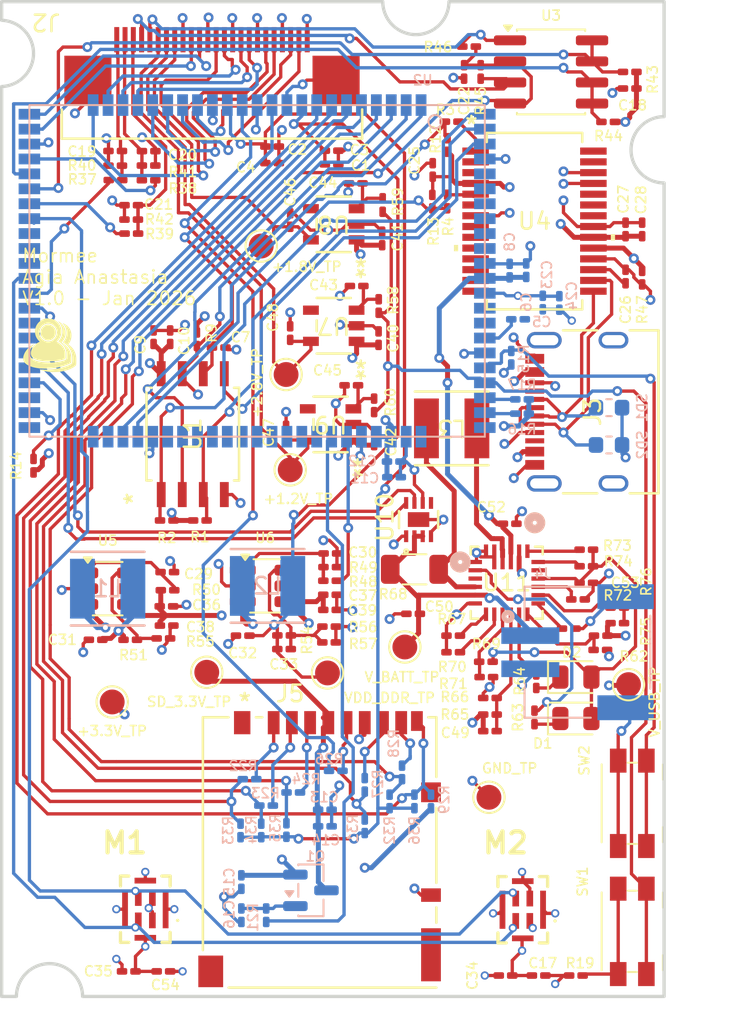
<source format=kicad_pcb>
(kicad_pcb (version 20241229) (generator "pcbnew") (generator_version "9.0")
  (layers (0 "F.Cu" signal) (4 "In1.Cu" signal) (6 "In2.Cu" signal) (2 "B.Cu" signal) (13 "F.Paste" user) (15 "B.Paste" user) (5 "F.SilkS" user "F.Silkscreen") (7 "B.SilkS" user "B.Silkscreen") (1 "F.Mask" user) (3 "B.Mask" user) (25 "Edge.Cuts" user))
  (net 0 "")
  (net 1 "GND")
  (net 2 "VDD_DDR")
  (net 3 "VDIO_SD")
  (net 4 "/RTL9835B/AOUT_LP")
  (net 5 "+5V")
  (net 6 "/RTL9835B/FLASH_CLK")
  (net 7 "+3.3V")
  (net 8 "SD_3V3")
  (net 9 "Net-(Q1-G)")
  (net 10 "/SD CARD /Vidio / Audio / USB/RESETB")
  (net 11 "/SD CARD /Vidio / Audio / USB/PDN")
  (net 12 "/SD CARD /Vidio / Audio / USB/EXTCLK")
  (net 13 "SEN_1V8")
  (net 14 "V_USB")
  (net 15 "Net-(U4-3V3OUT)")
  (net 16 "Net-(U5-EN)")
  (net 17 "Net-(U6-EN)")
  (net 18 "Net-(U6-FB)")
  (net 19 "Net-(U7-EN)")
  (net 20 "Net-(U8-EN)")
  (net 21 "Net-(U9-EN)")
  (net 22 "SEN_1V2")
  (net 23 "SEN_2V8")
  (net 24 "Net-(U11-FB)")
  (net 25 "V_BATT")
  (net 26 "Net-(U11-TMR)")
  (net 27 "/Battery/VCC")
  (net 28 "Net-(D1-K)")
  (net 29 "Net-(D2-K)")
  (net 30 "MDP2")
  (net 31 "MCKP")
  (net 32 "MDN1")
  (net 33 "/SD CARD /Vidio / Audio / USB/SCL")
  (net 34 "/SD CARD /Vidio / Audio / USB/SDA")
  (net 35 "MDP1")
  (net 36 "MCKN")
  (net 37 "MDN2")
  (net 38 "MDN0")
  (net 39 "MDP0")
  (net 40 "MDP3")
  (net 41 "MDN3")
  (net 42 "/Debug Interface/USB_N")
  (net 44 "/Debug Interface/USB_P")
  (net 46 "/RTL9835B/FLASH_D2")
  (net 47 "/RTL9835B/FLASH_CS")
  (net 48 "/RTL9835B/FLASH_D3")
  (net 49 "/RTL9835B/FLASH_D1")
  (net 50 "/RTL9835B/FLASH_D0")
  (net 51 "/RTL9835B/MIC1_P")
  (net 52 "CH_UART_RX")
  (net 53 "CH_UART_TX")
  (net 54 "DMIC_CLK")
  (net 55 "DMIC_DATA")
  (net 56 "/RTL9835B/GPIOE_5")
  (net 57 "/RTL9835B/CHIP_EN")
  (net 58 "/RTL9835B/GPIOA_0")
  (net 59 "/RTL9835B/GPIOA_1")
  (net 60 "SD_PWR_EN")
  (net 61 "SD_D2")
  (net 62 "SD_D3")
  (net 63 "SD_CMD")
  (net 64 "SD_CLK")
  (net 65 "SD_D0")
  (net 66 "SD_D1")
  (net 67 "SD_CD")
  (net 68 "SEN_RST")
  (net 69 "SEN_PDN")
  (net 70 "SEN_SYSCLK")
  (net 71 "SEN_SDA")
  (net 72 "SEN_SCL")
  (net 73 "VDD_DDR_EN")
  (net 74 "Net-(U5-FB)")
  (net 75 "SEN_PWR_EN")
  (net 76 "Net-(U11-REG)")
  (net 77 "Net-(U11-*CHG)")
  (net 78 "Net-(U11-*ACOK)")
  (net 79 "Net-(U11-OLIM)")
  (net 80 "Net-(U11-ISET)")
  (net 81 "Net-(U11-NTC)")
  (net 82 "Net-(U11-ILIM)")
  (net 83 "Net-(U11-MODE)")
  (net 84 "Net-(U11-EN)")
  (net 85 "Net-(U11-PWIN)")
  (net 109 "BATT_SCL")
  (net 110 "BATT_SDA")
  (net 114 "Net-(U2-AOUT_LP)")
  (net 115 "/RTL9835B/GPIOE_1")
  (net 116 "/RTL9835B/GPIOD_17")
  (net 117 "/RTL9835B/GPIOF_2")
  (net 118 "/RTL9835B/GPIOF_14")
  (net 119 "HSDM")
  (net 120 "/RTL9835B/GPIOD_16")
  (net 121 "/RTL9835B/GPIOF_7")
  (net 122 "/RTL9835B/GPIOF_12")
  (net 123 "/RTL9835B/GPIOA_2")
  (net 124 "/RTL9835B/GPIOA_3")
  (net 125 "/RTL9835B/GPIOF_5")
  (net 126 "LED1")
  (net 127 "HSDP")
  (net 128 "/RTL9835B/GPIOF_13")
  (net 129 "LED2")
  (net 130 "/RTL9835B/GPIOF_6")
  (net 131 "/RTL9835B/MIC_BIAS")
  (net 132 "/RTL9835B/GPIOF_8")
  (net 133 "/RTL9835B/GPIOF_0")
  (net 134 "/RTL9835B/GPIOF_1")
  (net 135 "/RTL9835B/GPIOF_11")
  (net 136 "/RTL9835B/GPIOF_15")
  (net 137 "/RTL9835B/GPIOD_15")
  (net 138 "/RTL9835B/GPIOE_2")
  (net 141 "Net-(SW1-B)")
  (net 142 "/Battery/SW")
  (net 143 "/Battery/L3")
  (net 144 "/Power/L1")
  (net 145 "/Power/L2")
  (net 146 "Net-(J5-CD{slash}DAT3)")
  (net 147 "Net-(J5-CMD)")
  (net 148 "Net-(J5-DAT2)")
  (net 149 "Net-(J5-CLK)")
  (net 150 "Net-(J5-DAT1)")
  (net 151 "Net-(J5-DAT0)")
  (net 152 "Net-(U4-TXD)")
  (net 153 "Net-(U4-RXD)")
  (footprint "Resistor_SMD:R_0201_0603Metric_Pad0.64x0.40mm_HandSolder" (layer "F.Cu") (at 104.629757 74.81573)
    (property "Reference" "R74" (hide yes))
    (property "Value" "2.1K")
  )
  (footprint "Package_TO_SOT_SMD:SOT-23-6_Handsoldering" (layer "F.Cu") (at 75.726 76.167126)
    (property "Reference" "U5")
    (property "Value" "RT8097AHGE")
  )
  (footprint "Resistor_SMD:R_0201_0603Metric_Pad0.64x0.40mm_HandSolder" (layer "F.Cu") (at 96.5 48 180)
    (property "Reference" "R3")
    (property "Value" "1K")
  )
  (footprint "Capacitor_SMD:C_0201_0603Metric_Pad0.64x0.40mm_HandSolder" (layer "F.Cu") (at 90.707094 51.720216 180)
    (property "Reference" "C44")
    (property "Value" "2.2uF")
  )
  (footprint "Capacitor_SMD:C_0201_0603Metric_Pad0.64x0.40mm_HandSolder" (layer "F.Cu") (at 86.75 53.9325 90)
    (property "Reference" "C46")
    (property "Value" "2.2uF")
  )
  (footprint "Resistor_SMD:R_0201_0603Metric_Pad0.64x0.40mm_HandSolder" (layer "F.Cu") (at 98.5925 81.5)
    (property "Reference" "R71" (hide yes))
    (property "Value" "10K")
  )
  (footprint "Resistor_SMD:R_0201_0603Metric_Pad0.64x0.40mm_HandSolder" (layer "F.Cu") (at 79.295092 72.052563 180)
    (property "Reference" "R2")
    (property "Value" "10K")
  )
  (footprint "Resistor_SMD:R_0201_0603Metric_Pad0.64x0.40mm_HandSolder" (layer "F.Cu") (at 104.129757 76.81573)
    (property "Reference" "R72" (hide yes))
    (property "Value" "90K")
  )
  (footprint "Capacitor_SMD:C_0201_0603Metric_Pad0.64x0.40mm_HandSolder" (layer "F.Cu") (at 107.25 46 180)
    (property "Reference" "C18")
    (property "Value" "0.1uF")
  )
  (footprint "Capacitor_SMD:C_0201_0603Metric_Pad0.64x0.40mm_HandSolder" (layer "F.Cu") (at 79.0925 99.25)
    (property "Reference" "C54")
    (property "Value" "1uF")
  )
  (footprint "Capacitor_SMD:C_0201_0603Metric_Pad0.64x0.40mm_HandSolder" (layer "F.Cu") (at 85.6575 49.5)
    (property "Reference" "C2")
    (property "Value" "0.1uF")
  )
  (footprint "Resistor_SMD:R_0201_0603Metric_Pad0.64x0.40mm_HandSolder" (layer "F.Cu") (at 78.198026 50.645141)
    (property "Reference" "R41")
    (property "Value" "5.6K")
  )
  (footprint "Capacitor_SMD:C_0201_0603Metric_Pad0.64x0.40mm_HandSolder" (layer "F.Cu") (at 92.300796 55.042183 90)
    (property "Reference" "C41")
    (property "Value" "2.2uF")
  )
  (footprint "Capacitor_SMD:C_0201_0603Metric_Pad0.64x0.40mm_HandSolder" (layer "F.Cu") (at 77.151881 53.03648 180)
    (property "Reference" "C21")
    (property "Value" "0.1uF/NC")
  )
  (footprint "Capacitor_SMD:C_0201_0603Metric_Pad0.64x0.40mm_HandSolder" (layer "F.Cu") (at 89.152097 76.534771)
    (property "Reference" "C37")
    (property "Value" "0.1uF")
  )
  (footprint "Resistor_SMD:R_0201_0603Metric_Pad0.64x0.40mm_HandSolder" (layer "F.Cu") (at 107.25 45 180)
    (property "Reference" "R43")
    (property "Value" "4.7K")
  )
  (footprint "Resistor_SMD:R_0201_0603Metric_Pad0.64x0.40mm_HandSolder" (layer "F.Cu") (at 104.629757 73.81573 180)
    (property "Reference" "R73" (hide yes))
    (property "Value" "2.1K")
  )
  (footprint "Capacitor_SMD:C_0201_0603Metric_Pad0.64x0.40mm_HandSolder" (layer "F.Cu") (at 90.760382 57.910411 180)
    (property "Reference" "C43")
    (property "Value" "2.2uF")
  )
  (footprint "USB4105-GF-A:USB4105_GCT" (layer "F.Cu") (at 105 65.5 90)
    (property "Reference" "J3")
    (property "Value" "USB4105-GF-A")
  )
  (footprint "Capacitor_SMD:C_0201_0603Metric_Pad0.64x0.40mm_HandSolder" (layer "F.Cu") (at 76.182688 49.767873 180)
    (property "Reference" "C19")
    (property "Value" "0.1uF")
  )
  (footprint "Resistor_SMD:R_0201_0603Metric_Pad0.64x0.40mm_HandSolder" (layer "F.Cu") (at 95.330414 52.821711 -90)
    (property "Reference" "R13")
    (property "Value" "10K")
  )
  (footprint "Capacitor_SMD:C_0201_0603Metric_Pad0.64x0.40mm_HandSolder" (layer "F.Cu") (at 83.881 79 180)
    (property "Reference" "C32")
    (property "Value" "10uF")
  )
  (footprint "SRN4018-2R2M:IND_BOURNS_SRN4018" (layer "F.Cu") (at 96.5 66.5 180)
    (property "Reference" "L3")
    (property "Value" "SRN4018-2R2M")
  )
  (footprint "Capacitor_SMD:C_0201_0603Metric_Pad0.64x0.40mm_HandSolder" (layer "F.Cu") (at 85.6575 50.5)
    (property "Reference" "C4")
    (property "Value" "10uF")
  )
  (footprint "Resistor_SMD:R_0201_0603Metric_Pad0.64x0.40mm_HandSolder" (layer "F.Cu") (at 96.225635 52.81655 90)
    (property "Reference" "R4")
    (property "Value" "1K")
  )
  (footprint "Capacitor_SMD:C_0201_0603Metric_Pad0.64x0.40mm_HandSolder" (layer "F.Cu") (at 77 99.25 180)
    (property "Reference" "C35")
    (property "Value" "0.1uF")
  )
  (footprint "Resistor_SMD:R_0201_0603Metric_Pad0.64x0.40mm_HandSolder" (layer "F.Cu") (at 106.5 77.307794 180)
    (property "Reference" "R76" (hide yes))
    (property "Value" "5.1K")
  )
  (footprint "Resistor_SMD:R_0201_0603Metric_Pad0.64x0.40mm_HandSolder" (layer "F.Cu") (at 105.949187 48.014944 180)
    (property "Reference" "R44")
    (property "Value" "4.7K")
  )
  (footprint "Capacitor_SMD:C_0201_0603Metric_Pad0.64x0.40mm_HandSolder" (layer "F.Cu") (at 79.275818 77.232665)
    (property "Reference" "C36")
    (property "Value" "0.1uF")
  )
  (footprint "Capacitor_SMD:C_0201_0603Metric_Pad0.64x0.40mm_HandSolder" (layer "F.Cu") (at 79.5 61 90)
    (property "Reference" "C10")
    (property "Value" "4.7uF")
  )
  (footprint "RTL9080:TSOT-23-5_RIT" (layer "F.Cu") (at 89.186571 66.259758 180)
    (property "Reference" "U9")
    (property "Value" "RT9080-12GJ5")
  )
  (footprint "MAX17048G-T10:21-0168E_T822-3_MXM" (layer "F.Cu") (at 94.5 72 90)
    (property "Reference" "U10")
    (property "Value" "MAX17048G+T10")
  )
  (footprint "LED_SMD:LED_0805_2012Metric" (layer "F.Cu") (at 104 81.5)
    (property "Reference" "D2")
    (property "Value" "BLUE")
  )
  (footprint "Capacitor_SMD:C_0201_0603Metric_Pad0.64x0.40mm_HandSolder" (layer "F.Cu") (at 104.629757 75.81573)
    (property "Reference" "C53" (hide yes))
    (property "Value" "100nF")
  )
  (footprint "Resistor_SMD:R_0201_0603Metric_Pad0.64x0.40mm_HandSolder" (layer "F.Cu") (at 92.092587 59.118827 -90)
    (property "Reference" "R58")
    (property "Value" "47K")
  )
  (footprint "Resistor_SMD:R_0201_0603Metric_Pad0.64x0.40mm_HandSolder" (layer "F.Cu") (at 108 57.4075 -90)
    (property "Reference" "R47")
    (property "Value" "10K")
  )
  (footprint "Button_Switch_SMD:Panasonic_EVQPUK_EVQPUB" (layer "F.Cu") (at 107.404986 89.114004 -90)
    (property "Reference" "SW2")
    (property "Value" "EVQ-PUB02K")
  )
  (footprint "LED_SMD:LED_0805_2012Metric" (layer "F.Cu") (at 104 84)
    (property "Reference" "D1")
    (property "Value" "RED")
  )
  (footprint "Resistor_SMD:R_0201_0603Metric_Pad0.64x0.40mm_HandSolder" (layer "F.Cu") (at 89.095639 79.408011)
    (property "Reference" "R57")
    (property "Value" "200K/1%")
  )
  (footprint "Resistor_SMD:R_1206_3216Metric" (layer "F.Cu") (at 94.25 75)
    (property "Reference" "R68")
    (property "Value" "20m - WSL1206R0200FEA")
  )
  (footprint "W25Q128JVSIQ:SOIC_128JVSIQ_WIN" (layer "F.Cu") (at 80.865 66.846715 90)
    (property "Reference" "U1")
    (property "Value" "W25Q128JVSIQ")
  )
  (footprint "Resistor_SMD:R_0201_0603Metric_Pad0.64x0.40mm_HandSolder" (layer "F.Cu") (at 79.341368 76.260969)
    (property "Reference" "R50")
    (property "Value" "100K")
  )
  (footprint "TestPoint:TestPoint_Pad_D1.5mm" (layer "F.Cu") (at 93.671769 79.684675)
    (property "Reference" "TP8" (hide yes))
    (property "Value" "V_BATT_TP")
  )
  (footprint "Resistor_SMD:R_0201_0603Metric_Pad0.64x0.40mm_HandSolder" (layer "F.Cu") (at 96.25 49.4075 90)
    (property "Reference" "R12")
    (property "Value" "10K")
  )
  (footprint "TestPoint:TestPoint_Pad_D1.5mm" (layer "F.Cu") (at 76 83)
    (property "Reference" "TP1" (hide yes))
    (property "Value" "+3.3V_TP")
  )
  (footprint "DM3BT-DSF-PEJS:DM3BT-DSF-PEJS_HIR" (layer "F.Cu") (at 88.525 92.0764)
    (property "Reference" "J5")
    (property "Value" "DM3BT-DSF-PEJS")
  )
  (footprint "Resistor_SMD:R_0201_0603Metric_Pad0.64x0.40mm_HandSolder" (layer "F.Cu") (at 77.091 79.25)
    (property "Reference" "R51")
    (property "Value" "200K/1%")
  )
  (footprint "Resistor_SMD:R_0201_0603Metric_Pad0.64x0.40mm_HandSolder" (layer "F.Cu") (at 91.815785 65.11077 -90)
    (property "Reference" "R60")
    (property "Value" "47K")
  )
  (footprint "Button_Switch_SMD:Panasonic_EVQPUK_EVQPUB" (layer "F.Cu") (at 107.404986 96.836766 -90)
    (property "Reference" "SW1")
    (property "Value" "EVQ-PUB02K")
  )
  (footprint "Capacitor_SMD:C_0201_0603Metric_Pad0.64x0.40mm_HandSolder" (layer "F.Cu") (at 100 72.25)
    (property "Reference" "C52" (hide yes))
    (property "Value" "10uF")
  )
  (footprint "TestPoint:TestPoint_Pad_D1.5mm" (layer "F.Cu") (at 107.177285 81.955966)
    (property "Reference" "TP7" (hide yes))
    (property "Value" "V_USB_TP")
  )
  (footprint "TestPoint:TestPoint_Pad_D1.5mm" (layer "F.Cu") (at 98.75 88.75 90)
    (property "Reference" "TP9" (hide yes))
    (property "Value" "GND_TP")
  )
  (footprint "JST 24FLZ-SM2-TB:CON24_1X24_DB_JST" (layer "F.Cu") (at 82.025716 45.595239 180)
    (property "Reference" "J2")
    (property "Value" "24FLZ-SM2-TB")
  )
  (footprint "Resistor_SMD:R_0201_0603Metric_Pad0.64x0.40mm_HandSolder" (layer "F.Cu") (at 101.5 83.9325 90)
    (property "Reference" "R63" (hide yes))
    (property "Value" "2.1K")
  )
  (footprint "Capacitor_SMD:C_0201_0603Metric_Pad0.64x0.40mm_HandSolder" (layer "F.Cu") (at 97.25 45 -90)
    (property "Reference" "C22")
    (property "Value" "0.1uF")
  )
  (footprint "Capacitor_SMD:C_0201_0603Metric_Pad0.64x0.40mm_HandSolder" (layer "F.Cu") (at 74.9985 79.25 180)
    (property "Reference" "C31")
    (property "Value" "10uF")
  )
  (footprint "Capacitor_SMD:C_0201_0603Metric_Pad0.64x0.40mm_HandSolder" (layer "F.Cu") (at 82.4325 61.623385)
    (property "Reference" "C7")
    (property "Value" "10pF/NC")
  )
  (footprint "Resistor_SMD:R_0201_0603Metric_Pad0.64x0.40mm_HandSolder" (layer "F.Cu") (at 96.5925 80 180)
    (property "Reference" "R69" (hide yes))
    (property "Value" "147K")
  )
  (footprint "Capacitor_SMD:C_0201_0603Metric_Pad0.64x0.40mm_HandSolder" (layer "F.Cu") (at 90.438685 63.900665 180)
    (property "Reference" "C45")
    (property "Value" "2.2uF")
  )
  (footprint "Capacitor_SMD:C_0201_0603Metric_Pad0.64x0.40mm_HandSolder" (layer "F.Cu") (at 103.567616 78.576538)
    (property "Reference" "C51" (hide yes))
    (property "Value" "100nF")
  )
  (footprint "TestPoint:TestPoint_Pad_D1.5mm" (layer "F.Cu") (at 86.75 69 180)
    (property "Reference" "TP5" (hide yes))
    (property "Value" "+1.2V_TP")
  )
  (footprint "IMP34DT05TR:IMP34DT05TR" (layer "F.Cu") (at 100.791995 95.532699)
    (property "Reference" "M2")
    (property "Value" "IMP34DT05TR" (hide yes))
  )
  (footprint "Resistor_SMD:R_0201_0603Metric_Pad0.64x0.40mm_HandSolder" (layer "F.Cu") (at 79.091 79.167126)
    (property "Reference" "R55")
    (property "Value" "44.2K/1%")
  )
  (footprint "Capacitor_SMD:C_0201_0603Metric_Pad0.64x0.40mm_HandSolder" (layer "F.Cu") (at 89.25 49.75)
    (property "Reference" "C3")
    (property "Value" "10uF")
  )
  (footprint "Capacitor_SMD:C_0201_0603Metric_Pad0.64x0.40mm_HandSolder" (layer "F.Cu") (at 78.5 61 90)
    (property "Reference" "C9")
    (property "Value" "0.1uF")
  )
  (footprint "Resistor_SMD:R_0201_0603Metric_Pad0.64x0.40mm_HandSolder" (layer "F.Cu") (at 104 99.5)
    (property "Reference" "R19")
    (property "Value" "1K")
  )
  (footprint "Package_SO:SOIC-8_3.9x4.9mm_P1.27mm" (layer "F.Cu") (at 102.5 45)
    (property "Reference" "U3")
    (property "Value" "FDS9926A")
  )
  (footprint "Resistor_SMD:R_0201_0603Metric_Pad0.64x0.40mm_HandSolder" (layer "F.Cu") (at 105.5 79 180)
    (property "Reference" "R61" (hide yes))
    (property "Value" "15K")
  )
  (footprint "Capacitor_SMD:C_0201_0603Metric_Pad0.64x0.40mm_HandSolder" (layer "F.Cu") (at 92.084614 61.056351 90)
    (property "Reference" "C40")
    (property "Value" "2.2uF")
  )
  (footprint "MP2637:QFN-24_MP2637_MNP" (layer "F.Cu") (at 99.822393 75.807794)
    (property "Reference" "U11")
    (property "Value" "MP2637GR-P")
  )
  (footprint "Capacitor_SMD:C_0201_0603Metric_Pad0.64x0.40mm_HandSolder" (layer "F.Cu") (at 91.815785 67.103165 90)
    (property "Reference" "C42")
    (property "Value" "2.2uF")
  )
  (footprint "TestPoint:TestPoint_Pad_D1.5mm" (layer "F.Cu") (at 86.5 63.25 180)
    (property "Reference" "TP2" (hide yes))
    (property "Value" "+2.8V_TP")
  )
  (footprint "TestPoint:TestPoint_Pad_D1.5mm" (layer "F.Cu") (at 85 55.5 180)
    (property "Reference" "TP3" (hide yes))
    (property "Value" "+1.8V_TP")
  )
  (footprint "Resistor_SMD:R_0201_0603Metric_Pad0.64x0.40mm_HandSolder" (layer "F.Cu") (at 101.607393 81.75 90)
    (property "Reference" "R64" (hide yes))
    (property "Value" "2.1K")
  )
  (footprint "Capacitor_SMD:C_0201_0603Metric_Pad0.64x0.40mm_HandSolder" (layer "F.Cu") (at 86.376824 79.811432 180)
    (property "Reference" "C33")
    (property "Value" "68pF")
  )
  (footprint "Resistor_SMD:R_0201_0603Metric_Pad0.64x0.40mm_HandSolder" (layer "F.Cu") (at 98.810856 83.759495)
    (property "Reference" "R65" (hide yes))
    (property "Value" "31.6K")
  )
  (footprint "Package_TO_SOT_SMD:SOT-23-6_Handsoldering" (layer "F.Cu") (at 85.231 76)
    (property "Reference" "U6")
    (property "Value" "RT8097AHGE")
  )
  (footprint "Capacitor_SMD:C_0201_0603Metric_Pad0.64x0.40mm_HandSolder" (layer "F.Cu") (at 101.75 99.5)
    (property "Reference" "C17")
    (property "Value" "0.1uF")
  )
  (footprint "Capacitor_SMD:C_0201_0603Metric_Pad0.64x0.40mm_HandSolder" (layer "F.Cu") (at 89.248414 50.572365)
    (property "Reference" "C1")
    (property "Value" "0.1uF")
  )
  (footprint "Resistor_SMD:R_0201_0603Metric_Pad0.64x0.40mm_HandSolder" (layer "F.Cu") (at 98.566978 80.575763 180)
    (property "Reference" "R70" (hide yes))
    (property "Value" "10K")
  )
  (footprint "Capacitor_SMD:C_0201_0603Metric_Pad0.64x0.40mm_HandSolder" (layer "F.Cu") (at 86.747114 60.750883 90)
    (property "Reference" "C48")
    (property "Value" "2.2uF")
  )
  (footprint "Capacitor_SMD:C_0201_0603Metric_Pad0.64x0.40mm_HandSolder" (layer "F.Cu") (at 89.172607 74.042769)
    (property "Reference" "C30")
    (property "Value" "0.1uF")
  )
  (footprint "Capacitor_SMD:C_0201_0603Metric_Pad0.64x0.40mm_HandSolder" (layer "F.Cu") (at 79.287917 78.393852)
    (property "Reference" "C38")
    (property "Value" "2.2uF")
  )
  (footprint "FT232RNL:SSOP-28_FTD" (layer "F.Cu") (at 101.5 54)
    (property "Reference" "U4")
    (property "Value" "FT232RNL-REEL")
  )
  (footprint "Capacitor_SMD:C_0201_0603Metric_Pad0.64x0.40mm_HandSolder" (layer "F.Cu") (at 95.353923 50.911617 90)
    (property "Reference" "C25")
    (property "Value" "0.1uF")
  )
  (footprint "RTL9080:TSOT-23-5_RIT" (layer "F.Cu") (at 89.37795 54.1898 180)
    (property "Reference" "U8")
    (property "Value" "RT9080-18GJ5")
  )
  (footprint "Capacitor_SMD:C_0201_0603Metric_Pad0.64x0.40mm_HandSolder" (layer "F.Cu") (at 99.75 99.5)
    (property "Reference" "C34")
    (property "Value" "1uF")
  )
  (footprint "Resistor_SMD:R_0201_0603Metric_Pad0.64x0.40mm_HandSolder" (layer "F.Cu") (at 89.098971 78.454561)
    (property "Reference" "R56")
    (property "Value" "120K/1%")
  )
  (footprint "TestPoint:TestPoint_Pad_D1.5mm" (layer "F.Cu") (at 81.710111 81.209413)
    (property "Reference" "TP6" (hide yes))
    (property "Value" "SD_3.3V_TP")
  )
  (footprint "Resistor_SMD:R_0201_0603Metric_Pad0.64x0.40mm_HandSolder" (layer "F.Cu") (at 105.476572 79.861842)
    (property "Reference" "R62" (hide yes))
    (property "Value" "5.1K")
  )
  (footprint "Resistor_SMD:R_0201_0603Metric_Pad0.64x0.40mm_HandSolder" (layer "F.Cu") (at 77.147791 53.905263 180)
    (property "Reference" "R42")
    (property "Value" "560")
  )
  (footprint "Capacitor_SMD:C_0201_0603Metric_Pad0.64x0.40mm_HandSolder" (layer "F.Cu") (at 94.171769 77.684675 180)
    (property "Reference" "C50")
    (property "Value" "0.1uF")
  )
  (footprint "Capacitor_SMD:C_0201_0603Metric_Pad0.64x0.40mm_HandSolder" (layer "F.Cu") (at 89.152097 77.447138)
    (property "Reference" "C39")
    (property "Value" "2.2uF")
  )
  (footprint "RTL9080:TSOT-23-5_RIT" (layer "F.Cu") (at 89.37795 60.3102 180)
    (property "Reference" "U7")
    (property "Value" "RT9080-28GJ5")
  )
  (footprint "Capacitor_SMD:C_0201_0603Metric_Pad0.64x0.40mm_HandSolder" (layer "F.Cu") (at 98.810856 84.759495)
    (property "Reference" "C49" (hide yes))
    (property "Value" "120pF")
  )
  (footprint "Resistor_SMD:R_0201_0603Metric_Pad0.64x0.40mm_HandSolder" (layer "F.Cu") (at 98.810856 82.759495 180)
    (property "Reference" "R66" (hide yes))
    (property "Value" "10K")
  )
  (footprint "Resistor_SMD:R_0201_0603Metric_Pad0.64x0.40mm_HandSolder" (layer "F.Cu") (at 86.381 78.98649)
    (property "Reference" "R54")
    (property "Value" "150K/1%")
  )
  (footprint "Resistor_SMD:R_0201_0603Metric_Pad0.64x0.40mm_HandSolder" (layer "F.Cu") (at 78.198026 51.530077)
    (property "Reference" "R38")
    (property "Value" "4.7K")
  )
  (footprint "Resistor_SMD:R_0201_0603Metric_Pad0.64x0.40mm_HandSolder" (layer "F.Cu") (at 89.156169 75.689124 180)
    (property "Reference" "R48")
    (property "Value" "10K")
  )
  (footprint "Resistor_SMD:R_0201_0603Metric_Pad0.64x0.40mm_HandSolder" (layer "F.Cu") (at 98.25 45 -90)
    (property "Reference" "R45")
    (property "Value" "10K")
  )
  (footprint "Resistor_SMD:R_0201_0603Metric_Pad0.64x0.40mm_HandSolder" (layer "F.Cu") (at 81.295092 72.052563)
    (property "Reference" "R1")
    (property "Value" "10K")
  )
  (footprint "Capacitor_SMD:C_0201_0603Metric_Pad0.64x0.40mm_HandSolder" (layer "F.Cu") (at 107 57.34 90)
    (property "Reference" "C26")
    (property "Value" "0.1uF")
  )
  (footprint "Resistor_SMD:R_0201_0603Metric_Pad0.64x0.40mm_HandSolder" (layer "F.Cu") (at 71.25 68.75 90)
    (property "Reference" "R14")
    (property "Value" "10K")
  )
  (footprint "Resistor_SMD:R_0201_0603Metric_Pad0.64x0.40mm_HandSolder" (layer "F.Cu") (at 76.182688 50.652809 180)
    (property "Reference" "R40")
    (property "Value" "5.6K")
  )
  (footprint "Capacitor_SMD:C_0201_0603Metric_Pad0.64x0.40mm_HandSolder" (layer "F.Cu") (at 107 54.5 90)
    (property "Reference" "C27")
    (property "Value" "0.1uF")
  )
  (footprint "Resistor_SMD:R_0201_0603Metric_Pad0.64x0.40mm_HandSolder" (layer "F.Cu") (at 89.163927 74.866752 180)
    (property "Reference" "R49")
    (property "Value" "100K")
  )
  (footprint "Capacitor_SMD:C_0201_0603Metric_Pad0.64x0.40mm_HandSolder" (layer "F.Cu") (at 86.5 66.75 90)
    (property "Reference" "C47")
    (property "Value" "2.2uF")
  )
  (footprint "IMP34DT05TR:IMP34DT05TR" (layer "F.Cu") (at 78 95.5)
    (property "Reference" "M1")
    (property "Value" "IMP34DT05TR" (hide yes))
  )
  (footprint "Resistor_SMD:R_0201_0603Metric_Pad0.64x0.40mm_HandSolder" (layer "F.Cu") (at 76.199076 51.521358 180)
    (property "Reference" "R37")
    (property "Value" "4.7K")
  )
  (footprint "Resistor_SMD:R_0201_0603Metric_Pad0.64x0.40mm_HandSolder" (layer "F.Cu") (at 96.5925 79 180)
    (property "Reference" "R67" (hide yes))
    (property "Value" "147K")
  )
  (footprint "Capacitor_SMD:C_0201_0603Metric_Pad0.64x0.40mm_HandSolder" (layer "F.Cu") (at 79.327962 75.167126)
    (property "Reference" "C29")
    (property "Value" "0.1uF")
  )
  (footprint "Resistor_SMD:R_0201_0603Metric_Pad0.64x0.40mm_HandSolder" (layer "F.Cu") (at 106.5 78.246416)
    (property "Reference" "R75" (hide yes))
    (property "Value" "23.7K")
  )
  (footprint "Resistor_SMD:R_0201_0603Metric_Pad0.64x0.40mm_HandSolder" (layer "F.Cu") (at 81.115 61.123385 -90)
    (property "Reference" "R9")
    (property "Value" "10K")
  )
  (footprint "Resistor_SMD:R_0201_0603Metric_Pad0.64x0.40mm_HandSolder" (layer "F.Cu") (at 77.1575 54.75 180)
    (property "Reference" "R39")
    (property "Value" "470")
  )
  (footprint "Capacitor_SMD:C_0201_0603Metric_Pad0.64x0.40mm_HandSolder" (layer "F.Cu") (at 78.203174 49.776243)
    (property "Reference" "C20")
    (property "Value" "0.1uF")
  )
  (footprint "Resistor_SMD:R_0201_0603Metric_Pad0.64x0.40mm_HandSolder" (layer "F.Cu") (at 92.331212 53.02808 -90)
    (property "Reference" "R59")
    (property "Value" "47K")
  )
  (footprint "TestPoint:TestPoint_Pad_D1.5mm" (layer "F.Cu") (at 89 81.25)
    (property "Reference" "TP4" (hide yes))
    (property "Value" "VDD_DDR_TP")
  )
  (footprint "Capacitor_SMD:C_0201_0603Metric_Pad0.64x0.40mm_HandSolder" (layer "F.Cu") (at 108 54.5 90)
    (property "Reference" "C28")
    (property "Value" "4.7uF")
  )
  (footprint "Resistor_SMD:R_0201_0603Metric_Pad0.64x0.40mm_HandSolder" (layer "F.Cu") (at 97.549749 43.470771 180)
    (property "Reference" "R46")
    (property "Value" "10K")
  )
  (footprint "SRN4018-2R2M:IND_BOURNS_SRN4018" (layer "B.Cu") (at 75.726 76.167126 180)
    (property "Reference" "L1")
    (property "Value" "SRN4018-2R2M")
  )
  (footprint "RTL8735BDM-A20-N04:RTL8735BDM-A20-N04" (layer "B.Cu") (at 84.75 57 90)
    (property "Reference" "U2")
    (property "Value" "RTL8735BDM-A20-N04")
  )
  (footprint "SRN4018-2R2M:IND_BOURNS_SRN4018" (layer "B.Cu") (at 85.381 76 180)
    (property "Reference" "L2")
    (property "Value" "SRN4018-2R2M")
  )
  (footprint "Resistor_SMD:R_0201_0603Metric_Pad0.64x0.40mm_HandSolder" (layer "B.Cu") (at 100.75 64.75 180)
    (property "Reference" "R17")
    (property "Value" "10K")
  )
  (footprint "Resistor_SMD:R_0201_0603Metric_Pad0.64x0.40mm_HandSolder" (layer "B.Cu") (at 92.750001 89 90)
    (property "Reference" "R32")
    (property "Value" "47K")
  )
  (footprint "Resistor_SMD:R_0201_0603Metric_Pad0.64x0.40mm_HandSolder" (layer "B.Cu") (at 83.750001 90.75 90)
    (property "Reference" "R33")
    (property "Value" "47K")
  )
  (footprint "Capacitor_SMD:C_0201_0603Metric_Pad0.64x0.40mm_HandSolder" (layer "B.Cu") (at 93 68.5)
    (property "Reference" "C12")
    (property "Value" "10uF")
  )
  (footprint "Resistor_SMD:R_0201_0603Metric_Pad0.64x0.40mm_HandSolder" (layer "B.Cu") (at 100.75 65.610313 180)
    (property "Reference" "R16")
    (property "Value" "10K")
  )
  (footprint "Package_TO_SOT_SMD:SOT-23" (layer "B.Cu") (at 88 94.362657)
    (property "Reference" "Q1")
    (property "Value" "AO3401A")
  )
  (footprint "Capacitor_SMD:C_0201_0603Metric_Pad0.64x0.40mm_HandSolder" (layer "B.Cu") (at 83.799078 93.862657 -90)
    (property "Reference" "C15")
    (property "Value" "10uF")
  )
  (footprint "S2B-PH-SM4-TB_LF__SN_:JST_S2B-PH-SM4-TB_LF__SN_" (layer "B.Cu") (at 101.25 80 -90)
    (property "Reference" "J4")
    (property "Value" "S2B-PH-SM4-TB_LF__SN_")
  )
  (footprint "Resistor_SMD:R_0201_0603Metric_Pad0.64x0.40mm_HandSolder" (layer "B.Cu") (at 89.5 87.154423)
    (property "Reference" "R26")
    (property "Value" "33K")
  )
  (footprint "Capacitor_SMD:C_0201_0603Metric_Pad0.64x0.40mm_HandSolder" (layer "B.Cu") (at 103 58.93449 90)
    (property "Reference" "C24")
    (property "Value" "2.2uF")
  )
  (footprint "Capacitor_SMD:C_0201_0603Metric_Pad0.64x0.40mm_HandSolder" (layer "B.Cu") (at 100 56.9825 90)
    (property "Reference" "C8")
    (property "Value" "10uF")
  )
  (footprint "Resistor_SMD:R_0201_0603Metric_Pad0.64x0.40mm_HandSolder" (layer "B.Cu") (at 94.250001 89 90)
    (property "Reference" "R36")
    (property "Value" "10K")
  )
  (footprint "Resistor_SMD:R_0201_0603Metric_Pad0.64x0.40mm_HandSolder" (layer "B.Cu") (at 91.25 90.5 90)
    (property "Reference" "R31")
    (property "Value" "47K")
  )
  (footprint "Capacitor_SMD:C_0201_0603Metric_Pad0.64x0.40mm_HandSolder" (layer "B.Cu") (at 88.8425 90.5)
    (property "Reference" "C14")
    (property "Value" "2.2uF")
  )
  (footprint "Resistor_SMD:R_0201_0603Metric_Pad0.64x0.40mm_HandSolder" (layer "B.Cu") (at 84.292499 87.6575)
    (property "Reference" "R22")
    (property "Value" "33K")
  )
  (footprint "Capacitor_SMD:C_0201_0603Metric_Pad0.64x0.40mm_HandSolder" (layer "B.Cu") (at 102 58.907782 90)
    (property "Reference" "C23")
    (property "Value" "0.1uF")
  )
  (footprint "Resistor_SMD:R_0201_0603Metric_Pad0.64x0.40mm_HandSolder" (layer "B.Cu") (at 85.292499 89.25)
    (property "Reference" "R23")
    (property "Value" "33K")
  )
  (footprint "Resistor_SMD:R_0201_0603Metric_Pad0.64x0.40mm_HandSolder" (layer "B.Cu") (at 95.25 89 90)
    (property "Reference" "R29")
    (property "Value" "33K")
  )
  (footprint "Resistor_SMD:R_0201_0603Metric_Pad0.64x0.40mm_HandSolder" (layer "B.Cu") (at 86.934479 88.458519)
    (property "Reference" "R24")
    (property "Value" "33K")
  )
  (footprint "Capacitor_SMD:C_0201_0603Metric_Pad0.64x0.40mm_HandSolder" (layer "B.Cu") (at 101 56.9575 90)
    (property "Reference" "C6")
    (property "Value" "0.1uF")
  )
  (footprint "Resistor_SMD:R_0201_0603Metric_Pad0.64x0.40mm_HandSolder" (layer "B.Cu") (at 85.000001 90.75 90)
    (property "Reference" "R34")
    (property "Value" "47K")
  )
  (footprint "Resistor_SMD:R_0201_0603Metric_Pad0.64x0.40mm_HandSolder" (layer "B.Cu") (at 85.299078 95.862657 90)
    (property "Reference" "R21")
    (property "Value" "10K")
  )
  (footprint "Resistor_SMD:R_0201_0603Metric_Pad0.64x0.40mm_HandSolder" (layer "B.Cu") (at 100.096658 62.237273 90)
    (property "Reference" "R15")
    (property "Value" "10K")
  )
  (footprint "Capacitor_SMD:C_0201_0603Metric_Pad0.64x0.40mm_HandSolder" (layer "B.Cu") (at 88.8425 89.5)
    (property "Reference" "C13")
    (property "Value" "0.1uF")
  )
  (footprint "Capacitor_SMD:C_0201_0603Metric_Pad0.64x0.40mm_HandSolder" (layer "B.Cu") (at 93.018931 69.443182)
    (property "Reference" "C11")
    (property "Value" "0.1uF")
  )
  (footprint "Resistor_SMD:R_0201_0603Metric_Pad0.64x0.40mm_HandSolder" (layer "B.Cu") (at 86.520105 90.725106 90)
    (property "Reference" "R35")
    (property "Value" "47K")
  )
  (footprint "Capacitor_SMD:C_0201_0603Metric_Pad0.64x0.40mm_HandSolder" (layer "B.Cu") (at 100.50609 59.919834 180)
    (property "Reference" "C5")
    (property "Value" "22uF")
  )
  (footprint "Resistor_SMD:R_0201_0603Metric_Pad0.64x0.40mm_HandSolder" (layer "B.Cu") (at 93.5 87.25 90)
    (property "Reference" "R28")
    (property "Value" "33K")
  )
  (footprint "Resistor_SMD:R_0201_0603Metric_Pad0.64x0.40mm_HandSolder" (layer "B.Cu") (at 91.25 88 90)
    (property "Reference" "R27")
    (property "Value" "33K")
  )
  (footprint "Fuse:Fuse_0603_1608Metric" (layer "B.Cu") (at 106 65.25 180)
    (property "Reference" "SD1")
    (property "Value" "PGB1010603MRHF/NC")
  )
  (footprint "Capacitor_SMD:C_0201_0603Metric_Pad0.64x0.40mm_HandSolder" (layer "B.Cu") (at 83.799078 95.862657 -90)
    (property "Reference" "C16")
    (property "Value" "0.1uF")
  )
  (footprint "Fuse:Fuse_0603_1608Metric" (layer "B.Cu") (at 106 67.5 180)
    (property "Reference" "SD2")
    (property "Value" "PGB1010603MRHF/NC")
  )
  (gr_poly (pts (xy 72.141166 60.237813) (xy 72.156825 60.238395) (xy 72.183517 60.240072) (xy 72.195655 60.241167) (xy 72.207151 60.242476) (xy 72.218129 60.244033) (xy 72.228713 60.245869) (xy 72.239025 60.248017) (xy 72.249189 60.25051) (xy 72.259328 60.253381) (xy 72.269565 60.256661) (xy 72.280025 60.260383) (xy 72.290829 60.264581) (xy 72.302102 60.269286) (xy 72.313966 60.274531) (xy 72.339963 60.286772) (xy 72.357272 60.295632) (xy 72.374062 60.305154) (xy 72.390331 60.315337) (xy 72.406077 60.326177) (xy 72.421298 60.337673) (xy 72.435991 60.349823) (xy 72.450155 60.362624) (xy 72.463787 60.376074) (xy 72.476885 60.39017) (xy 72.489447 60.404912) (xy 72.501471 60.420295) (xy 72.512954 60.436318) (xy 72.523894 60.45298) (xy 72.53429 60.470276) (xy 72.544138 60.488206) (xy 72.553438 60.506767) (xy 72.55958 60.519913) (xy 72.565166 60.532531) (xy 72.570218 60.544725) (xy 72.57476 60.556603) (xy 72.578814 60.568269) (xy 72.582402 60.579828) (xy 72.585548 60.591386) (xy 72.588273 60.603049) (xy 72.5906 60.614922) (xy 72.592553 60.62711) (xy 72.594153 60.639718) (xy 72.595424 60.652853) (xy 72.596387 60.66662) (xy 72.597067 60.681123) (xy 72.597484 60.696469) (xy 72.597662 60.712763) (xy 72.59763 60.734185) (xy 72.597316 60.752707) (xy 72.596667 60.768912) (xy 72.595632 60.783383) (xy 72.594157 60.796702) (xy 72.592189 60.809452) (xy 72.589677 60.822217) (xy 72.586566 60.835579) (xy 72.580436 60.858079) (xy 72.573321 60.88005) (xy 72.565253 60.901472) (xy 72.556262 60.922324) (xy 72.54638 60.942585) (xy 72.535637 60.962235) (xy 72.524064 60.981253) (xy 72.511691 60.999619) (xy 72.498549 61.017312) (xy 72.48467 61.034311) (xy 72.470083 61.050597) (xy 72.45482 61.066148) (xy 72.438912 61.080944) (xy 72.422388 61.094963) (xy 72.40528 61.108187) (xy 72.387619 61.120594) (xy 72.369435 61.132163) (xy 72.35076 61.142874) (xy 72.331623 61.152707) (xy 72.312056 61.16164) (xy 72.292089 61.169654) (xy 72.271753 61.176727) (xy 72.251079 61.18284) (xy 72.230098 61.187971) (xy 72.20884 61.1921) (xy 72.187337 61.195206) (xy 72.165618 61.197269) (xy 72.143715 61.198269) (xy 72.121659 61.198184) (xy 72.099479 61.196994) (xy 72.077208 61.194678) (xy 72.054875 61.191217) (xy 72.026392 61.185026) (xy 71.998345 61.176873) (xy 71.970834 61.16684) (xy 71.943958 61.155011) (xy 71.917816 61.141468) (xy 71.892509 61.126293) (xy 71.868137 61.10957) (xy 71.844797 61.09138) (xy 71.822591 61.071806) (xy 71.801618 61.050931) (xy 71.781977 61.028837) (xy 71.763768 61.005607) (xy 71.74709 60.981323) (xy 71.732044 60.956069) (xy 71.718728 60.929926) (xy 71.707242 60.902977) (xy 71.697691 60.87728) (xy 71.693642 60.86551) (xy 71.690045 60.854279) (xy 71.686877 60.843454) (xy 71.684115 60.832901) (xy 71.681733 60.822484) (xy 71.67971 60.812071) (xy 71.67802 60.801526) (xy 71.676639 60.790716) (xy 71.675545 60.779506) (xy 71.674714 60.767762) (xy 71.674121 60.75535) (xy 71.673742 60.742136) (xy 71.673535 60.712763) (xy 71.674089 60.681554) (xy 71.674729 60.667305) (xy 71.675644 60.65381) (xy 71.676858 60.640956) (xy 71.678394 60.62863) (xy 71.680277 60.616718) (xy 71.68253 60.605108) (xy 71.685177 60.593687) (xy 71.688244 60.582342) (xy 71.691753 60.570961) (xy 71.695728 60.55943) (xy 71.700195 60.547636) (xy 71.705176 60.535466) (xy 71.710695 60.522809) (xy 71.716778 60.50955) (xy 71.722321 60.497969) (xy 71.727847 60.486938) (xy 71.733398 60.476401) (xy 71.739013 60.466303) (xy 71.744733 60.456588) (xy 71.750598 60.4472) (xy 71.756649 60.438084) (xy 71.762925 60.429184) (xy 71.769468 60.420445) (xy 71.776318 60.411811) (xy 71.783515 60.403228) (xy 71.791099 60.394638) (xy 71.799111 60.385987) (xy 71.80759 60.37722) (xy 71.816579 60.36828) (xy 71.826116 60.359112) (xy 71.839619 60.346572) (xy 71.845843 60.341012) (xy 71.851816 60.335856) (xy 71.857616 60.33105) (xy 71.863318 60.326542) (xy 71.868999 60.322281) (xy 71.874734 60.318212) (xy 71.880601 60.314284) (xy 71.886674 60.310445) (xy 71.893031 60.306641) (xy 71.899748 60.30282) (xy 71.9069 60.29893) (xy 71.914564 60.294918) (xy 71.931733 60.286317) (xy 71.946575 60.279242) (xy 71.960998 60.272777) (xy 71.97507 60.26691) (xy 71.988859 60.261624) (xy 72.002432 60.256907) (xy 72.015858 60.252744) (xy 72.029202 60.249119) (xy 72.042534 60.24602) (xy 72.05592 60.243431) (xy 72.069428 60.241338) (xy 72.083126 60.239727) (xy 72.097081 60.238584) (xy 72.111361 60.237893) (xy 72.126034 60.237641)) (fill yes) (layer "F.SilkS"))
  (gr_poly (pts (xy 72.721174 60.030266) (xy 72.722292 60.03064) (xy 72.723828 60.031247) (xy 72.725756 60.032076) (xy 72.730688 60.034346) (xy 72.736884 60.03735) (xy 72.744139 60.040987) (xy 72.75225 60.045156) (xy 72.761013 60.049757) (xy 72.770224 60.054688) (xy 72.804932 60.07438) (xy 72.83817 60.095135) (xy 72.869942 60.116957) (xy 72.900249 60.139851) (xy 72.929095 60.163818) (xy 72.956483 60.188863) (xy 72.982415 60.214988) (xy 73.006894 60.242198) (xy 73.029924 60.270495) (xy 73.051506 60.299882) (xy 73.071645 60.330364) (xy 73.090342 60.361943) (xy 73.107601 60.394623) (xy 73.123425 60.428408) (xy 73.137815 60.463299) (xy 73.150776 60.499302) (xy 73.160266 60.528997) (xy 73.164333 60.54296) (xy 73.167974 60.556514) (xy 73.17121 60.569793) (xy 73.17406 60.582935) (xy 73.176545 60.596073) (xy 73.178684 60.609345) (xy 73.180497 60.622885) (xy 73.182005 60.63683) (xy 73.183228 60.651314) (xy 73.184184 60.666474) (xy 73.185381 60.699361) (xy 73.185755 60.736576) (xy 73.185656 60.763737) (xy 73.185284 60.786997) (xy 73.184574 60.807213) (xy 73.183457 60.825244) (xy 73.181869 60.841948) (xy 73.179742 60.858183) (xy 73.17701 60.874808) (xy 73.173607 60.89268) (xy 73.167781 60.919226) (xy 73.16097 60.945652) (xy 73.153198 60.971912) (xy 73.144489 60.997958) (xy 73.134868 61.023743) (xy 73.124358 61.049221) (xy 73.112984 61.074345) (xy 73.100769 61.099067) (xy 73.087739 61.12334) (xy 73.073917 61.147119) (xy 73.059328 61.170355) (xy 73.043996 61.193002) (xy 73.027944 61.215012) (xy 73.011198 61.23634) (xy 72.99378 61.256937) (xy 72.975717 61.276757) (xy 72.96008 61.293202) (xy 72.953939 61.29979) (xy 72.94892 61.305456) (xy 72.946832 61.307982) (xy 72.945025 61.310325) (xy 72.943499 61.312501) (xy 72.942256 61.314526) (xy 72.941294 61.316414) (xy 72.940616 61.318182) (xy 72.94022 61.319846) (xy 72.940107 61.321421) (xy 72.940277 61.322923) (xy 72.940731 61.324369) (xy 72.941469 61.325773) (xy 72.942491 61.327151) (xy 72.943797 61.32852) (xy 72.945389 61.329895) (xy 72.947265 61.331291) (xy 72.949427 61.332725) (xy 72.954609 61.335768) (xy 72.960935 61.339151) (xy 72.977033 61.347438) (xy 72.993623 61.356343) (xy 73.010553 61.365994) (xy 73.02776 61.376342) (xy 73.045179 61.387339) (xy 73.062747 61.398936) (xy 73.080399 61.411086) (xy 73.098071 61.423738) (xy 73.1157 61.436846) (xy 73.13322 61.45036) (xy 73.150569 61.464232) (xy 73.167681 61.478414) (xy 73.184494 61.492856) (xy 73.200943 61.507511) (xy 73.216963 61.522329) (xy 73.232491 61.537263) (xy 73.247463 61.552263) (xy 73.27753 61.584252) (xy 73.30586 61.616905) (xy 73.332468 61.650251) (xy 73.357366 61.684317) (xy 73.380568 61.719134) (xy 73.402087 61.75473) (xy 73.421936 61.791133) (xy 73.440129 61.828372) (xy 73.456679 61.866477) (xy 73.471598 61.905476) (xy 73.484901 61.945397) (xy 73.496601 61.98627) (xy 73.506711 62.028124) (xy 73.515244 62.070986) (xy 73.522213 62.114887) (xy 73.527633 62.159854) (xy 73.529865 62.194279) (xy 73.53116 62.241119) (xy 73.531581 62.295664) (xy 73.531192 62.353201) (xy 73.530056 62.40902) (xy 73.528237 62.45841) (xy 73.525797 62.496659) (xy 73.524364 62.510133) (xy 73.5228 62.519056) (xy 73.521234 62.524635) (xy 73.520356 62.527292) (xy 73.519406 62.529869) (xy 73.518375 62.532372) (xy 73.517257 62.534807) (xy 73.516043 62.537181) (xy 73.514728 62.5395) (xy 73.513303 62.541769) (xy 73.511762 62.543996) (xy 73.510096 62.546186) (xy 73.508299 62.548345) (xy 73.506364 62.550481) (xy 73.504282 62.552598) (xy 73.502047 62.554703) (xy 73.499651 62.556803) (xy 73.497087 62.558903) (xy 73.494348 62.561009) (xy 73.491426 62.563129) (xy 73.488315 62.565268) (xy 73.481492 62.569627) (xy 73.473822 62.574137) (xy 73.465245 62.578848) (xy 73.455704 62.583808) (xy 73.445139 62.589068) (xy 73.433493 62.594677) (xy 73.353462 62.631083) (xy 73.271369 62.665243) (xy 73.187303 62.697139) (xy 73.101354 62.726753) (xy 73.013612 62.754067) (xy 72.924166 62.779061) (xy 72.833107 62.801719) (xy 72.740522 62.82202) (xy 72.646504 62.839948) (xy 72.55114 62.855483) (xy 72.454522 62.868607) (xy 72.356738 62.879302) (xy 72.257878 62.88755) (xy 72.158032 62.893332) (xy 72.05729 62.896629) (xy 71.955741 62.897424) (xy 71.890745 62.896823) (xy 71.829171 62.895711) (xy 71.777966 62.894247) (xy 71.744075 62.892589) (xy 71.744076 62.892589) (xy 71.65195 62.88457) (xy 71.562936 62.87445) (xy 71.47717 62.862276) (xy 71.394785 62.848093) (xy 71.315917 62.831949) (xy 71.240701 62.813891) (xy 71.169271 62.793965) (xy 71.101761 62.772217) (xy 71.038308 62.748694) (xy 70.979045 62.723443) (xy 70.924108 62.69651) (xy 70.87363 62.667942) (xy 70.827748 62.637785) (xy 70.786595 62.606087) (xy 70.750307 62.572893) (xy 70.719018 62.538251) (xy 70.712286 62.529715) (xy 70.705679 62.520831) (xy 70.699217 62.511637) (xy 70.692921 62.502171) (xy 70.686809 62.49247) (xy 70.680901 62.482574) (xy 70.675218 62.472519) (xy 70.669779 62.462344) (xy 70.664603 62.452086) (xy 70.659711 62.441783) (xy 70.655121 62.431474) (xy 70.650854 62.421196) (xy 70.64693 62.410988) (xy 70.643367 62.400886) (xy 70.640186 62.390929) (xy 70.637407 62.381155) (xy 70.634934 62.37079) (xy 70.632768 62.359516) (xy 70.630909 62.347447) (xy 70.629359 62.3347) (xy 70.62812 62.321389) (xy 70.627192 62.307629) (xy 70.626576 62.293534) (xy 70.626274 62.279221) (xy 70.626287 62.264803) (xy 70.626615 62.250396) (xy 70.627261 62.236115) (xy 70.628225 62.222074) (xy 70.629509 62.208389) (xy 70.631113 62.195175) (xy 70.633038 62.182546) (xy 70.635287 62.170617) (xy 70.642768 62.138404) (xy 70.651761 62.106104) (xy 70.662231 62.073774) (xy 70.674149 62.041469) (xy 70.687481 62.009246) (xy 70.702196 61.977159) (xy 70.718262 61.945266) (xy 70.735646 61.913621) (xy 70.754318 61.882281) (xy 70.774244 61.851301) (xy 70.795394 61.820737) (xy 70.817734 61.790645) (xy 70.841234 61.761081) (xy 70.865861 61.7321) (xy 70.891583 61.703759) (xy 70.918369 61.676113) (xy 70.937465 61.657395) (xy 70.956952 61.639004) (xy 70.976809 61.620955) (xy 70.997017 61.603263) (xy 71.017557 61.585941) (xy 71.038409 61.569003) (xy 71.059555 61.552464) (xy 71.080975 61.536338) (xy 71.10265 61.52064) (xy 71.12456 61.505382) (xy 71.146686 61.490581) (xy 71.16901 61.476249) (xy 71.191511 61.462402) (xy 71.214171 61.449053) (xy 71.236969 61.436217) (xy 71.259888 61.423907) (xy 71.318096 61.393396) (xy 71.257242 61.456968) (xy 71.231126 61.484878) (xy 71.219144 61.498202) (xy 71.207813 61.511199) (xy 71.197082 61.523936) (xy 71.186901 61.536483) (xy 71.17722 61.54891) (xy 71.167987 61.561284) (xy 71.159153 61.573677) (xy 71.150667 61.586155) (xy 71.142479 61.59879) (xy 71.134538 61.611649) (xy 71.126794 61.624802) (xy 71.119197 61.638318) (xy 71.111696 61.652266) (xy 71.10424 61.666715) (xy 71.094303 61.686848) (xy 71.085147 61.70645) (xy 71.076753 61.725595) (xy 71.069103 61.744358) (xy 71.062177 61.762814) (xy 71.055958 61.781037) (xy 71.050425 61.799101) (xy 71.045561 61.817083) (xy 71.041346 61.835055) (xy 71.037761 61.853093) (xy 71.034788 61.871272) (xy 71.032407 61.889666) (xy 71.0306 61.90835) (xy 71.029349 61.927399) (xy 71.028633 61.946887) (xy 71.028435 61.966888) (xy 71.028972 61.995816) (xy 71.029607 62.009219) (xy 71.030509 62.022023) (xy 71.031695 62.034309) (xy 71.033181 62.046158) (xy 71.034986 62.05765) (xy 71.037125 62.068868) (xy 71.039615 62.079892) (xy 71.042473 62.090803) (xy 71.045717 62.101682) (xy 71.049362 62.11261) (xy 71.053427 62.123669) (xy 71.057927 62.134939) (xy 71.062879 62.146502) (xy 71.068301 62.158438) (xy 71.079149 62.180097) (xy 71.091105 62.200869) (xy 71.104203 62.220782) (xy 71.118477 62.239862) (xy 71.133961 62.258135) (xy 71.150689 62.275628) (xy 71.168694 62.292368) (xy 71.188011 62.308381) (xy 71.208673 62.323693) (xy 71.230715 62.338332) (xy 71.254169 62.352322) (xy 71.279069 62.365692) (xy 71.30545 62.378467) (xy 71.333346 62.390674) (xy 71.362789 62.40234) (xy 71.393814 62.41349) (xy 71.481339 62.440149) (xy 71.576514 62.463041) (xy 71.678269 62.482176) (xy 71.785534 62.497568) (xy 71.897238 62.509227) (xy 72.01231 62.517165) (xy 72.12968 62.521395) (xy 72.248277 62.521928) (xy 72.367031 62.518776) (xy 72.484871 62.511951) (xy 72.600726 62.501465) (xy 72.713527 62.487328) (xy 72.822201 62.469554) (xy 72.92568 62.448154) (xy 73.022892 62.42314) (xy 73.112766 62.394523) (xy 73.124622 62.3902) (xy 73.135677 62.385908) (xy 73.145966 62.381619) (xy 73.155529 62.377308) (xy 73.164402 62.372949) (xy 73.172624 62.368514) (xy 73.180231 62.363978) (xy 73.187261 62.359314) (xy 73.193752 62.354497) (xy 73.199741 62.349499) (xy 73.205267 62.344294) (xy 73.210366 62.338856) (xy 73.215076 62.333159) (xy 73.219434 62.327176) (xy 73.223479 62.32088) (xy 73.227247 62.314247) (xy 73.229268 62.310378) (xy 73.230185 62.308503) (xy 73.231042 62.306621) (xy 73.231842 62.304695) (xy 73.232586 62.302691) (xy 73.233276 62.300573) (xy 73.233915 62.298306) (xy 73.234504 62.295855) (xy 73.235046 62.293184) (xy 73.235542 62.290257) (xy 73.235994 62.287039) (xy 73.236405 62.283495) (xy 73.236776 62.27959) (xy 73.23711 62.275288) (xy 73.237408 62.270553) (xy 73.237673 62.265351) (xy 73.237905 62.259646) (xy 73.238284 62.246584) (xy 73.238561 62.231084) (xy 73.238752 62.212865) (xy 73.238872 62.191641) (xy 73.238938 62.167131) (xy 73.238971 62.107118) (xy 73.23882 62.037715) (xy 73.238098 61.982926) (xy 73.236407 61.939349) (xy 73.235073 61.920701) (xy 73.233346 61.90358) (xy 73.231177 61.887561) (xy 73.228515 61.872218) (xy 73.225311 61.857125) (xy 73.221515 61.841859) (xy 73.211945 61.8091) (xy 73.199406 61.770541) (xy 73.191015 61.746409) (xy 73.182049 61.722785) (xy 73.172493 61.699647) (xy 73.162333 61.676971) (xy 73.151554 61.654734) (xy 73.140141 61.632911) (xy 73.12808 61.61148) (xy 73.115356 61.590417) (xy 73.101954 61.569699) (xy 73.08786 61.549302) (xy 73.07306 61.529203) (xy 73.057538 61.509379) (xy 73.041279 61.489806) (xy 73.02427 61.47046) (xy 73.006495 61.451319) (xy 72.987941 61.432358) (xy 72.976182 61.420877) (xy 72.963884 61.409313) (xy 72.93798 61.38617) (xy 72.910851 61.363407) (xy 72.883118 61.3415) (xy 72.855404 61.320926) (xy 72.828331 61.302162) (xy 72.815229 61.293608) (xy 72.802521 61.285685) (xy 72.790284 61.278452) (xy 72.778596 61.27197) (xy 72.767741 61.266129) (xy 72.76346 61.263691) (xy 72.759932 61.261479) (xy 72.758448 61.260436) (xy 72.757149 61.259423) (xy 72.756035 61.25843) (xy 72.755103 61.25745) (xy 72.754354 61.256472) (xy 72.753785 61.255488) (xy 72.753397 61.25449) (xy 72.753187 61.253468) (xy 72.753156 61.252412) (xy 72.753301 61.251316) (xy 72.753623 61.250168) (xy 72.754119 61.248961) (xy 72.754789 61.247685) (xy 72.755631 61.246332) (xy 72.756646 61.244892) (xy 72.757831 61.243357) (xy 72.760709 61.239965) (xy 72.764257 61.236084) (xy 72.773331 61.226569) (xy 72.794277 61.203635) (xy 72.814396 61.17944) (xy 72.83365 61.154067) (xy 72.852 61.1276) (xy 72.869408 61.100122) (xy 72.885837 61.071717) (xy 72.901248 61.042468) (xy 72.915604 61.01246) (xy 72.928865 60.981775) (xy 72.940995 60.950497) (xy 72.951956 60.918711) (xy 72.961708 60.886499) (xy 72.970214 60.853946) (xy 72.977436 60.821134) (xy 72.983337 60.788148) (xy 72.987877 60.755071) (xy 72.991782 60.709181) (xy 72.99294 60.662821) (xy 72.991416 60.616182) (xy 72.987274 60.569454) (xy 72.980577 60.522827) (xy 72.971391 60.476493) (xy 72.95978 60.430642) (xy 72.945808 60.385464) (xy 72.92954 60.34115) (xy 72.91104 60.29789) (xy 72.890373 60.255876) (xy 72.867602 60.215297) (xy 72.842793 60.176345) (xy 72.816009 60.139209) (xy 72.787315 60.10408) (xy 72.756776 60.071149) (xy 72.748711 60.062911) (xy 72.741357 60.055225) (xy 72.734862 60.048261) (xy 72.729377 60.042185) (xy 72.725049 60.037167) (xy 72.722028 60.033375) (xy 72.721053 60.03199) (xy 72.720461 60.030976) (xy 72.72027 60.030351) (xy 72.720331 60.030192) (xy 72.720499 60.030139)) (fill yes) (layer "F.SilkS"))
  (gr_poly (pts (xy 73.048357 60.164636) (xy 73.086632 60.179658) (xy 73.124033 60.197004) (xy 73.160458 60.21657) (xy 73.195804 60.23825) (xy 73.229967 60.26194) (xy 73.262845 60.287532) (xy 73.294335 60.314922) (xy 73.324333 60.344005) (xy 73.352737 60.374675) (xy 73.379444 60.406827) (xy 73.404349 60.440355) (xy 73.427351 60.475154) (xy 73.448347 60.511118) (xy 73.467232 60.548141) (xy 73.483905 60.58612) (xy 73.498262 60.624947) (xy 73.505418 60.647628) (xy 73.511973 60.671249) (xy 73.517928 60.695813) (xy 73.523285 60.721327) (xy 73.528044 60.747797) (xy 73.532207 60.775228) (xy 73.535774 60.803626) (xy 73.538746 60.832995) (xy 73.541152 60.871457) (xy 73.541562 60.910362) (xy 73.540028 60.949536) (xy 73.536603 60.988803) (xy 73.531339 61.027991) (xy 73.52429 61.066923) (xy 73.515506 61.105425) (xy 73.505042 61.143323) (xy 73.492948 61.180441) (xy 73.479279 61.216606) (xy 73.464086 61.251643) (xy 73.447422 61.285376) (xy 73.42934 61.317632) (xy 73.409891 61.348235) (xy 73.389129 61.377012) (xy 73.367106 61.403787) (xy 73.362936 61.408601) (xy 73.359123 61.413152) (xy 73.355747 61.417337) (xy 73.352883 61.421051) (xy 73.350611 61.424191) (xy 73.349008 61.426651) (xy 73.348482 61.427595) (xy 73.348152 61.42833) (xy 73.348029 61.428843) (xy 73.348047 61.429013) (xy 73.348121 61.429122) (xy 73.403013 61.469531) (xy 73.414526 61.478219) (xy 73.426707 61.487836) (xy 73.452604 61.509412) (xy 73.479767 61.533372) (xy 73.507259 61.558829) (xy 73.534145 61.584896) (xy 73.559487 61.610685) (xy 73.582349 61.63531) (xy 73.592558 61.646908) (xy 73.601796 61.657883) (xy 73.620505 61.681483) (xy 73.63856 61.705845) (xy 73.655938 61.73092) (xy 73.672618 61.756663) (xy 73.688579 61.783027) (xy 73.703797 61.809965) (xy 73.718251 61.83743) (xy 73.731919 61.865376) (xy 73.744779 61.893755) (xy 73.756808 61.922522) (xy 73.767986 61.95163) (xy 73.778289 61.981031) (xy 73.787696 62.010679) (xy 73.796185 62.040527) (xy 73.803734 62.070529) (xy 73.810321 62.100638) (xy 73.817513 62.138815) (xy 73.823238 62.175779) (xy 73.825582 62.194336) (xy 73.827598 62.213224) (xy 73.829299 62.232657) (xy 73.830698 62.252845) (xy 73.832638 62.296334) (xy 73.833522 62.345386) (xy 73.833452 62.401694) (xy 73.832532 62.466951) (xy 73.83112 62.535757) (xy 73.829373 62.588377) (xy 73.828179 62.609537) (xy 73.826667 62.627754) (xy 73.824759 62.643396) (xy 73.822377 62.65683) (xy 73.819443 62.668424) (xy 73.815878 62.678545) (xy 73.811604 62.687562) (xy 73.806544 62.695841) (xy 73.800619 62.703752) (xy 73.793752 62.711661) (xy 73.776875 62.728945) (xy 73.763561 62.741519) (xy 73.748668 62.754383) (xy 73.732299 62.76748) (xy 73.714554 62.780751) (xy 73.695535 62.794134) (xy 73.675342 62.807573) (xy 73.654075 62.821006) (xy 73.631837 62.834376) (xy 73.608729 62.847622) (xy 73.58485 62.860686) (xy 73.560302 62.873508) (xy 73.535187 62.886029) (xy 73.509604 62.898189) (xy 73.483655 62.90993) (xy 73.457442 62.921192) (xy 73.431064 62.931915) (xy 73.356488 62.959815) (xy 73.280135 62.985282) (xy 73.20166 63.0084) (xy 73.120718 63.029253) (xy 73.036963 63.047921) (xy 72.95005 63.06449) (xy 72.859633 63.079041) (xy 72.765367 63.091657) (xy 72.724178 63.095215) (xy 72.667235 63.098167) (xy 72.599558 63.100438) (xy 72.526168 63.101954) (xy 72.452085 63.102638) (xy 72.38233 63.102418) (xy 72.321924 63.101216) (xy 72.275888 63.09896) (xy 72.275888 63.098959) (xy 72.220631 63.093979) (xy 72.16326 63.087287) (xy 72.104647 63.079035) (xy 72.045663 63.069377) (xy 71.98718 63.058465) (xy 71.930069 63.046452) (xy 71.875202 63.033489) (xy 71.823451 63.019731) (xy 71.793803 63.011035) (xy 71.761276 63.000965) (xy 71.694927 62.979196) (xy 71.664777 62.968747) (xy 71.639091 62.95942) (xy 71.619706 62.951839) (xy 71.608457 62.94663) (xy 71.605338 62.944795) (xy 71.604116 62.944046) (xy 71.60312 62.943397) (xy 71.602351 62.942843) (xy 71.602052 62.942599) (xy 71.601811 62.942375) (xy 71.601626 62.942172) (xy 71.601499 62.941987) (xy 71.601429 62.941819) (xy 71.601417 62.941669) (xy 71.601462 62.941535) (xy 71.601566 62.941415) (xy 71.601727 62.94131) (xy 71.601946 62.941218) (xy 71.602223 62.941138) (xy 71.602558 62.941069) (xy 71.603404 62.940962) (xy 71.604484 62.940888) (xy 71.605799 62.94084) (xy 71.609138 62.940793) (xy 71.613316 62.940936) (xy 71.621181 62.941375) (xy 71.646147 62.943012) (xy 71.680389 62.945457) (xy 71.720263 62.948458) (xy 71.793912 62.953018) (xy 71.872171 62.95576) (xy 71.954115 62.956703) (xy 72.03882 62.955865) (xy 72.125359 62.953266) (xy 72.212809 62.948923) (xy 72.300243 62.942855) (xy 72.386736 62.935081) (xy 72.528709 62.917908) (xy 72.669237 62.895128) (xy 72.808015 62.866821) (xy 72.944736 62.833072) (xy 73.079094 62.793961) (xy 73.210781 62.749572) (xy 73.339492 62.699987) (xy 73.402635 62.673271) (xy 73.464919 62.645288) (xy 73.480927 62.637633) (xy 73.495458 62.630122) (xy 73.508587 62.622655) (xy 73.520388 62.615134) (xy 73.530937 62.607458) (xy 73.535764 62.603531) (xy 73.540307 62.599528) (xy 73.544573 62.595436) (xy 73.548573 62.591244) (xy 73.552315 62.586939) (xy 73.555809 62.582508) (xy 73.559065 62.577939) (xy 73.562091 62.57322) (xy 73.564898 62.568338) (xy 73.567493 62.56328) (xy 73.569887 62.558034) (xy 73.57209 62.552589) (xy 73.574109 62.54693) (xy 73.575955 62.541047) (xy 73.579164 62.528555) (xy 73.581792 62.515014) (xy 73.583912 62.500323) (xy 73.5856 62.484385) (xy 73.588132 62.446683) (xy 73.589795 62.401422) (xy 73.590611 62.35139) (xy 73.590602 62.299374) (xy 73.58979 62.248162) (xy 73.588198 62.200543) (xy 73.585847 62.159304) (xy 73.58276 62.127233) (xy 73.574214 62.071667) (xy 73.563164 62.017216) (xy 73.549637 61.963922) (xy 73.533657 61.911833) (xy 73.515252 61.860994) (xy 73.494447 61.811448) (xy 73.471269 61.763243) (xy 73.445744 61.716423) (xy 73.417899 61.671034) (xy 73.387759 61.627121) (xy 73.355351 61.584729) (xy 73.3207 61.543903) (xy 73.283834 61.504689) (xy 73.244778 61.467132) (xy 73.203559 61.431278) (xy 73.160202 61.397171) (xy 73.148671 61.388684) (xy 73.136407 61.379902) (xy 73.123785 61.37108) (xy 73.111183 61.362472) (xy 73.098975 61.354331) (xy 73.087539 61.346912) (xy 73.07725 61.340469) (xy 73.068485 61.335255) (xy 73.060809 61.330773) (xy 73.053641 61.326425) (xy 73.047139 61.32232) (xy 73.04146 61.318563) (xy 73.036761 61.315263) (xy 73.0332 61.312525) (xy 73.031895 61.311401) (xy 73.030934 61.310458) (xy 73.030336 61.309709) (xy 73.03012 61.309167) (xy 73.030147 61.308909) (xy 73.030244 61.308569) (xy 73.030643 61.307653) (xy 73.031304 61.306439) (xy 73.032212 61.304945) (xy 73.033354 61.30319) (xy 73.034716 61.301194) (xy 73.038042 61.296554) (xy 73.042079 61.291174) (xy 73.046714 61.285209) (xy 73.051837 61.278808) (xy 73.057334 61.272126) (xy 73.086654 61.234668) (xy 73.11362 61.19551) (xy 73.138198 61.154797) (xy 73.160357 61.112674) (xy 73.180061 61.069284) (xy 73.197277 61.024773) (xy 73.211972 60.979285) (xy 73.224112 60.932965) (xy 73.233663 60.885956) (xy 73.240593 60.838404) (xy 73.244866 60.790453) (xy 73.24645 60.742247) (xy 73.245312 60.693932) (xy 73.241417 60.645651) (xy 73.234732 60.597549) (xy 73.225223 60.549771) (xy 73.220018 60.529251) (xy 73.213432 60.506702) (xy 73.205721 60.482827) (xy 73.19714 60.458331) (xy 73.187946 60.433919) (xy 73.178394 60.410294) (xy 73.168741 60.388161) (xy 73.159243 60.368225) (xy 73.153939 60.358037) (xy 73.14791 60.347134) (xy 73.133997 60.323651) (xy 73.11815 60.298711) (xy 73.101014 60.273246) (xy 73.083233 60.24819) (xy 73.065453 60.224476) (xy 73.048318 60.203037) (xy 73.040195 60.193463) (xy 73.032475 60.184807) (xy 72.997137 60.14633)) (fill yes) (layer "F.SilkS"))
  (gr_poly (pts (xy 72.158364 59.86373) (xy 72.178981 59.86409) (xy 72.197815 59.864754) (xy 72.215169 59.865741) (xy 72.231349 59.867072) (xy 72.246659 59.868769) (xy 72.261404 59.870853) (xy 72.275888 59.873345) (xy 72.30741 59.879874) (xy 72.338523 59.887591) (xy 72.369204 59.896484) (xy 72.399429 59.90654) (xy 72.429177 59.917748) (xy 72.458424 59.930094) (xy 72.487147 59.943566) (xy 72.515323 59.958152) (xy 72.542929 59.973839) (xy 72.569943 59.990615) (xy 72.596341 60.008467) (xy 72.622101 60.027384) (xy 72.6472 60.047351) (xy 72.671614 60.068358) (xy 72.695322 60.090392) (xy 72.718299 60.113439) (xy 72.737009 60.133619) (xy 72.754881 60.154297) (xy 72.771918 60.175484) (xy 72.788125 60.197188) (xy 72.803506 60.219416) (xy 72.818066 60.24218) (xy 72.83181 60.265485) (xy 72.844741 60.289343) (xy 72.856865 60.31376) (xy 72.868186 60.338747) (xy 72.878708 60.364311) (xy 72.888437 60.390461) (xy 72.897375 60.417206) (xy 72.905529 60.444554) (xy 72.912902 60.472515) (xy 72.919499 60.501097) (xy 72.922884 60.517707) (xy 72.925587 60.533275) (xy 72.926705 60.540961) (xy 72.92768 60.548737) (xy 72.928522 60.556721) (xy 72.929237 60.565029) (xy 72.930329 60.583086) (xy 72.931029 60.603843) (xy 72.931407 60.628236) (xy 72.931537 60.657201) (xy 72.931359 60.683077) (xy 72.93075 60.707605) (xy 72.929676 60.730942) (xy 72.928105 60.753239) (xy 72.926002 60.774653) (xy 72.923336 60.795335) (xy 72.920072 60.815442) (xy 72.916177 60.835125) (xy 72.911618 60.854541) (xy 72.906362 60.873842) (xy 72.900375 60.893182) (xy 72.893624 60.912716) (xy 72.886077 60.932597) (xy 72.877698 60.952981) (xy 72.868457 60.974019) (xy 72.858318 60.995868) (xy 72.849872 61.013236) (xy 72.841315 61.030004) (xy 72.832612 61.046223) (xy 72.823724 61.061945) (xy 72.814614 61.077222) (xy 72.805246 61.092104) (xy 72.795583 61.106644) (xy 72.785586 61.120892) (xy 72.77522 61.1349) (xy 72.764447 61.148721) (xy 72.75323 61.162404) (xy 72.741532 61.176002) (xy 72.729316 61.189566) (xy 72.716544 61.203148) (xy 72.70318 61.216799) (xy 72.689187 61.230571) (xy 72.673564 61.2458) (xy 72.66077 61.2585) (xy 72.652125 61.267344) (xy 72.649771 61.269906) (xy 72.649159 61.27065) (xy 72.64895 61.271007) (xy 72.648976 61.271095) (xy 72.649053 61.271203) (xy 72.64918 61.27133) (xy 72.649355 61.271476) (xy 72.649846 61.271819) (xy 72.650516 61.272228) (xy 72.651354 61.272698) (xy 72.652351 61.273224) (xy 72.653496 61.273802) (xy 72.654779 61.274426) (xy 72.657719 61.275794) (xy 72.661089 61.277289) (xy 72.664808 61.278872) (xy 72.668794 61.280505) (xy 72.675879 61.283544) (xy 72.684092 61.287404) (xy 72.7034 61.297289) (xy 72.725706 61.309562) (xy 72.75 61.323625) (xy 72.775271 61.338881) (xy 72.800509 61.354731) (xy 72.824703 61.370577) (xy 72.846842 61.385823) (xy 72.859022 61.394739) (xy 72.871577 61.404447) (xy 72.88442 61.414858) (xy 72.897462 61.425886) (xy 72.910614 61.437443) (xy 72.923788 61.449441) (xy 72.936897 61.461794) (xy 72.949852 61.474414) (xy 72.962564 61.487213) (xy 72.974945 61.500104) (xy 72.986908 61.513) (xy 72.998363 61.525814) (xy 73.009223 61.538457) (xy 73.0194 61.550842) (xy 73.028804 61.562883) (xy 73.037349 61.574491) (xy 73.044862 61.585391) (xy 73.052621 61.597293) (xy 73.068598 61.623553) (xy 73.084724 61.652175) (xy 73.100439 61.68206) (xy 73.115186 61.712109) (xy 73.128407 61.741225) (xy 73.139543 61.768309) (xy 73.144154 61.780746) (xy 73.148036 61.792264) (xy 73.157472 61.823001) (xy 73.161393 61.836892) (xy 73.164831 61.850216) (xy 73.167823 61.863286) (xy 73.170407 61.876415) (xy 73.172619 61.889916) (xy 73.174496 61.904104) (xy 73.176074 61.91929) (xy 73.177391 61.93579) (xy 73.178484 61.953915) (xy 73.179388 61.97398) (xy 73.180782 62.02118) (xy 73.181868 62.079896) (xy 73.182582 62.145197) (xy 73.182624 62.202295) (xy 73.182027 62.245041) (xy 73.1815 62.259111) (xy 73.180826 62.267288) (xy 73.17973 62.273372) (xy 73.17906 62.276264) (xy 73.178302 62.279062) (xy 73.177452 62.281771) (xy 73.176504 62.284394) (xy 73.175453 62.286936) (xy 73.174295 62.289402) (xy 73.173024 62.291795) (xy 73.171636 62.29412) (xy 73.170125 62.296381) (xy 73.168488 62.298583) (xy 73.166717 62.30073) (xy 73.16481 62.302826) (xy 73.162761 62.304875) (xy 73.160564 62.306882) (xy 73.158216 62.308852) (xy 73.15571 62.310788) (xy 73.153043 62.312695) (xy 73.150209 62.314577) (xy 73.147203 62.316438) (xy 73.14402 62.318283) (xy 73.137105 62.321942) (xy 73.129423 62.325588) (xy 73.120936 62.329256) (xy 73.111604 62.332979) (xy 73.101387 62.336794) (xy 73.072714 62.346809) (xy 73.042924 62.356456) (xy 72.980053 62.374639) (xy 72.91289 62.39132) (xy 72.841547 62.406477) (xy 72.766139 62.420087) (xy 72.686779 62.432129) (xy 72.603581 62.442579) (xy 72.516658 62.451417) (xy 72.472614 62.454306) (xy 72.410476 62.456945) (xy 72.256803 62.461003) (xy 72.105396 62.462659) (xy 72.046091 62.462294) (xy 72.006012 62.46098) (xy 72.006013 62.46098) (xy 71.873032 62.449979) (xy 71.809785 62.442882) (xy 71.748812 62.434749) (xy 71.690196 62.4256) (xy 71.634021 62.415458) (xy 71.58037 62.404343) (xy 71.529327 62.392275) (xy 71.480976 62.379277) (xy 71.435399 62.365369) (xy 71.392681 62.350572) (xy 71.352905 62.334908) (xy 71.316154 62.318397) (xy 71.282513 62.30106) (xy 71.252064 62.282919) (xy 71.224891 62.263995) (xy 71.21317 62.25473) (xy 71.201942 62.245062) (xy 71.191211 62.234999) (xy 71.180978 62.224552) (xy 71.171246 62.213729) (xy 71.162018 62.202541) (xy 71.153296 62.190996) (xy 71.145082 62.179104) (xy 71.137379 62.166875) (xy 71.13019 62.154318) (xy 71.123517 62.141443) (xy 71.117363 62.12826) (xy 71.11173 62.114777) (xy 71.10662 62.101004) (xy 71.102036 62.086951) (xy 71.09798 62.072628) (xy 71.094456 62.058043) (xy 71.091465 62.043206) (xy 71.08901 62.028128) (xy 71.087094 62.012817) (xy 71.085718 61.997282) (xy 71.084886 61.981534) (xy 71.0846 61.965582) (xy 71.084863 61.949435) (xy 71.085676 61.933103) (xy 71.087043 61.916596) (xy 71.088966 61.899922) (xy 71.091447 61.883092) (xy 71.098094 61.849) (xy 71.107006 61.814395) (xy 71.119411 61.775959) (xy 71.134271 61.738052) (xy 71.151526 61.700741) (xy 71.171116 61.664092) (xy 71.192982 61.628171) (xy 71.217066 61.593045) (xy 71.243308 61.55878) (xy 71.271648 61.525442) (xy 71.302027 61.493097) (xy 71.334387 61.461812) (xy 71.368667 61.431654) (xy 71.404808 61.402687) (xy 71.442752 61.37498) (xy 71.482439 61.348597) (xy 71.52381 61.323606) (xy 71.566805 61.300072) (xy 71.604539 61.280303) (xy 71.616299 61.274038) (xy 71.620952 61.271438) (xy 71.620944 61.271309) (xy 71.620796 61.271038) (xy 71.620094 61.270085) (xy 71.618872 61.268608) (xy 71.617157 61.266635) (xy 71.612358 61.261321) (xy 71.605915 61.254373) (xy 71.598044 61.246025) (xy 71.588962 61.236508) (xy 71.578887 61.226053) (xy 71.568035 61.214893) (xy 71.547201 61.192891) (xy 71.527387 61.170588) (xy 71.508582 61.147968) (xy 71.490777 61.125012) (xy 71.473963 61.101703) (xy 71.458129 61.078023) (xy 71.443267 61.053954) (xy 71.429367 61.02948) (xy 71.416419 61.004581) (xy 71.404413 60.979242) (xy 71.39334 60.953443) (xy 71.383191 60.927168) (xy 71.373955 60.900398) (xy 71.365624 60.873117) (xy 71.358187 60.845306) (xy 71.351636 60.816948) (xy 71.348657 60.801315) (xy 71.346073 60.784301) (xy 71.343883 60.766098) (xy 71.342087 60.746895) (xy 71.340176 60.714625) (xy 71.613044 60.714625) (xy 71.613644 60.744102) (xy 71.615853 60.77366) (xy 71.619702 60.803236) (xy 71.625218 60.832766) (xy 71.63243 60.862187) (xy 71.641367 60.891435) (xy 71.652059 60.920447) (xy 71.664533 60.94916) (xy 71.674794 60.97021) (xy 71.679959 60.980146) (xy 71.685182 60.989742) (xy 71.690491 60.999036) (xy 71.695911 61.008069) (xy 71.701469 61.016879) (xy 71.707193 61.025506) (xy 71.713109 61.033989) (xy 71.719243 61.042367) (xy 71.725623 61.050679) (xy 71.732275 61.058965) (xy 71.739225 61.067264) (xy 71.746501 61.075616) (xy 71.762136 61.092632) (xy 71.777968 61.108705) (xy 71.794204 61.123962) (xy 71.810847 61.138405) (xy 71.827896 61.152035) (xy 71.845354 61.16485) (xy 71.863222 61.176853) (xy 71.8815 61.188044) (xy 71.900189 61.198424) (xy 71.919292 61.207993) (xy 71.938809 61.216751) (xy 71.958741 61.2247) (xy 71.979089 61.231839) (xy 71.999855 61.238171) (xy 72.02104 61.243694) (xy 72.042645 61.24841) (xy 72.06467 61.25232) (xy 72.07368 61.25351) (xy 72.083738 61.254423) (xy 72.094701 61.255068) (xy 72.106426 61.255452) (xy 72.131593 61.255463) (xy 72.1581 61.254519) (xy 72.184807 61.252678) (xy 72.210573 61.25) (xy 72.234258 61.246544) (xy 72.244963 61.244544) (xy 72.254722 61.242371) (xy 72.254721 61.242371) (xy 72.277929 61.236079) (xy 72.300891 61.228614) (xy 72.323556 61.220015) (xy 72.34587 61.210319) (xy 72.367779 61.199563) (xy 72.389231 61.187785) (xy 72.410172 61.175023) (xy 72.430549 61.161314) (xy 72.450308 61.146696) (xy 72.469397 61.131206) (xy 72.487763 61.114883) (xy 72.505351 61.097762) (xy 72.522109 61.079883) (xy 72.537984 61.061283) (xy 72.552921 61.041999) (xy 72.566869 61.022068) (xy 72.584321 60.993992) (xy 72.59985 60.965319) (xy 72.613483 60.936124) (xy 72.625244 60.906485) (xy 72.635159 60.876476) (xy 72.643253 60.846175) (xy 72.649552 60.815658) (xy 72.65408 60.785) (xy 72.656862 60.754279) (xy 72.657924 60.72357) (xy 72.657291 60.69295) (xy 72.654988 60.662495) (xy 72.651041 60.632281) (xy 72.645474 60.602384) (xy 72.638312 60.572881) (xy 72.629582 60.543848) (xy 72.619308 60.515361) (xy 72.607515 60.487496) (xy 72.594228 60.46033) (xy 72.579473 60.433939) (xy 72.563275 60.408399) (xy 72.545659 60.383786) (xy 72.526651 60.360177) (xy 72.506274 60.337647) (xy 72.484556 60.316274) (xy 72.46152 60.296133) (xy 72.437192 60.277301) (xy 72.411597 60.259853) (xy 72.384761 60.243867) (xy 72.356709 60.229418) (xy 72.327465 60.216582) (xy 72.297055 60.205436) (xy 72.279142 60.199833) (xy 72.261222 60.194901) (xy 72.243288 60.190641) (xy 72.225335 60.187053) (xy 72.20736 60.184136) (xy 72.189356 60.18189) (xy 72.17132 60.180315) (xy 72.153245 60.17941) (xy 72.135128 60.179177) (xy 72.116962 60.179614) (xy 72.098744 60.180722) (xy 72.080469 60.1825) (xy 72.062131 60.184948) (xy 72.043725 60.188066) (xy 72.025247 60.191853) (xy 72.006692 60.196311) (xy 71.977299 60.204824) (xy 71.948825 60.214939) (xy 71.921298 60.226594) (xy 71.894746 60.239724) (xy 71.8692 60.254267) (xy 71.844687 60.270159) (xy 71.821236 60.287337) (xy 71.798877 60.305737) (xy 71.777638 60.325296) (xy 71.757547 60.34595) (xy 71.738634 60.367637) (xy 71.720928 60.390292) (xy 71.704457 60.413852) (xy 71.68925 60.438254) (xy 71.675336 60.463434) (xy 71.662743 60.489329) (xy 71.651501 60.515876) (xy 71.641639 60.543012) (xy 71.633184 60.570672) (xy 71.626167 60.598793) (xy 71.620615 60.627313) (xy 71.616558 60.656167) (xy 71.614025 60.685292) (xy 71.613044 60.714625) (xy 71.340176 60.714625) (xy 71.339681 60.706252) (xy 71.338854 60.663897) (xy 71.33961 60.621354) (xy 71.341948 60.580145) (xy 71.343711 60.560518) (xy 71.34587 60.541796) (xy 71.348426 60.524169) (xy 71.351378 60.507829) (xy 71.362052 60.461324) (xy 71.375053 60.416144) (xy 71.390347 60.372328) (xy 71.407904 60.329917) (xy 71.427694 60.288952) (xy 71.449684 60.249473) (xy 71.473843 60.211521) (xy 71.500141 60.175137) (xy 71.528546 60.14036) (xy 71.559027 60.107231) (xy 71.591552 60.075792) (xy 71.626092 60.046082) (xy 71.662614 60.018143) (xy 71.701087 59.992014) (xy 71.74148 59.967736) (xy 71.783763 59.945349) (xy 71.806095 59.934568) (xy 71.827877 59.924661) (xy 71.849215 59.915602) (xy 71.87022 59.907368) (xy 71.890999 59.899932) (xy 71.91166 59.893269) (xy 71.932313 59.887355) (xy 71.953064 59.882164) (xy 71.974024 59.877671) (xy 71.995299 59.873851) (xy 72.016999 59.870678) (xy 72.039232 59.868128) (xy 72.062106 59.866176) (xy 72.085729 59.864795) (xy 72.110211 59.863962) (xy 72.135659 59.86365)) (fill yes) (layer "F.SilkS"))
  (gr_poly (pts (xy 109.324911 47.696921) (xy 109.234669 47.698354) (xy 109.108125 47.708415) (xy 108.982473 47.726481) (xy 108.85822 47.75248) (xy 108.735867 47.786307) (xy 108.615905 47.827826) (xy 108.498818 47.87687) (xy 108.385077 47.933241) (xy 108.275141 47.996713) (xy 108.169451 48.06703) (xy 108.068434 48.143908) (xy 107.972497 48.227039) (xy 107.882025 48.316087) (xy 107.797382 48.410693) (xy 107.718911 48.510478) (xy 107.646926 48.615038) (xy 107.581718 48.723954) (xy 107.523549 48.836786) (xy 107.472654 48.95308) (xy 107.429236 49.072368) (xy 107.393472 49.19417) (xy 107.365505 49.317994) (xy 107.345448 49.443343) (xy 107.333381 49.569712) (xy 107.329354 49.696592) (xy 107.333381 49.823472) (xy 107.345448 49.949841) (xy 107.365505 50.07519) (xy 107.393472 50.199014) (xy 107.429236 50.320816) (xy 107.472654 50.440104) (xy 107.523549 50.556398) (xy 107.581718 50.66923) (xy 107.646926 50.778146) (xy 107.718911 50.882706) (xy 107.797382 50.982491) (xy 107.882025 51.077097) (xy 107.972497 51.166145) (xy 108.068434 51.249276) (xy 108.169451 51.326154) (xy 108.275141 51.396471) (xy 108.385077 51.459943) (xy 108.498818 51.516314) (xy 108.615905 51.565358) (xy 108.735867 51.606877) (xy 108.85822 51.640704) (xy 108.982473 51.666703) (xy 109.108125 51.684769) (xy 109.234669 51.69483) (xy 109.324911 51.696261) (xy 109.324911 100.761386) (xy 74.213514 100.761386) (xy 74.212339 100.687287) (xy 74.202278 100.560743) (xy 74.184212 100.435091) (xy 74.158213 100.310838) (xy 74.124386 100.188485) (xy 74.082867 100.068523) (xy 74.033823 99.951436) (xy 73.977452 99.837695) (xy 73.91398 99.727759) (xy 73.843663 99.622069) (xy 73.766785 99.521052) (xy 73.683654 99.425115) (xy 73.594606 99.334643) (xy 73.5 99.25) (xy 73.400215 99.171529) (xy 73.295655 99.099544) (xy 73.186739 99.034336) (xy 73.073907 98.976167) (xy 72.957613 98.925272) (xy 72.838325 98.881854) (xy 72.716523 98.84609) (xy 72.592699 98.818123) (xy 72.46735 98.798066) (xy 72.340981 98.785999) (xy 72.214101 98.781972) (xy 72.087221 98.785999) (xy 71.960852 98.798066) (xy 71.835503 98.818123) (xy 71.711679 98.84609) (xy 71.589877 98.881854) (xy 71.470589 98.925272) (xy 71.354295 98.976167) (xy 71.241463 99.034336) (xy 71.132547 99.099544) (xy 71.027987 99.171529) (xy 70.928202 99.25) (xy 70.833596 99.334643) (xy 70.744548 99.425115) (xy 70.661417 99.521052) (xy 70.584539 99.622069) (xy 70.514222 99.727759) (xy 70.45075 99.837695) (xy 70.394379 99.951436) (xy 70.345335 100.068523) (xy 70.303816 100.188485) (xy 70.269989 100.310838) (xy 70.24399 100.435091) (xy 70.225924 100.560743) (xy 70.215863 100.687287) (xy 70.214687 100.761386) (xy 69.324911 100.761386) (xy 69.324911 45.881283) (xy 69.345188 45.880962) (xy 69.471732 45.870901) (xy 69.597384 45.852835) (xy 69.721637 45.826836) (xy 69.84399 45.793009) (xy 69.963952 45.75149) (xy 70.081039 45.702446) (xy 70.19478 45.646075) (xy 70.304716 45.582603) (xy 70.410406 45.512286) (xy 70.511423 45.435408) (xy 70.60736 45.352277) (xy 70.697832 45.263229) (xy 70.782475 45.168623) (xy 70.860946 45.068838) (xy 70.932931 44.964278) (xy 70.998139 44.855362) (xy 71.056308 44.74253) (xy 71.107203 44.626236) (xy 71.150621 44.506948) (xy 71.186385 44.385146) (xy 71.214352 44.261322) (xy 71.234409 44.135973) (xy 71.246476 44.009604) (xy 71.250503 43.882724) (xy 71.246476 43.755844) (xy 71.234409 43.629475) (xy 71.214352 43.504126) (xy 71.186385 43.380302) (xy 71.150621 43.2585) (xy 71.107203 43.139212) (xy 71.056308 43.022918) (xy 70.998139 42.910086) (xy 70.932931 42.80117) (xy 70.860946 42.69661) (xy 70.782475 42.596825) (xy 70.697832 42.502219) (xy 70.60736 42.413171) (xy 70.511423 42.33004) (xy 70.410406 42.253162) (xy 70.304716 42.182845) (xy 70.19478 42.119373) (xy 70.081039 42.063002) (xy 69.963952 42.013958) (xy 69.84399 41.972439) (xy 69.721637 41.938612) (xy 69.597384 41.912613) (xy 69.471732 41.894547) (xy 69.345188 41.884486) (xy 69.324911 41.884164) (xy 69.324911 40.761386) (xy 92.336615 40.761386) (xy 92.337944 40.845188) (xy 92.348005 40.971732) (xy 92.366071 41.097384) (xy 92.39207 41.221637) (xy 92.425897 41.34399) (xy 92.467416 41.463952) (xy 92.51646 41.581039) (xy 92.572831 41.69478) (xy 92.636303 41.804716) (xy 92.70662 41.910406) (xy 92.783498 42.011423) (xy 92.866629 42.10736) (xy 92.955677 42.197832) (xy 93.050283 42.282475) (xy 93.150068 42.360946) (xy 93.254628 42.432931) (xy 93.363544 42.498139) (xy 93.476376 42.556308) (xy 93.59267 42.607203) (xy 93.711958 42.650621) (xy 93.83376 42.686385) (xy 93.957584 42.714352) (xy 94.082933 42.734409) (xy 94.209302 42.746476) (xy 94.336182 42.750503) (xy 94.463062 42.746476) (xy 94.589431 42.734409) (xy 94.71478 42.714352) (xy 94.838604 42.686385) (xy 94.960406 42.650621) (xy 95.079694 42.607203) (xy 95.195988 42.556308) (xy 95.30882 42.498139) (xy 95.417736 42.432931) (xy 95.522296 42.360946) (xy 95.622081 42.282475) (xy 95.716687 42.197832) (xy 95.805735 42.10736) (xy 95.888866 42.011423) (xy 95.965744 41.910406) (xy 96.036061 41.804716) (xy 96.099533 41.69478) (xy 96.155904 41.581039) (xy 96.204948 41.463952) (xy 96.246467 41.34399) (xy 96.280294 41.221637) (xy 96.306293 41.097384) (xy 96.324359 40.971732) (xy 96.33442 40.845188) (xy 96.33575 40.761386) (xy 109.324911 40.761386)) (stroke (width 0.2)) (fill no) (layer "Edge.Cuts"))
  (gr_text "Mormee\nAgia Anastasia\nV1.0 - Jan 2026" (at 70.5 59.123907 0) (layer "F.SilkS") (effects (font (size 0.8 0.8) (thickness 0.1)) (justify left bottom)))
  (segment (start 101.3425 99.5) (end 100.1575 99.5) (width 0.2) (layer "F.Cu") (net 1))
  (segment (start 89.518716 45.493639) (end 87.756361 45.493639) (width 0.2) (layer "F.Cu") (net 1))
  (segment (start 78.610674 49.576244) (end 77.97545 48.94102) (width 0.2) (layer "F.Cu") (net 1))
  (segment (start 73.032694 76.167126) (end 72.952698 76.247122) (width 0.2) (layer "F.Cu") (net 1))
  (segment (start 103.975116 78.576538) (end 104.423462 78.576538) (width 0.2) (layer "F.Cu") (net 1))
  (segment (start 106.554986 84.945014) (end 106.75 84.75) (width 0.2) (layer "F.Cu") (net 1))
  (segment (start 89.506471 78.454561) (end 90.454561 78.454561) (width 0.2) (layer "F.Cu") (net 1))
  (segment (start 108.089911 57.815) (end 108 57.815) (width 0.2) (layer "F.Cu") (net 1))
  (segment (start 97.454138 77.057794) (end 96.796346 77.715586) (width 0.2) (layer "F.Cu") (net 1))
  (segment (start 78.610674 49.776243) (end 78.610674 50.639993) (width 0.2) (layer "F.Cu") (net 1))
  (segment (start 89.116624 73.25) (end 89.580107 73.713483) (width 0.2) (layer "F.Cu") (net 1))
  (segment (start 89.655914 49.751586) (end 89.6575 49.75) (width 0.2) (layer "F.Cu") (net 1))
  (segment (start 90.031185 64.468815) (end 89.5 65) (width 0.2) (layer "F.Cu") (net 1))
  (segment (start 82.607698 74.857698) (end 82.607698 75.75) (width 0.2) (layer "F.Cu") (net 1))
  (segment (start 99 81.882847) (end 98.785377 82.09747) (width 0.2) (layer "F.Cu") (net 1))
  (segment (start 78.610674 50.639993) (end 78.605526 50.645141) (width 0.2) (layer "F.Cu") (net 1))
  (segment (start 92.300796 54.634683) (end 91.855913 54.1898) (width 0.2) (layer "F.Cu") (net 1))
  (segment (start 94.5 72) (end 96 72) (width 0.2) (layer "F.Cu") (net 1))
  (segment (start 84.775716 43.055239) (end 84.775716 41.775716) (width 0.2) (layer "F.Cu") (net 1))
  (segment (start 76.775 95.5) (end 76.25 95.5) (width 0.2) (layer "F.Cu") (net 1))
  (segment (start 97.922394 77.057794) (end 97.454138 77.057794) (width 0.2) (layer "F.Cu") (net 1))
  (segment (start 104.537257 76.81573) (end 105.037257 76.31573) (width 0.2) (layer "F.Cu") (net 1))
  (segment (start 86.065 50.5) (end 86.065 49.5) (width 0.2) (layer "F.Cu") (net 1))
  (segment (start 77.97545 48.94102) (end 77.80898 48.94102) (width 0.2) (layer "F.Cu") (net 1))
  (segment (start 94.996883 50.504117) (end 94.251 51.25) (width 0.2) (layer "F.Cu") (net 1))
  (segment (start 99.072392 74.250698) (end 98.250698 74.250698) (width 0.2) (layer "F.Cu") (net 1))
  (segment (start 107.199999 56.9325) (end 107.499 57.231501) (width 0.2) (layer "F.Cu") (net 1))
  (segment (start 89.559597 76.534771) (end 89.559597 77.447138) (width 0.2) (layer "F.Cu") (net 1))
  (segment (start 101.216995 94.232699) (end 100.791995 93.807699) (width 0.2) (layer "F.Cu") (net 1))
  (segment (start 102.551523 63.750001) (end 102.75 63.948478) (width 0.2) (layer "F.Cu") (net 1))
  (segment (start 74.532716 45.493639) (end 74.532716 46.717284) (width 0.2) (layer "F.Cu") (net 1))
  (segment (start 89.655914 50.572365) (end 89.655914 49.751586) (width 0.2) (layer "F.Cu") (net 1))
  (segment (start 100.791995 97.257699) (end 100.75 97.299694) (width 0.2) (layer "F.Cu") (net 1))
  (segment (start 99.349694 95.75) (end 99 95.75) (width 0.2) (layer "F.Cu") (net 1))
  (segment (start 100 53.5) (end 99.5 53.5) (width 0.2) (layer "F.Cu") (net 1))
  (segment (start 107.499 57.231501) (end 107.499 57.38637) (width 0.2) (layer "F.Cu") (net 1))
  (segment (start 90.903525 85.253051) (end 91.156575 85.000001) (width 0.2) (layer "F.Cu") (net 1))
  (segment (start 105.037257 75.81573) (end 105.43427 75.81573) (width 0.2) (layer "F.Cu") (net 1))
  (segment (start 83.4735 79) (end 83.4735 79.0265) (width 0.2) (layer "F.Cu") (net 1))
  (segment (start 89.559597 77.447138) (end 90.447138 77.447138) (width 0.2) (layer "F.Cu") (net 1))
  (segment (start 97.17763 45.4075) (end 97.25 45.4075) (width 0.2) (layer "F.Cu") (net 1))
  (segment (start 107 54.0925) (end 108 54.0925) (width 0.2) (layer "F.Cu") (net 1))
  (segment (start 90.7559 60.3102) (end 89.8102 60.3102) (width 0.2) (layer "F.Cu") (net 1))
  (segment (start 89.759758 66.259758) (end 90.564521 66.259758) (width 0.2) (layer "F.Cu") (net 1))
  (segment (start 105.056 51.725001) (end 103.274999 51.725001) (width 0.2) (layer "F.Cu") (net 1))
  (segment (start 93.4967 73.0033) (end 93 73.5) (width 0.2) (layer "F.Cu") (net 1))
  (segment (start 98.250698 74.250698) (end 98 74) (width 0.2) (layer "F.Cu") (net 1))
  (segment (start 83.275713 41.775713) (end 83.25 41.75) (width 0.2) (layer "F.Cu") (net 1))
  (segment (start 98.092205 73.907795) (end 98 74) (width 0.2) (layer "F.Cu") (net 1))
  (segment (start 87.775715 43.055239) (end 87.775715 41.824715) (width 0.2) (layer "F.Cu") (net 1))
  (segment (start 86.065 49.5) (end 86.065 48.685) (width 0.2) (layer "F.Cu") (net 1))
  (segment (start 106.8425 46) (end 106.475431 46) (width 0.2) (layer "F.Cu") (net 1))
  (segment (start 76 52.75) (end 76.28648 53.03648) (width 0.2) (layer "F.Cu") (net 1))
  (segment (start 90 49.75) (end 90.25 49.5) (width 0.2) (layer "F.Cu") (net 1))
  (segment (start 95.353923 50.504117) (end 94.996883 50.504117) (width 0.2) (layer "F.Cu") (net 1))
  (segment (start 99 81.5) (end 99 81.882847) (width 0.2) (layer "F.Cu") (net 1))
  (segment (start 77.4075 99.25) (end 77.4075 98.3425) (width 0.2) (layer "F.Cu") (net 1))
  (segment (start 93.065325 77.684675) (end 92.75 78) (width 0.2) (layer "F.Cu") (net 1))
  (segment (start 102.234296 95.75) (end 102.75 95.75) (width 0.2) (layer "F.Cu") (net 1))
  (segment (start 80.0575 60.5925) (end 78.5 60.5925) (width 0.2) (layer "F.Cu") (net 1))
  (segment (start 100.791995 93.807699) (end 100.791995 93.291995) (width 0.2) (layer "F.Cu") (net 1))
  (segment (start 100.25 69.5) (end 101.05 68.7) (width 0.2) (layer "F.Cu") (net 1))
  (segment (start 79.735462 75.167126) (end 79.735462 74.737584) (width 0.2) (layer "F.Cu") (net 1))
  (segment (start 89.571427 74.051449) (end 89.580107 74.042769) (width 0.2) (layer "F.Cu") (net 1))
  (segment (start 82.77 70.491615) (end 83.241615 70.491615) (width 0.2) (layer "F.Cu") (net 1))
  (segment (start 106.288601 54.0925) (end 107 54.0925) (width 0.2) (layer "F.Cu") (net 1))
  (segment (start 78 97.225) (end 78 97.75) (width 0.2) (layer "F.Cu") (net 1))
  (segment (start 89.571427 74.866752) (end 89.571427 74.051449) (width 0.2) (layer "F.Cu") (net 1))
  (segment (start 79.302 79.435996) (end 79.302 79.363626) (width 0.2) (layer "F.Cu") (net 1))
  (segment (start 91.25 85.000001) (end 91.250001 85) (width 0.2) (layer "F.Cu") (net 1))
  (segment (start 106.554986 86.539004) (end 106.554986 84.945014) (width 0.2) (layer "F.Cu") (net 1))
  (segment (start 82.424265 74.674265) (end 82.607698 74.857698) (width 0.2) (layer "F.Cu") (net 1))
  (segment (start 83.4735 79.0265) (end 83 79.5) (width 0.2) (layer "F.Cu") (net 1))
  (segment (start 90.25 52.25) (end 90.25 51.76981) (width 0.2) (layer "F.Cu") (net 1))
  (segment (start 96.185 79) (end 96.185 78.326932) (width 0.2) (layer "F.Cu") (net 1))
  (segment (start 100.4075 71.8425) (end 100.75 71.5) (width 0.2) (layer "F.Cu") (net 1))
  (segment (start 80.4 60.25) (end 80.0575 60.5925) (width 0.2) (layer "F.Cu") (net 1))
  (segment (start 106.342499 56.274999) (end 107 56.9325) (width 0.2) (layer "F.Cu") (net 1))
  (segment (start 78.610674 49.776243) (end 78.610674 49.576244) (width 0.2) (layer "F.Cu") (net 1))
  (segment (start 89.506471 78.454561) (end 89.506471 79.404679) (width 0.2) (layer "F.Cu") (net 1))
  (segment (start 100.75 97.299694) (end 100.75 98) (width 0.2) (layer "F.Cu") (net 1))
  (segment (start 90.447138 77.447138) (end 90.5 77.5) (width 0.2) (layer "F.Cu") (net 1))
  (segment (start 95.250001 72.749999) (end 96 72) (width 0.2) (layer "F.Cu") (net 1))
  (segment (start 89.8102 60.3102) (end 89.75 60.25) (width 0.2) (layer "F.Cu") (net 1))
  (segment (start 96.185 80) (end 96.185 79) (width 0.2) (layer "F.Cu") (net 1))
  (segment (start 90.1898 54.1898) (end 90.7559 54.1898) (width 0.2) (layer "F.Cu") (net 1))
  (segment (start 95.250001 73.0033) (end 95.250001 72.749999) (width 0.2) (layer "F.Cu") (net 1))
  (segment (start 105.884072 79.861842) (end 105.884072 80.134072) (width 0.2) (layer "F.Cu") (net 1))
  (segment (start 90.25 51.76981) (end 90.299594 51.720216) (width 0.2) (layer "F.Cu") (net 1))
  (segment (start 78.998598 79.668126) (end 79.06987 79.668126) (width 0.2) (layer "F.Cu") (net 1))
  (segment (start 100.462887 61.38078) (end 101.167905 62.085798) (width 0.2) (layer "F.Cu") (net 1))
  (segment (start 106.554986 91.689004) (end 106.554986 86.539004) (width 0.2) (layer "F.Cu") (net 1))
  (segment (start 87.756361 45.493639) (end 87.5 45.75) (width 0.2) (layer "F.Cu") (net 1))
  (segment (start 90.564521 66.259758) (end 91.379878 66.259758) (width 0.2) (layer "F.Cu") (net 1))
  (segment (start 75.775188 49.767873) (end 75.775188 49.125188) (width 0.2) (layer "F.Cu") (net 1))
  (segment (start 94.25 69) (end 94.25 69.887125) (width 0.2) (layer "F.Cu") (net 1))
  (segment (start 104.088002 54.325001) (end 103.25 53.486999) (width 0.2) (layer "F.Cu") (net 1))
  (segment (start 105.692206 77.307794) (end 106.0925 77.307794) (width 0.2) (layer "F.Cu") (net 1))
  (segment (start 103.25 53.486999) (end 103.25 52.75) (width 0.2) (layer "F.Cu") (net 1))
  (segment (start 91.379878 66.259758) (end 91.815785 66.695665) (width 0.2) (layer "F.Cu") (net 1))
  (segment (start 82.607698 75.75) (end 82.857698 76) (width 0.2) (layer "F.Cu") (net 1))
  (segment (start 98 74.480188) (end 97.922394 74.557794) (width 0.2) (layer "F.Cu") (net 1))
  (segment (start 107 56.9325) (end 107.199999 56.9325) (width 0.2) (layer "F.Cu") (net 1))
  (segment (start 76.28648 53.03648) (end 76.744381 53.03648) (width 0.2) (layer "F.Cu") (net 1))
  (segment (start 79.4985 78.590769) (end 79.695417 78.393852) (width 0.2) (layer "F.Cu") (net 1))
  (segment (start 100.1575 99.5) (end 100.1575 98.5925) (width 0.2) (layer "F.Cu") (net 1))
  (segment (start 89.837415 54.542185) (end 90.1898 54.1898) (width 0.2) (layer "F.Cu") (net 1))
  (segment (start 87.979685 54.542185) (end 89.042185 54.542185) (width 0.2) (layer "F.Cu") (net 1))
  (segment (start 99.684313 67.434313) (end 99.934016 67.434313) (width 0.2) (layer "F.Cu") (net 1))
  (segment (start 86.75 53.525) (end 86.9625 53.525) (width 0.2) (layer "F.Cu") (net 1))
  (segment (start 101.216995 94.857699) (end 101.216995 94.232699) (width 0.2) (layer "F.Cu") (net 1))
  (segment (start 90.7559 60.3102) (end 91.745963 60.3102) (width 0.2) (layer "F.Cu") (net 1))
  (segment (start 79.735462 74.737584) (end 79.495 74.497122) (width 0.2) (layer "F.Cu") (net 1))
  (segment (start 95.250001 94.649999) (end 94.65 94.649999) (width 0.2) (layer "F.Cu") (net 1))
  (segment (start 79.4985 79.167126) (end 79.4985 78.590769) (width 0.2) (layer "F.Cu") (net 1))
  (segment (start 86.275715 43.055239) (end 86.275715 41.775715) (width 0.2) (layer "F.Cu") (net 1))
  (segment (start 91.855913 54.1898) (end 90.7559 54.1898) (width 0.2) (layer "F.Cu") (net 1))
  (segment (start 100.1575 98.5925) (end 100.75 98) (width 0.2) (layer "F.Cu") (net 1))
  (segment (start 90.454561 78.454561) (end 90.5 78.5) (width 0.2) (layer "F.Cu") (net 1))
  (segment (start 74.25 80) (end 74.25 79.492122) (width 0.2) (layer "F.Cu") (net 1))
  (segment (start 101.5 62.085798) (end 101.5 62.2858) (width 0.2) (layer "F.Cu") (net 1))
  (segment (start 94.65 94.649999) (end 94.250001 94.25) (width 0.2) (layer "F.Cu") (net 1))
  (segment (start 82.966615 61.75) (end 82.84 61.623385) (width 0.2) (layer "F.Cu") (net 1))
  (segment (start 105.056 54.325001) (end 104.088002 54.325001) (width 0.2) (layer "F.Cu") (net 1))
  (segment (start 79.683318 77.232665) (end 80.385567 77.232665) (width 0.2) (layer "F.Cu") (net 1))
  (segment (start 75.775188 49.125188) (end 75.65 49) (width 0.2) (layer "F.Cu") (net 1))
  (segment (start 93.749999 73.0033) (end 93.4967 73.0033) (width 0.2) (layer "F.Cu") (net 1))
  (segment (start 101.05 68.7) (end 101.5142 68.7) (width 0.2) (layer "F.Cu") (net 1))
  (segment (start 84.775716 41.775716) (end 84.75 41.75) (width 0.2) (layer "F.Cu") (net 1))
  (segment (start 91.156575 85.000001) (end 91.25 85.000001) (width 0.2) (layer "F.Cu") (net 1))
  (segment (start 74.532716 46.717284) (end 73.75 47.5) (width 0.2) (layer "F.Cu") (net 1))
  (segment (start 105.884072 80.134072) (end 106 80.25) (width 0.2) (layer "F.Cu") (net 1))
  (segment (start 87.775715 41.824715) (end 87.75 41.799) (width 0.2) (layer "F.Cu") (net 1))
  (segment (start 90.339589 57.910411) (end 89.75 58.5) (width 0.2) (layer "F.Cu") (net 1))
  (segment (start 75.775188 49.767873) (end 75.775188 50.652809) (width 0.2) (layer "F.Cu") (net 1))
  (segment (start 86.5 66.3425) (end 86.5 65.5) (width 0.2) (layer "F.Cu") (net 1))
  (segment (start 94.25 69.887125) (end 94.75 70.387125) (width 0.2) (layer "F.Cu") (net 1))
  (segment (start 91.745963 60.3102) (end 92.084614 60.648851) (width 0.2) (layer "F.Cu") (net 1))
  (segment (start 107.499 57.38637) (end 107.92763 57.815) (width 0.2) (layer "F.Cu") (net 1))
  (segment (start 79.302 79.363626) (end 79.4985 79.167126) (width 0.2) (layer "F.Cu") (net 1))
  (segment (start 108.5 58.75) (end 108.5 58.225089) (width 0.2) (layer "F.Cu") (net 1))
  (segment (start 83.241615 70.491615) (end 83.75 71) (width 0.2) (layer "F.Cu") (net 1))
  (segment (start 77.4075 98.3425) (end 78 97.75) (width 0.2) (layer "F.Cu") (net 1))
  (segment (start 105.037257 76.31573) (end 105.037257 75.81573) (width 0.2) (layer "F.Cu") (net 1))
  (segment (start 101.5142 63.750001) (end 102.551523 63.750001) (width 0.2) (layer "F.Cu") (net 1))
  (segment (start 86.9625 53.525) (end 87.979685 54.542185) (width 0.2) (layer "F.Cu") (net 1))
  (segment (start 98.572393 73.907795) (end 98.092205 73.907795) (width 0.2) (layer "F.Cu") (net 1))
  (segment (start 105.056 56.274999) (end 106.342499 56.274999) (width 0.2) (layer "F.Cu") (net 1))
  (segment (start 103.325 51.075) (end 103.25 51) (width 0.2) (layer "F.Cu") (net 1))
  (segment (start 106.475431 46) (end 106.205431 46.27) (width 0.2) (layer "F.Cu") (net 1))
  (segment (start 89.6575 49.75) (end 90 49.75) (width 0.2) (layer "F.Cu") (net 1))
  (segment (start 86.275715 41.775715) (end 86.25 41.75) (width 0.2) (layer "F.Cu") (net 1))
  (segment (start 83.275713 43.055239) (end 83.275713 41.775713) (width 0.2) (layer "F.Cu") (net 1))
  (segment (start 105.056 54.325001) (end 106.0561 54.325001) (width 0.2) (layer "F.Cu") (net 1))
  (segment (start 89.5 65) (end 89.5 66) (width 0.2) (layer "F.Cu") (net 1))
  (segment (start 76.740291 53.04057) (end 76.744381 53.03648) (width 0.2) (layer "F.Cu") (net 1))
  (segment (start 105.056 51.075) (end 103.325 51.075) (width 0.2) (layer "F.Cu") (net 1))
  (segment (start 76.740291 53.905263) (end 76.740291 53.04057) (width 0.2) (layer "F.Cu") (net 1))
  (segment (start 105.43427 75.81573) (end 106 75.25) (width 0.2) (layer "F.Cu") (net 1))
  (segment (start 98.403356 82.479491) (end 98.785377 82.09747) (width 0.2) (layer "F.Cu") (net 1))
  (segment (start 77.4075 99.25) (end 78.685 99.25) (width 0.2) (layer "F.Cu") (net 1))
  (segment (start 86.065 48.685) (end 86.25 48.5) (width 0.2) (layer "F.Cu") (net 1))
  (segment (start 98.403356 82.759495) (end 98.403356 82.479491) (width 0.2) (layer "F.Cu") (net 1))
  (segment (start 99.566995 95.532699) (end 99.349694 95.75) (width 0.2) (layer "F.Cu") (net 1))
  (segment (start 79.06987 79.668126) (end 79.302 79.435996) (width 0.2) (layer "F.Cu") (net 1))
  (segment (start 86.747114 60.343383) (end 86.747114 59.502886) (width 0.2) (layer "F.Cu") (net 1))
  (segment (start 100.4075 72.25) (end 100.4075 71.8425) (width 0.2) (layer "F.Cu") (net 1))
  (segment (start 98.75 88.75) (end 97.75 87.75) (width 0.2) (layer "F.Cu") (net 1))
  (segment (start 104.423462 78.576538) (end 104.875 78.125) (width 0.2) (layer "F.Cu") (net 1))
  (segment (start 82.857698 76) (end 83.881 76) (width 0.2) (layer "F.Cu") (net 1))
  (segment (start 100.462887 61.240578) (end 100.462887 61.38078) (width 0.2) (layer "F.Cu") (net 1))
  (segment (start 79.225 95.5) (end 79.75 95.5) (width 0.2) (layer "F.Cu") (net 1))
  (segment (start 98 74) (end 98 74.480188) (width 0.2) (layer "F.Cu") (net 1))
  (segment (start 80.385567 77.232665) (end 80.484567 77.133665) (width 0.2) (layer "F.Cu") (net 1))
  (segment (start 96.185 78.326932) (end 96.796346 77.715586) (width 0.2) (layer "F.Cu") (net 1))
  (segment (start 89.506471 79.404679) (end 89.503139 79.408011) (width 0.2) (layer "F.Cu") (net 1))
  (segment (start 90.352882 57.910411) (end 90.339589 57.910411) (width 0.2) (layer "F.Cu") (net 1))
  (segment (start 81.775714 43.055239) (end 81.775714 41.76025) (width 0.2) (layer "F.Cu") (net 1))
  (segment (start 89.042185 54.542185) (end 89.837415 54.542185) (width 0.2) (layer "F.Cu") (net 1))
  (segment (start 80.275714 43.055239) (end 80.275714 41.775714) (width 0.2) (layer "F.Cu") (net 1))
  (segment (start 100.791995 93.291995) (end 100.75 93.25) (width 0.2) (layer "F.Cu") (net 1))
  (segment (start 103.274999 51.725001) (end 103.25 51.75) (width 0.2) (layer "F.Cu") (net 1))
  (segment (start 99.5 53.5) (end 99.325001 53.674999) (width 0.2) (layer "F.Cu") (net 1))
  (segment (start 104.875 78.125) (end 105.692206 77.307794) (width 0.2) (layer "F.Cu") (net 1))
  (segment (start 108.5 58.225089) (end 108.089911 57.815) (width 0.2) (layer "F.Cu") (net 1))
  (segment (start 86.747114 59.502886) (end 86.75 59.5) (width 0.2) (layer "F.Cu") (net 1))
  (segment (start 89.580107 73.713483) (end 89.580107 74.042769) (width 0.2) (layer "F.Cu") (net 1))
  (segment (start 80.275714 41.775714) (end 80.25 41.75) (width 0.2) (layer "F.Cu") (net 1))
  (segment (start 88.75 73.25) (end 89.116624 73.25) (width 0.2) (layer "F.Cu") (net 1))
  (segment (start 107.92763 57.815) (end 108 57.815) (width 0.2) (layer "F.Cu") (net 1))
  (segment (start 100.235418 61.013109) (end 100.462887 61.240578) (width 0.2) (layer "F.Cu") (net 1))
  (segment (start 78 93.775) (end 78 93.25) (width 0.2) (layer "F.Cu") (net 1))
  (segment (start 74.574996 79.167126) (end 74.591 79.167126) (width 0.2) (layer "F.Cu") (net 1))
  (segment (start 100.618329 66.75) (end 101.5142 66.75) (width 0.2) (layer "F.Cu") (net 1))
  (segment (start 96.6 45.35) (end 97.035 45.35) (width 0.2) (layer "F.Cu") (net 1))
  (segment (start 90.031185 63.900665) (end 90.031185 64.468815) (width 0.2) (layer "F.Cu") (net 1))
  (segment (start 101.167905 62.085798) (end 101.5 62.085798) (width 0.2) (layer "F.Cu") (net 1))
  (segment (start 78.998598 79.859365) (end 78.998598 79.668126) (width 0.2) (layer "F.Cu") (net 1))
  (segment (start 97.035 45.35) (end 97.0925 45.4075) (width 0.2) (layer "F.Cu") (net 1))
  (segment (start 94.75 70.387125) (end 94.75 70.9967) (width 0.2) (layer "F.Cu") (net 1))
  (segment (start 83.5 61.75) (end 82.966615 61.75) (width 0.2) (layer "F.Cu") (net 1))
  (segment (start 74.376 76.167126) (end 73.032694 76.167126) (width 0.2) (layer "F.Cu") (net 1))
  (segment (start 91.250001 85) (end 91.250001 84.25) (width 0.2) (layer "F.Cu") (net 1))
  (segment (start 81.775714 41.76025) (end 81.818189 41.717775) (width 0.2) (layer "F.Cu") (net 1))
  (segment (start 102.016995 95.532699) (end 102.234296 95.75) (width 0.2) (layer "F.Cu") (net 1))
  (segment (start 101.5 62.2858) (end 101.5142 62.3) (width 0.2) (layer "F.Cu") (net 1))
  (segment (start 93.764269 77.684675) (end 93.065325 77.684675) (width 0.2) (layer "F.Cu") (net 1))
  (segment (start 99.934016 67.434313) (end 100.618329 66.75) (width 0.2) (layer "F.Cu") (net 1))
  (segment (start 106.0561 54.325001) (end 106.288601 54.0925) (width 0.2) (layer "F.Cu") (net 1))
  (segment (start 89.5 66) (end 89.759758 66.259758) (width 0.2) (layer "F.Cu") (net 1))
  (segment (start 74.25 79.492122) (end 74.574996 79.167126) (width 0.2) (layer "F.Cu") (net 1))
  (segment (start 97.0925 45.4075) (end 97.25 45.4075) (width 0.2) (layer "F.Cu") (net 1))
  (segment (start 99.325001 53.674999) (end 97.944 53.674999) (width 0.2) (layer "F.Cu") (net 1))
  (via (at 100.75 71.5) (size 0.6) (drill 0.3) (layers "F.Cu" "B.Cu") (net 1))
  (via (at 72.15 49.25) (size 0.6) (drill 0.3) (layers "F.Cu" "B.Cu") (net 1))
  (via (at 84.75 41.75) (size 0.6) (drill 0.3) (layers "F.Cu" "B.Cu") (net 1))
  (via (at 72.25 66) (size 0.6) (drill 0.3) (layers "F.Cu" "B.Cu") (net 1))
  (via (at 77.80898 48.94102) (size 0.6) (drill 0.3) (layers "F.Cu" "B.Cu") (net 1))
  (via (at 96.6 45.35) (size 0.6) (drill 0.3) (layers "F.Cu" "B.Cu") (net 1))
  (via (at 94.250001 94.25) (size 0.6) (drill 0.3) (layers "F.Cu" "B.Cu") (net 1))
  (via (at 86.75 59.5) (size 0.6) (drill 0.3) (layers "F.Cu" "B.Cu") (net 1))
  (via (at 80.4 60.25) (size 0.6) (drill 0.3) (layers "F.Cu" "B.Cu") (net 1))
  (via (at 87.75 41.799) (size 0.6) (drill 0.3) (layers "F.Cu" "B.Cu") (net 1))
  (via (at 86.25 48.5) (size 0.6) (drill 0.3) (layers "F.Cu" "B.Cu") (net 1))
  (via (at 106 80.25) (size 0.6) (drill 0.3) (layers "F.Cu" "B.Cu") (net 1))
  (via (at 90.5 77.5) (size 0.6) (drill 0.3) (layers "F.Cu" "B.Cu") (net 1))
  (via (at 82.75 94.75) (size 0.6) (drill 0.3) (layers "F.Cu" "B.Cu") (net 1))
  (via (at 86.25 41.75) (size 0.6) (drill 0.3) (layers "F.Cu" "B.Cu") (net 1))
  (via (at 94.25 69) (size 0.6) (drill 0.3) (layers "F.Cu" "B.Cu") (net 1))
  (via (at 100.75 98) (size 0.5) (drill 0.3) (layers "F.Cu" "B.Cu") (net 1))
  (via (at 74.25 80) (size 0.6) (drill 0.3) (layers "F.Cu" "B.Cu") (net 1))
  (via (at 90.903525 85.253051) (size 0.6) (drill 0.3) (layers "F.Cu" "B.Cu") (net 1))
  (via (at 99 95.75) (size 0.5) (drill 0.3) (layers "F.Cu" "B.Cu") (net 1))
  (via (at 90.5 78.5) (size 0.6) (drill 0.3) (layers "F.Cu" "B.Cu") (net 1))
  (via (at 100.25 69.5) (size 0.6) (drill 0.3) (layers "F.Cu" "B.Cu") (net 1))
  (via (at 73.75 47.5) (size 0.6) (drill 0.3) (layers "F.Cu" "B.Cu") (net 1))
  (via (at 84.675322 48.477588) (size 0.6) (drill 0.3) (layers "F.Cu" "B.Cu") (net 1))
  (via (at 80.25 41.75) (size 0.6) (drill 0.3) (layers "F.Cu" "B.Cu") (net 1))
  (via (at 90.25 52.25) (size 0.6) (drill 0.3) (layers "F.Cu" "B.Cu") (net 1))
  (via (at 90.25 49.5) (size 0.6) (drill 0.3) (layers "F.Cu" "B.Cu") (net 1))
  (via (at 93 73.5) (size 0.6) (drill 0.3) (layers "F.Cu" "B.Cu") (net 1))
  (via (at 89.75 58.5) (size 0.6) (drill 0.3) (layers "F.Cu" "B.Cu") (net 1))
  (via (at 97.75 87.75) (size 0.6) (drill 0.3) (layers "F.Cu" "B.Cu") (net 1))
  (via (at 76.25 95.5) (size 0.5) (drill 0.3) (layers "F.Cu" "B.Cu") (net 1))
  (via (at 102.75 63.948478) (size 0.6) (drill 0.3) (layers "F.Cu" "B.Cu") (net 1))
  (via (at 86.5 65.5) (size 0.6) (drill 0.3) (layers "F.Cu" "B.Cu") (net 1))
  (via (at 75.65 49) (size 0.6) (drill 0.3) (layers "F.Cu" "B.Cu") (net 1))
  (via (at 76 52.75) (size 0.6) (drill 0.3) (layers "F.Cu" "B.Cu") (net 1))
  (via (at 89.714878 88.035122) (size 0.6) (drill 0.3) (layers "F.Cu" "B.Cu") (net 1))
  (via (at 78 97.75) (size 0.5) (drill 0.3) (layers "F.Cu" "B.Cu") (net 1))
  (via (at 80.484567 77.133665) (size 0.6) (drill 0.3) (layers "F.Cu" "B.Cu") (net 1))
  (via (at 82.074265 47.925735) (size 0.6) (drill 0.3) (layers "F.Cu" "B.Cu") (net 1))
  (via (at 83.75 71) (size 0.6) (drill 0.3) (layers "F.Cu" "B.Cu") (net 1))
  (via (at 106.75 84.75) (size 0.6) (drill 0.3) (layers "F.Cu" "B.Cu") (net 1))
  (via (at 100 53.5) (size 0.6) (drill 0.3) (layers "F.Cu" "B.Cu") (net 1))
  (via (at 83.25 41.75) (size 0.6) (drill 0.3) (layers "F.Cu" "B.Cu") (net 1))
  (via (at 104.875 78.125) (size 0.6) (drill 0.3) (layers "F.Cu" "B.Cu") (net 1))
  (via (at 82.424265 74.674265) (size 0.6) (drill 0.3) (layers "F.Cu" "B.Cu") (net 1))
  (via (at 81.818189 41.717775) (size 0.6) (drill 0.3) (layers "F.Cu" "B.Cu") (net 1))
  (via (at 97.25 62) (size 0.6) (drill 0.3) (layers "F.Cu" "B.Cu") (net 1))
  (via (at 103.25 52.75) (size 0.6) (drill 0.3) (layers "F.Cu" "B.Cu") (net 1))
  (via (at 106.205431 46.27) (size 0.6) (drill 0.3) (layers "F.Cu" "B.Cu") (net 1))
  (via (at 79.75 95.5) (size 0.5) (drill 0.3) (layers "F.Cu" "B.Cu") (net 1))
  (via (at 100.75 93.25) (size 0.5) (drill 0.3) (layers "F.Cu" "B.Cu") (net 1))
  (via (at 98 74) (size 0.6) (drill 0.3) (layers "F.Cu" "B.Cu") (net 1))
  (via (at 99.684313 67.434313) (size 0.6) (drill 0.3) (layers "F.Cu" "B.Cu") (net 1))
  (via (at 101.25 55.5) (size 0.6) (drill 0.3) (layers "F.Cu" "B.Cu") (net 1))
  (via (at 87.5 45.75) (size 0.6) (drill 0.3) (layers "F.Cu" "B.Cu") (net 1))
  (via (at 78.998598 79.859365) (size 0.6) (drill 0.3) (layers "F.Cu" "B.Cu") (net 1))
  (via (at 89.5 65) (size 0.6) (drill 0.3) (layers "F.Cu" "B.Cu") (net 1))
  (via (at 96 72) (size 0.6) (drill 0.3) (layers "F.Cu" "B.Cu") (net 1))
  (via (at 98.785377 82.09747) (size 0.6) (drill 0.3) (layers "F.Cu" "B.Cu") (net 1))
  (via (at 107 68.25) (size 0.6) (drill 0.3) (layers "F.Cu" "B.Cu") (net 1))
  (via (at 103.25 51.75) (size 0.6) (drill 0.3) (layers "F.Cu" "B.Cu") (net 1))
  (via (at 92.75 78) (size 0.6) (drill 0.3) (layers "F.Cu" "B.Cu") (net 1))
  (via (at 79.495 74.497122) (size 0.6) (drill 0.3) (layers "F.Cu" "B.Cu") (net 1))
  (via (at 72.25 59.75) (size 0.6) (drill 0.3) (layers "F.Cu" "B.Cu") (net 1))
  (via (at 89.042185 54.542185) (size 0.6) (drill 0.3) (layers "F.Cu" "B.Cu") (net 1))
  (via (at 100.235418 61.013109) (size 0.6) (drill 0.3) (layers "F.Cu" "B.Cu") (net 1))
  (via (at 96.796346 77.715586) (size 0.6) (drill 0.3) (layers "F.Cu" "B.Cu") (net 1))
  (via (at 89.75 60.25) (size 0.6) (drill 0.3) (layers "F.Cu" "B.Cu") (net 1))
  (via (at 90.970741 68.160665) (size 0.6) (drill 0.3) (layers "F.Cu" "B.Cu") (net 1))
  (via (at 102.75 95.75) (size 0.5) (drill 0.3) (layers "F.Cu" "B.Cu") (net 1))
  (via (at 94.251 51.25) (size 0.6) (drill 0.3) (layers "F.Cu" "B.Cu") (net 1))
  (via (at 100.5 58.5) (size 0.5) (drill 0.3) (layers "F.Cu" "B.Cu") (net 1))
  (via (at 72.952698 76.247122) (size 0.6) (drill 0.3) (layers "F.Cu" "B.Cu") (net 1))
  (via (at 78 93.25) (size 0.5) (drill 0.3) (layers "F.Cu" "B.Cu") (net 1))
  (via (at 100.75 82) (size 0.6) (drill 0.3) (layers "F.Cu" "B.Cu") (net 1))
  (via (at 88.75 73.25) (size 0.6) (drill 0.3) (layers "F.Cu" "B.Cu") (net 1))
  (via (at 83 79.5) (size 0.6) (drill 0.3) (layers "F.Cu" "B.Cu") (net 1))
  (via (at 103.25 51) (size 0.6) (drill 0.3) (layers "F.Cu" "B.Cu") (net 1))
  (via (at 108.5 58.75) (size 0.6) (drill 0.3) (layers "F.Cu" "B.Cu") (net 1))
  (via (at 106 75.25) (size 0.6) (drill 0.3) (layers "F.Cu" "B.Cu") (net 1))
  (via (at 83.5 61.75) (size 0.6) (drill 0.3) (layers "F.Cu" "B.Cu") (net 1))
  (via (at 99.75 50.25) (size 0.6) (drill 0.3) (layers "F.Cu" "B.Cu") (net 1))
  (via (at 78.25 68) (size 0.6) (drill 0.3) (layers "F.Cu" "B.Cu") (net 1))
  (segment (start 83.799078 96.270157) (end 83.599079 96.270157) (width 0.2) (layer "B.Cu") (net 1))
  (segment (start 100 56.575) (end 100.975 56.575) (width 0.2) (layer "B.Cu") (net 1))
  (segment (start 101.5 81.25) (end 100.75 82) (width 0.2) (layer "B.Cu") (net 1))
  (segment (start 99.8 58.5) (end 99.65 58.35) (width 0.2) (layer "B.Cu") (net 1))
  (segment (start 100.500282 58.500282) (end 100.5 58.5) (width 0.2) (layer "B.Cu") (net 1))
  (segment (start 93.4075 69.424251) (end 93.426431 69.443182) (width 0.2) (layer "B.Cu") (net 1))
  (segment (start 78.45 67) (end 78.45 67.8) (width 0.2) (layer "B.Cu") (net 1))
  (segment (start 82.074265 47.824265) (end 82.05 47.8) (width 0.2) (layer "B.Cu") (net 1))
  (segment (start 84.75 48.40291) (end 84.675322 48.477588) (width 0.2) (layer "B.Cu") (net 1))
  (segment (start 101.25 56.3) (end 101 56.55) (width 0.2) (layer "B.Cu") (net 1))
  (segment (start 71 65.55) (end 71.8 65.55) (width 0.2) (layer "B.Cu") (net 1))
  (segment (start 98.5 50.25) (end 99.75 50.25) (width 0.2) (layer "B.Cu") (net 1))
  (segment (start 82.074265 47.925735) (end 82.074265 47.824265) (width 0.2) (layer "B.Cu") (net 1))
  (segment (start 102.026708 58.52699) (end 102 58.500282) (width 0.2) (layer "B.Cu") (net 1))
  (segment (start 82.75 94.75) (end 83.319235 94.75) (width 0.2) (layer "B.Cu") (net 1))
  (segment (start 93.75 67) (end 93.75 68.1575) (width 0.2) (layer "B.Cu") (net 1))
  (segment (start 91.05 68.081406) (end 90.970741 68.160665) (width 0.2) (layer "B.Cu") (net 1))
  (segment (start 97.3 61.95) (end 97.25 62) (width 0.2) (layer "B.Cu") (net 1))
  (segment (start 82.75 95.421078) (end 82.75 94.75) (width 0.2) (layer "B.Cu") (net 1))
  (segment (start 93.75 68.1575) (end 93.4075 68.5) (width 0.2) (layer "B.Cu") (net 1))
  (segment (start 71 59.25) (end 71.75 59.25) (width 0.2) (layer "B.Cu") (net 1))
  (segment (start 101.5 81) (end 101.5 81.25) (width 0.2) (layer "B.Cu") (net 1))
  (segment (start 72.05 49.35) (end 72.15 49.25) (width 0.2) (layer "B.Cu") (net 1))
  (segment (start 100.5 58.5) (end 99.8 58.5) (width 0.2) (layer "B.Cu") (net 1))
  (segment (start 71 49.35) (end 72.05 49.35) (width 0.2) (layer "B.Cu") (net 1))
  (segment (start 89.658405 88.307988) (end 89.216393 88.75) (width 0.2) (layer "B.Cu") (net 1))
  (segment (start 84.75 47) (end 84.75 48.40291) (width 0.2) (layer "B.Cu") (net 1))
  (segment (start 89.25 89.274059) (end 89.25 89.5) (width 0.2) (layer "B.Cu") (net 1))
  (segment (start 89.25 90.5) (end 89.25 89.5) (width 0.2) (layer "B.Cu") (net 1))
  (segment (start 106.7875 67.5) (end 106.7875 65.25) (width 0.2) (layer "B.Cu") (net 1))
  (segment (start 107.25 84.25) (end 106.75 84.75) (width 0.2) (layer "B.Cu") (net 1))
  (segment (start 98.525 56.575) (end 98.5 56.55) (width 0.2) (layer "B.Cu") (net 1))
  (segment (start 89.216393 89.240452) (end 89.25 89.274059) (width 0.2) (layer "B.Cu") (net 1))
  (segment (start 89.714878 88.035122) (end 89.658405 88.091595) (width 0.2) (layer "B.Cu") (net 1))
  (segment (start 87.377747 45.872253) (end 86.904474 45.872253) (width 0.2) (layer "B.Cu") (net 1))
  (segment (start 83.599079 96.270157) (end 82.75 95.421078) (width 0.2) (layer "B.Cu") (net 1))
  (segment (start 89.658405 88.091595) (end 89.658405 88.307988) (width 0.2) (layer "B.Cu") (net 1))
  (segment (start 102 58.500282) (end 100.500282 58.500282) (width 0.2) (layer "B.Cu") (net 1))
  (segment (start 87.5 45.75) (end 87.377747 45.872253) (width 0.2) (layer "B.Cu") (net 1))
  (segment (start 71.8 65.55) (end 72.25 66) (width 0.2) (layer "B.Cu") (net 1))
  (segment (start 106.7875 67.5) (end 106.7875 68.0375) (width 0.2) (layer "B.Cu") (net 1))
  (segment (start 106.7875 68.0375) (end 107 68.25) (width 0.2) (layer "B.Cu") (net 1))
  (segment (start 86.55 46.226727) (end 86.55 47) (width 0.2) (layer "B.Cu") (net 1))
  (segment (start 100.975 56.575) (end 101 56.55) (width 0.2) (layer "B.Cu") (net 1))
  (segment (start 99.65 58.35) (end 98.5 58.35) (width 0.2) (layer "B.Cu") (net 1))
  (segment (start 104.875 78.125) (end 106.35 76.65) (width 0.2) (layer "B.Cu") (net 1))
  (segment (start 78.45 67.8) (end 78.25 68) (width 0.2) (layer "B.Cu") (net 1))
  (segment (start 106.35 76.65) (end 107.25 76.65) (width 0.2) (layer "B.Cu") (net 1))
  (segment (start 93.75 68.5) (end 94.25 69) (width 0.2) (layer "B.Cu") (net 1))
  (segment (start 101.25 55.5) (end 101.25 56.3) (width 0.2) (layer "B.Cu") (net 1))
  (segment (start 71.75 59.25) (end 72.25 59.75) (width 0.2) (layer "B.Cu") (net 1))
  (segment (start 83.319235 94.75) (end 83.799078 94.270157) (width 0.2) (layer "B.Cu") (net 1))
  (segment (start 86.904474 45.872253) (end 86.55 46.226727) (width 0.2) (layer "B.Cu") (net 1))
  (segment (start 89.216393 88.75) (end 89.216393 89.240452) (width 0.2) (layer "B.Cu") (net 1))
  (segment (start 82.05 47.8) (end 82.05 47) (width 0.2) (layer "B.Cu") (net 1))
  (segment (start 103 58.52699) (end 102.026708 58.52699) (width 0.2) (layer "B.Cu") (net 1))
  (segment (start 100 56.575) (end 98.525 56.575) (width 0.2) (layer "B.Cu") (net 1))
  (segment (start 91.05 67) (end 91.05 68.081406) (width 0.2) (layer "B.Cu") (net 1))
  (segment (start 93.4075 68.5) (end 93.4075 69.424251) (width 0.2) (layer "B.Cu") (net 1))
  (segment (start 107.25 83.35) (end 107.25 84.25) (width 0.2) (layer "B.Cu") (net 1))
  (segment (start 98.5 61.95) (end 97.3 61.95) (width 0.2) (layer "B.Cu") (net 1))
  (segment (start 87.842185 71.119) (end 89.09482 71.119) (width 0.2) (layer "F.Cu") (net 2))
  (segment (start 87.457893 81.5) (end 85.969324 80.011431) (width 0.2) (layer "F.Cu") (net 2))
  (segment (start 85.969324 80.011431) (end 85.969324 79.811432) (width 0.2) (layer "F.Cu") (net 2))
  (segment (start 85.969324 79.811432) (end 85.969324 78.539402) (width 0.2) (layer "F.Cu") (net 2))
  (segment (start 88.75 81.5) (end 87.457893 81.5) (width 0.2) (layer "F.Cu") (net 2))
  (segment (start 89.09482 71.119) (end 93.25 66.96382) (width 0.2) (layer "F.Cu") (net 2))
  (segment (start 93.25 66.96382) (end 93.25 51.473422) (width 0.2) (layer "F.Cu") (net 2))
  (segment (start 84.2885 79) (end 85.119322 79) (width 0.2) (layer "F.Cu") (net 2))
  (segment (start 87.234728 48.142228) (end 88.8425 49.75) (width 0.2) (layer "F.Cu") (net 2))
  (segment (start 89 81.25) (end 88.75 81.5) (width 0.2) (layer "F.Cu") (net 2))
  (segment (start 88.8425 49.75) (end 88.8425 50.570779) (width 0.2) (layer "F.Cu") (net 2))
  (segment (start 85.969324 78.990666) (end 85.9735 78.98649) (width 0.2) (layer "F.Cu") (net 2))
  (segment (start 87 71.75) (end 87.211184 71.75) (width 0.2) (layer "F.Cu") (net 2))
  (segment (start 86.965544 48.142228) (end 87.234728 48.142228) (width 0.2) (layer "F.Cu") (net 2))
  (segment (start 93.25 51.473422) (end 89.918806 48.142228) (width 0.2) (layer "F.Cu") (net 2))
  (segment (start 86.964878 71.714878) (end 87 71.75) (width 0.2) (layer "F.Cu") (net 2))
  (segment (start 88.8425 50.570779) (end 88.840914 50.572365) (width 0.2) (layer "F.Cu") (net 2))
  (segment (start 85.119322 79) (end 85.774622 78.3447) (width 0.2) (layer "F.Cu") (net 2))
  (segment (start 85.969324 79.811432) (end 85.969324 78.990666) (width 0.2) (layer "F.Cu") (net 2))
  (segment (start 87.211184 71.75) (end 87.842185 71.119) (width 0.2) (layer "F.Cu") (net 2))
  (segment (start 85.969324 78.539402) (end 85.774622 78.3447) (width 0.2) (layer "F.Cu") (net 2))
  (segment (start 89.918806 48.142228) (end 86.965544 48.142228) (width 0.2) (layer "F.Cu") (net 2))
  (via (at 85.774622 78.3447) (size 0.6) (drill 0.3) (layers "F.Cu" "B.Cu") (net 2))
  (via (at 86.965544 48.142228) (size 0.6) (drill 0.3) (layers "F.Cu" "B.Cu") (net 2))
  (via (at 86.964878 71.714878) (size 0.6) (drill 0.3) (layers "F.Cu" "B.Cu") (net 2))
  (segment (start 86.965544 48.142228) (end 87.45 47.657772) (width 0.2) (layer "B.Cu") (net 2))
  (segment (start 85.774622 78.3447) (end 85.947736 78.3447) (width 0.2) (layer "B.Cu") (net 2))
  (segment (start 86.881 76) (end 86.2059 75.3249) (width 0.2) (layer "B.Cu") (net 2))
  (segment (start 86.905 72.263329) (end 86.905 76) (width 0.2) (layer "B.Cu") (net 2))
  (segment (start 85.947736 78.3447) (end 86.905 77.387436) (width 0.2) (layer "B.Cu") (net 2))
  (segment (start 86.2059 75.3249) (end 86.2059 75) (width 0.2) (layer "B.Cu") (net 2))
  (segment (start 86.964878 72.203451) (end 86.905 72.263329) (width 0.2) (layer "B.Cu") (net 2))
  (segment (start 87.45 47.657772) (end 87.45 47) (width 0.2) (layer "B.Cu") (net 2))
  (segment (start 86.964878 71.714878) (end 86.964878 72.203451) (width 0.2) (layer "B.Cu") (net 2))
  (segment (start 86.905 77.387436) (end 86.905 76) (width 0.2) (layer "B.Cu") (net 2))
  (segment (start 86.905 76) (end 86.881 76) (width 0.2) (layer "B.Cu") (net 2))
  (segment (start 93.651 68.749057) (end 93.651 49.901) (width 0.2) (layer "F.Cu") (net 3))
  (segment (start 85.25 50.5) (end 85.25 49.5) (width 0.2) (layer "F.Cu") (net 3))
  (segment (start 85.090147 49.340147) (end 85.25 49.5) (width 0.2) (layer "F.Cu") (net 3))
  (segment (start 86.358829 47.541228) (end 91.291228 47.541228) (width 0.2) (layer "F.Cu") (net 3))
  (segment (start 85.25 48.650057) (end 86.358829 47.541228) (width 0.2) (layer "F.Cu") (net 3))
  (segment (start 93.651 49.901) (end 91.291228 47.541228) (width 0.2) (layer "F.Cu") (net 3))
  (segment (start 83.758382 49.340147) (end 85.090147 49.340147) (width 0.2) (layer "F.Cu") (net 3))
  (segment (start 85.25 49.5) (end 85.25 48.650057) (width 0.2) (layer "F.Cu") (net 3))
  (segment (start 90.6 91.25) (end 87.25 91.25) (width 0.2) (layer "F.Cu") (net 3))
  (segment (start 92.486448 70.143182) (end 92.486448 69.913609) (width 0.2) (layer "F.Cu") (net 3))
  (segment (start 92.486448 69.913609) (end 93.651 68.749057) (width 0.2) (layer "F.Cu") (net 3))
  (via (at 83.758382 49.340147) (size 0.6) (drill 0.3) (layers "F.Cu" "B.Cu") (net 3))
  (via (at 92.486448 70.143182) (size 0.6) (drill 0.3) (layers "F.Cu" "B.Cu") (net 3))
  (via (at 87.25 91.25) (size 0.6) (drill 0.3) (layers "F.Cu" "B.Cu") (net 3))
  (via (at 90.6 91.25) (size 0.6) (drill 0.3) (layers "F.Cu" "B.Cu") (net 3))
  (segment (start 86.520105 91.132606) (end 85.024895 91.132606) (width 0.2) (layer "B.Cu") (net 3))
  (segment (start 85.000001 91.1575) (end 83.750001 91.1575) (width 0.2) (layer "B.Cu") (net 3))
  (segment (start 85.024895 91.132606) (end 85.000001 91.1575) (width 0.2) (layer "B.Cu") (net 3))
  (segment (start 82.95 47.5171) (end 82.95 47) (width 0.2) (layer "B.Cu") (net 3))
  (segment (start 82.95 47) (end 83.146298 47.196298) (width 0.2) (layer "B.Cu") (net 3))
  (segment (start 83.146298 48.728063) (end 83.758382 49.340147) (width 0.2) (layer "B.Cu") (net 3))
  (segment (start 92.750001 89.4075) (end 92.5 89.4075) (width 0.2) (layer "B.Cu") (net 3))
  (segment (start 92.042499 90.315) (end 92.042499 89.4075) (width 0.2) (layer "B.Cu") (net 3))
  (segment (start 90.9425 90.9075) (end 90.6 91.25) (width 0.2) (layer "B.Cu") (net 3))
  (segment (start 92.042499 70.587131) (end 92.042499 89.4075) (width 0.2) (layer "B.Cu") (net 3))
  (segment (start 83.146298 47.196298) (end 83.146298 48.728063) (width 0.2) (layer "B.Cu") (net 3))
  (segment (start 91.25 90.9075) (end 91.449999 90.9075) (width 0.2) (layer "B.Cu") (net 3))
  (segment (start 94.250001 89.4075) (end 92.750001 89.4075) (width 0.2) (layer "B.Cu") (net 3))
  (segment (start 87.132606 91.132606) (end 87.25 91.25) (width 0.2) (layer "B.Cu") (net 3))
  (segment (start 92.5 89.4075) (end 92.042499 89.4075) (width 0.2) (layer "B.Cu") (net 3))
  (segment (start 91.449999 90.9075) (end 92.042499 90.315) (width 0.2) (layer "B.Cu") (net 3))
  (segment (start 86.520105 91.132606) (end 87.132606 91.132606) (width 0.2) (layer "B.Cu") (net 3))
  (segment (start 91.25 90.9075) (end 90.9425 90.9075) (width 0.2) (layer "B.Cu") (net 3))
  (segment (start 92.486448 70.143182) (end 92.042499 70.587131) (width 0.2) (layer "B.Cu") (net 3))
  (segment (start 78.880417 78.393852) (end 78.880417 78.148248) (width 0.3) (layer "F.Cu") (net 5))
  (segment (start 82.606698 77.783665) (end 79.245 77.783665) (width 0.3) (layer "F.Cu") (net 5))
  (segment (start 99.5925 72.25) (end 99.25 72.25) (width 0.3) (layer "F.Cu") (net 5))
  (segment (start 96.25 62.75) (end 95.75 62.25) (width 0.3) (layer "F.Cu") (net 5))
  (segment (start 86.581 76.95) (end 86.581 76.960829) (width 0.3) (layer "F.Cu") (net 5))
  (segment (start 78.868318 77.232665) (end 78.868318 77.406983) (width 0.3) (layer "F.Cu") (net 5))
  (segment (start 88.329368 76.95) (end 86.581 76.95) (width 0.3) (layer "F.Cu") (net 5))
  (segment (start 88.744597 77.447138) (end 88.744597 76.534771) (width 0.3) (layer "F.Cu") (net 5))
  (segment (start 78.868318 77.406983) (end 79.245 77.783665) (width 0.3) (layer "F.Cu") (net 5))
  (segment (start 99.5925 72.483985) (end 100.073393 72.964878) (width 0.3) (layer "F.Cu") (net 5))
  (segment (start 99.25 72.25) (end 98.75 71.75) (width 0.3) (layer "F.Cu") (net 5))
  (segment (start 98.403356 83.759495) (end 98.240505 83.759495) (width 0.3) (layer "F.Cu") (net 5))
  (segment (start 86.581 76.960829) (end 87.873138 78.252967) (width 0.3) (layer "F.Cu") (net 5))
  (segment (start 78.933868 77.167115) (end 78.868318 77.232665) (width 0.3) (layer "F.Cu") (net 5))
  (segment (start 98.403356 83.759495) (end 98.403356 84.759495) (width 0.3) (layer "F.Cu") (net 5))
  (segment (start 88.744597 76.534771) (end 88.329368 76.95) (width 0.3) (layer "F.Cu") (net 5))
  (segment (start 99.5925 72.25) (end 99.5925 72.483985) (width 0.3) (layer "F.Cu") (net 5))
  (segment (start 96.25 63.75) (end 96.25 62.75) (width 0.3) (layer "F.Cu") (net 5))
  (segment (start 100.073393 72.964878) (end 100.073393 74.041178) (width 0.3) (layer "F.Cu") (net 5))
  (segment (start 77.742539 77.783665) (end 79.245 77.783665) (width 0.3) (layer "F.Cu") (net 5))
  (segment (start 77.076 77.117126) (end 77.742539 77.783665) (width 0.3) (layer "F.Cu") (net 5))
  (segment (start 98.240505 83.759495) (end 97.75 84.25) (width 0.3) (layer "F.Cu") (net 5))
  (segment (start 78.933868 76.260969) (end 78.933868 77.167115) (width 0.3) (layer "F.Cu") (net 5))
  (segment (start 78.880417 78.148248) (end 79.245 77.783665) (width 0.3) (layer "F.Cu") (net 5))
  (via (at 97.75 84.25) (size 0.6) (drill 0.3) (layers "F.Cu" "B.Cu") (net 5))
  (via (at 95.75 62.25) (size 0.6) (drill 0.3) (layers "F.Cu" "B.Cu") (net 5))
  (via (at 98.75 71.75) (size 0.6) (drill 0.3) (layers "F.Cu" "B.Cu") (net 5))
  (via (at 96.25 63.75) (size 0.6) (drill 0.3) (layers "F.Cu" "B.Cu") (net 5))
  (via (at 82.606698 77.783665) (size 0.6) (drill 0.3) (layers "F.Cu" "B.Cu") (net 5))
  (via (at 87.873138 78.252967) (size 0.6) (drill 0.3) (layers "F.Cu" "B.Cu") (net 5))
  (segment (start 99.94 57.45) (end 100 57.39) (width 0.3) (layer "B.Cu") (net 5))
  (segment (start 100 57.39) (end 100.975 57.39) (width 0.3) (layer "B.Cu") (net 5))
  (segment (start 95.75 62.25) (end 95.75 59.25) (width 0.3) (layer "B.Cu") (net 5))
  (segment (start 100.975 57.39) (end 101 57.365) (width 0.3) (layer "B.Cu") (net 5))
  (segment (start 98.5 57.45) (end 99.94 57.45) (width 0.3) (layer "B.Cu") (net 5))
  (segment (start 97.55 57.45) (end 98.5 57.45) (width 0.3) (layer "B.Cu") (net 5))
  (segment (start 95.75 59.25) (end 97.55 57.45) (width 0.3) (layer "B.Cu") (net 5))
  (segment (start 96.25 69.25) (end 96.25 63.75) (width 0.3) (layer "B.Cu") (net 5))
  (segment (start 98.75 71.75) (end 96.25 69.25) (width 0.3) (layer "B.Cu") (net 5))
  (segment (start 80.37647 54.975) (end 83.25 57.84853) (width 0.2) (layer "F.Cu") (net 6))
  (segment (start 83.25 57.84853) (end 83.25 60.198386) (width 0.2) (layer "F.Cu") (net 6))
  (segment (start 81.5 63.201815) (end 82.025 62.676815) (width 0.2) (layer "F.Cu") (net 6))
  (segment (start 83.25 60.198386) (end 82.025 61.423386) (width 0.2) (layer "F.Cu") (net 6))
  (segment (start 82.025 62.676815) (end 82.025 61.623385) (width 0.2) (layer "F.Cu") (net 6))
  (segment (start 82.025 61.423386) (end 82.025 61.623385) (width 0.2) (layer "F.Cu") (net 6))
  (via (at 80.37647 54.975) (size 0.6) (drill 0.3) (layers "F.Cu" "B.Cu") (net 6))
  (segment (start 80.376472 54.975) (end 85.65 49.701472) (width 0.2) (layer "B.Cu") (net 6))
  (segment (start 80.37647 54.975) (end 80.376472 54.975) (width 0.2) (layer "B.Cu") (net 6))
  (segment (start 85.65 49.701472) (end 85.65 47) (width 0.2) (layer "B.Cu") (net 6))
  (segment (start 106.985056 48.014944) (end 107.25 47.75) (width 0.3) (layer "F.Cu") (net 7))
  (segment (start 91.075983 55.449683) (end 92.300796 55.449683) (width 0.3) (layer "F.Cu") (net 7))
  (segment (start 99.650002 51.944898) (end 99.430105 51.725001) (width 0.3) (layer "F.Cu") (net 7))
  (segment (start 90.7559 55.7559) (end 91 56) (width 0.3) (layer "F.Cu") (net 7))
  (segment (start 76.6835 79.013145) (end 76.376614 78.706259) (width 0.3) (layer "F.Cu") (net 7))
  (segment (start 78.96 61.8675) (end 79.04 61.8675) (width 0.3) (layer "F.Cu") (net 7))
  (segment (start 81.115 60.715885) (end 81.115 60.206319) (width 0.3) (layer "F.Cu") (net 7))
  (segment (start 76.5925 98.8425) (end 76.25 98.5) (width 0.2) (layer "F.Cu") (net 7))
  (segment (start 90.7559 55.1296) (end 91.075983 55.449683) (width 0.3) (layer "F.Cu") (net 7))
  (segment (start 79.702592 72.052563) (end 79.702592 71.695123) (width 0.3) (layer "F.Cu") (net 7))
  (segment (start 78.425 96.175) (end 78.425 95.648489) (width 0.2) (layer "F.Cu") (net 7))
  (segment (start 95.353923 52.390702) (end 95.330414 52.414211) (width 0.2) (layer "F.Cu") (net 7))
  (segment (start 95.353923 51.319117) (end 96.344116 51.319117) (width 0.2) (layer "F.Cu") (net 7))
  (segment (start 90.564521 67.199558) (end 90.564521 67.234612) (width 0.3) (layer "F.Cu") (net 7))
  (segment (start 90.7559 61.9941) (end 90.5 62.25) (width 0.3) (layer "F.Cu") (net 7))
  (segment (start 90.564521 67.199558) (end 90.875628 67.510665) (width 0.3) (layer "F.Cu") (net 7))
  (segment (start 78.425 94.825) (end 78.425 95.210441) (width 0.2) (layer "F.Cu") (net 7))
  (segment (start 107.6575 45) (end 107.6575 46) (width 0.3) (layer "F.Cu") (net 7))
  (segment (start 99.430105 51.725001) (end 97.944 51.725001) (width 0.3) (layer "F.Cu") (net 7))
  (segment (start 78.96 63.201815) (end 78.914236 63.201815) (width 0.3) (layer "F.Cu") (net 7))
  (segment (start 78.96 61.8675) (end 78.5 61.4075) (width 0.3) (layer "F.Cu") (net 7))
  (segment (start 107 55) (end 107.0925 54.9075) (width 0.3) (layer "F.Cu") (net 7))
  (segment (start 101.216995 96.457699) (end 101.391993 96.632697) (width 0.2) (layer "F.Cu") (net 7))
  (segment (start 78.96 63.201815) (end 78.96 61.8675) (width 0.3) (layer "F.Cu") (net 7))
  (segment (start 105.056 54.974999) (end 106.932501 54.974999) (width 0.3) (layer "F.Cu") (net 7))
  (segment (start 101.216995 96.207699) (end 101.216995 96.457699) (width 0.2) (layer "F.Cu") (net 7))
  (segment (start 106.985056 48.014944) (end 106.356687 48.014944) (width 0.3) (layer "F.Cu") (net 7))
  (segment (start 71.781 68.741298) (end 71.531298 68.991) (width 0.3) (layer "F.Cu") (net 7))
  (segment (start 75.915747 79.167126) (end 76.376614 78.706259) (width 0.3) (layer "F.Cu") (net 7))
  (segment (start 79.5 99.25) (end 80.25 99.25) (width 0.2) (layer "F.Cu") (net 7))
  (segment (start 78.425 95.210441) (end 78.205976 95.429465) (width 0.2) (layer "F.Cu") (net 7))
  (segment (start 71.531298 68.991) (end 71.25 68.991) (width 0.3) (layer "F.Cu") (net 7))
  (segment (start 76.5925 99.25) (end 76.5925 98.8425) (width 0.2) (layer "F.Cu") (net 7))
  (segment (start 97.944 51.725001) (end 96.75 51.725001) (width 0.3) (layer "F.Cu") (net 7))
  (segment (start 75.406 79.167126) (end 75.915747 79.167126) (width 0.3) (layer "F.Cu") (net 7))
  (segment (start 78.425 95.648489) (end 78.205976 95.429465) (width 0.2) (layer "F.Cu") (net 7))
  (segment (start 96.5 51.475001) (end 96.75 51.725001) (width 0.3) (layer "F.Cu") (net 7))
  (segment (start 99.3425 99.5) (end 98.5 99.5) (width 0.2) (layer "F.Cu") (net 7))
  (segment (start 90.969751 61.463851) (end 92.084614 61.463851) (width 0.3) (layer "F.Cu") (net 7))
  (segment (start 90.875628 67.510665) (end 91.815785 67.510665) (width 0.3) (layer "F.Cu") (net 7))
  (segment (start 76.6835 79.167126) (end 76.6835 79.013145) (width 0.3) (layer "F.Cu") (net 7))
  (segment (start 107.25 47.565) (end 107.6575 47.1575) (width 0.3) (layer "F.Cu") (net 7))
  (segment (start 106.932501 54.974999) (end 107 54.9075) (width 0.3) (layer "F.Cu") (net 7))
  (segment (start 103.5925 99.5) (end 103.261386 99.5) (width 0.2) (layer "F.Cu") (net 7))
  (segment (start 103.889471 54.974999) (end 105.056 54.974999) (width 0.3) (layer "F.Cu") (net 7))
  (segment (start 103.261386 99.5) (end 102.75 100.011386) (width 0.2) (layer "F.Cu") (net 7))
  (segment (start 103.5925 99.5) (end 102.1575 99.5) (width 0.2) (layer "F.Cu") (net 7))
  (segment (start 107.25 47.75) (end 107.25 47.565) (width 0.3) (layer "F.Cu") (net 7))
  (segment (start 81.115 60.206319) (end 81.588751 59.732568) (width 0.3) (layer "F.Cu") (net 7))
  (segment (start 90.7559 61.25) (end 90.7559 61.9941) (width 0.3) (layer "F.Cu") (net 7))
  (segment (start 79.702592 71.695123) (end 79.594144 71.586675) (width 0.3) (layer "F.Cu") (net 7))
  (segment (start 107 54.9075) (end 107 55) (width 0.3) (layer "F.Cu") (net 7))
  (segment (start 79.04 61.8675) (end 79.5 61.4075) (width 0.3) (layer "F.Cu") (net 7))
  (segment (start 90.7559 61.25) (end 90.969751 61.463851) (width 0.3) (layer "F.Cu") (net 7))
  (segment (start 100 51.944898) (end 99.650002 51.944898) (width 0.3) (layer "F.Cu") (net 7))
  (segment (start 95.353923 51.319117) (end 95.353923 52.390702) (width 0.2) (layer "F.Cu") (net 7))
  (segment (start 96.5 50.065) (end 96.5 51.475001) (width 0.3) (layer "F.Cu") (net 7))
  (segment (start 107.6575 47.1575) (end 107.6575 46) (width 0.3) (layer "F.Cu") (net 7))
  (segment (start 71.781 68.389) (end 71.781 68.741298) (width 0.3) (layer "F.Cu") (net 7))
  (segment (start 80.887592 72.052563) (end 79.702592 72.052563) (width 0.3) (layer "F.Cu") (net 7))
  (segment (start 96.344116 51.319117) (end 96.5 51.475001) (width 0.2) (layer "F.Cu") (net 7))
  (segment (start 76 83) (end 76.75 83.75) (width 0.3) (layer "F.Cu") (net 7))
  (segment (start 71.25 68.991) (end 71.25 69.1575) (width 0.3) (layer "F.Cu") (net 7))
  (segment (start 90.564521 67.234612) (end 89.65 68.149133) (width 0.3) (layer "F.Cu") (net 7))
  (segment (start 96.25 49.815) (end 96.5 50.065) (width 0.3) (layer "F.Cu") (net 7))
  (segment (start 103.082236 54.167764) (end 103.889471 54.974999) (width 0.3) (layer "F.Cu") (net 7))
  (segment (start 78.914236 63.201815) (end 78.274813 62.562392) (width 0.3) (layer "F.Cu") (net 7))
  (segment (start 72.17 68) (end 71.781 68.389) (width 0.3) (layer "F.Cu") (net 7))
  (segment (start 90.7559 55.1296) (end 90.7559 55.7559) (width 0.3) (layer "F.Cu") (net 7))
  (segment (start 107.0925 54.9075) (end 108 54.9075) (width 0.3) (layer "F.Cu") (net 7))
  (via (at 102.75 100.011386) (size 0.5) (drill 0.3) (layers "F.Cu" "B.Cu") (net 7))
  (via (at 79.594144 71.586675) (size 0.6) (drill 0.3) (layers "F.Cu" "B.Cu") (net 7))
  (via (at 100 51.944898) (size 0.6) (drill 0.3) (layers "F.Cu" "B.Cu") (net 7))
  (via (at 106.985056 48.014944) (size 0.6) (drill 0.3) (layers "F.Cu" "B.Cu") (net 7))
  (via (at 92.5 66) (size 0.6) (drill 0.3) (layers "F.Cu" "B.Cu") (net 7))
  (via (at 81.588751 59.732568) (size 0.6) (drill 0.3) (layers "F.Cu" "B.Cu") (net 7))
  (via (at 98.5 99.5) (size 0.5) (drill 0.3) (layers "F.Cu" "B.Cu") (net 7))
  (via (at 76.25 98.5) (size 0.5) (drill 0.3) (layers "F.Cu" "B.Cu") (net 7))
  (via (at 76.376614 78.706259) (size 0.6) (drill 0.3) (layers "F.Cu" "B.Cu") (net 7))
  (via (at 89.65 68.149133) (size 0.6) (drill 0.3) (layers "F.Cu" "B.Cu") (net 7))
  (via (at 80.25 99.25) (size 0.5) (drill 0.3) (layers "F.Cu" "B.Cu") (net 7))
  (via (at 86.25 92.5) (size 0.6) (drill 0.3) (layers "F.Cu" "B.Cu") (net 7))
  (via (at 78.205976 95.429465) (size 0.5) (drill 0.3) (layers "F.Cu" "B.Cu") (net 7))
  (via (at 76.75 83.75) (size 0.6) (drill 0.3) (layers "F.Cu" "B.Cu") (net 7))
  (via (at 91 56) (size 0.6) (drill 0.3) (layers "F.Cu" "B.Cu") (net 7))
  (via (at 78.274813 62.562392) (size 0.6) (drill 0.3) (layers "F.Cu" "B.Cu") (net 7))
  (via (at 103.082236 54.167764) (size 0.6) (drill 0.3) (layers "F.Cu" "B.Cu") (net 7))
  (via (at 90.5 62.25) (size 0.6) (drill 0.3) (layers "F.Cu" "B.Cu") (net 7))
  (via (at 101.391993 96.632697) (size 0.5) (drill 0.3) (layers "F.Cu" "B.Cu") (net 7))
  (via (at 99.650002 66.358119) (size 0.6) (drill 0.3) (layers "F.Cu" "B.Cu") (net 7))
  (via (at 72.17 68) (size 0.6) (drill 0.3) (layers "F.Cu" "B.Cu") (net 7))
  (via (at 99.65051 63.150524) (size 0.6) (drill 0.3) (layers "F.Cu" "B.Cu") (net 7))
  (via (at 91.25 93) (size 0.6) (drill 0.3) (layers "F.Cu" "B.Cu") (net 7))
  (segment (start 100.552776 66.358119) (end 99.650002 66.358119) (width 0.3) (layer "B.Cu") (net 7))
  (segment (start 101.1575 65.610313) (end 101.1575 65.753395) (width 0.3) (layer "B.Cu") (net 7))
  (segment (start 99.65051 63.150524) (end 99.650636 63.150524) (width 0.2) (layer "B.Cu") (net 7))
  (segment (start 101.1575 65.753395) (end 100.552776 66.358119) (width 0.3) (layer "B.Cu") (net 7))
  (segment (start 91.6575 93) (end 91.25 93) (width 0.3) (layer "B.Cu") (net 7))
  (segment (start 99.650636 63.150524) (end 100.096658 62.704502) (width 0.2) (layer "B.Cu") (net 7))
  (segment (start 101.1575 64.75) (end 101.1575 65.610313) (width 0.3) (layer "B.Cu") (net 7))
  (segment (start 100.096658 62.704502) (end 100.096658 62.644773) (width 0.2) (layer "B.Cu") (net 7))
  (segment (start 87.02 93.455157) (end 87.0625 93.412657) (width 0.3) (layer "B.Cu") (net 7))
  (segment (start 87.0625 93.3125) (end 86.25 92.5) (width 0.3) (layer "B.Cu") (net 7))
  (segment (start 77.25 76.167126) (end 77.25 74.736126) (width 0.3) (layer "B.Cu") (net 7))
  (segment (start 92.85 67) (end 92.5925 67.2575) (width 0.3) (layer "B.Cu") (net 7))
  (segment (start 92.5925 67.2575) (end 92.5925 68.5) (width 0.3) (layer "B.Cu") (net 7))
  (segment (start 92.5925 69.424251) (end 92.611431 69.443182) (width 0.3) (layer "B.Cu") (net 7))
  (segment (start 91.95 67) (end 92.85 67) (width 0.3) (layer "B.Cu") (net 7))
  (segment (start 92.5925 68.5) (end 92.5925 69.424251) (width 0.3) (layer "B.Cu") (net 7))
  (segment (start 83.799078 93.455157) (end 87.02 93.455157) (width 0.3) (layer "B.Cu") (net 7))
  (segment (start 95.25 89.4075) (end 91.6575 93) (width 0.3) (layer "B.Cu") (net 7))
  (segment (start 92.85 66.35) (end 92.5 66) (width 0.3) (layer "B.Cu") (net 7))
  (segment (start 87.0625 93.412657) (end 87.0625 93.3125) (width 0.3) (layer "B.Cu") (net 7))
  (segment (start 76.376614 78.706259) (end 77.25 77.832873) (width 0.3) (layer "B.Cu") (net 7))
  (segment (start 77.25 77.832873) (end 77.25 76.167126) (width 0.3) (layer "B.Cu") (net 7))
  (segment (start 92.85 67) (end 92.85 66.35) (width 0.3) (layer "B.Cu") (net 7))
  (segment (start 87.070083 81.75) (end 82 81.75) (width 0.3) (layer "F.Cu") (net 8))
  (segment (start 88.750001 85.75) (end 88.750001 84.549999) (width 0.3) (layer "F.Cu") (net 8))
  (segment (start 89.05 84.25) (end 89.05 83.729917) (width 0.3) (layer "F.Cu") (net 8))
  (segment (start 89.05 83.729917) (end 87.070083 81.75) (width 0.3) (layer "F.Cu") (net 8))
  (segment (start 88.750001 84.549999) (end 89.05 84.25) (width 0.3) (layer "F.Cu") (net 8))
  (segment (start 88.750001 83.950001) (end 89.05 84.25) (width 0.3) (layer "F.Cu") (net 8))
  (via (at 88.750001 85.75) (size 0.6) (drill 0.3) (layers "F.Cu" "B.Cu") (net 8))
  (segment (start 88.435 90.5) (end 88.450078 90.515078) (width 0.3) (layer "B.Cu") (net 8))
  (segment (start 88.435 89.306843) (end 88.385001 89.256844) (width 0.3) (layer "B.Cu") (net 8))
  (segment (start 88.385001 89.256844) (end 88.385001 86.115) (width 0.3) (layer "B.Cu") (net 8))
  (segment (start 88.435 90.5) (end 88.435 89.5) (width 0.3) (layer "B.Cu") (net 8))
  (segment (start 88.450078 93.875235) (end 88.9375 94.362657) (width 0.3) (layer "B.Cu") (net 8))
  (segment (start 88.450078 90.515078) (end 88.450078 93.875235) (width 0.3) (layer "B.Cu") (net 8))
  (segment (start 88.435 89.5) (end 88.435 89.306843) (width 0.3) (layer "B.Cu") (net 8))
  (segment (start 88.385001 86.115) (end 88.750001 85.75) (width 0.3) (layer "B.Cu") (net 8))
  (segment (start 85.861576 95.312657) (end 87.361578 95.312657) (width 0.2) (layer "B.Cu") (net 9))
  (segment (start 85.299078 95.455157) (end 85.719076 95.455157) (width 0.2) (layer "B.Cu") (net 9))
  (segment (start 85.719076 95.455157) (end 85.861576 95.312657) (width 0.2) (layer "B.Cu") (net 9))
  (segment (start 83.799078 95.455157) (end 85.299078 95.455157) (width 0.2) (layer "B.Cu") (net 9))
  (segment (start 76.590188 49.695503) (end 76.590188 49.767873) (width 0.2) (layer "F.Cu") (net 10))
  (segment (start 76.324714 43.719439) (end 76.324714 44.118239) (width 0.2) (layer "F.Cu") (net 10))
  (segment (start 76.348999 44.118239) (end 76.348999 48.896668) (width 0.2) (layer "F.Cu") (net 10))
  (segment (start 76.5 49.047669) (end 76.5 49.605315) (width 0.2) (layer "F.Cu") (net 10))
  (segment (start 76.348999 48.896668) (end 76.5 49.047669) (width 0.2) (layer "F.Cu") (net 10))
  (segment (start 76.5 49.605315) (end 76.590188 49.695503) (width 0.2) (layer "F.Cu") (net 10))
  (segment (start 76.590188 50.652809) (end 76.590188 51.50497) (width 0.2) (layer "F.Cu") (net 10))
  (segment (start 76.590188 51.50497) (end 76.606576 51.521358) (width 0.2) (layer "F.Cu") (net 10))
  (segment (start 76.25 43.719439) (end 76.324714 43.719439) (width 0.2) (layer "F.Cu") (net 10))
  (segment (start 76.590188 49.767873) (end 76.590188 50.652809) (width 0.2) (layer "F.Cu") (net 10))
  (segment (start 76.275715 43.055239) (end 76.25 43.080954) (width 0.2) (layer "F.Cu") (net 10))
  (segment (start 76.25 43.080954) (end 76.25 43.719439) (width 0.2) (layer "F.Cu") (net 10))
  (segment (start 76.324714 44.118239) (end 76.348999 44.118239) (width 0.2) (layer "F.Cu") (net 10))
  (segment (start 76.775714 43.055239) (end 76.749999 43.080954) (width 0.2) (layer "F.Cu") (net 11))
  (segment (start 77.790526 50.645141) (end 77.790526 51.530077) (width 0.2) (layer "F.Cu") (net 11))
  (segment (start 76.749999 48.730568) (end 77.795674 49.776243) (width 0.2) (layer "F.Cu") (net 11))
  (segment (start 77.795674 49.776243) (end 77.795674 50.639993) (width 0.2) (layer "F.Cu") (net 11))
  (segment (start 77.795674 50.639993) (end 77.790526 50.645141) (width 0.2) (layer "F.Cu") (net 11))
  (segment (start 76.749999 43.080954) (end 76.749999 48.730568) (width 0.2) (layer "F.Cu") (net 11))
  (segment (start 77.559381 53.03648) (end 77.559381 53.901173) (width 0.2) (layer "F.Cu") (net 12))
  (segment (start 77.559381 54.744381) (end 77.565 54.75) (width 0.2) (layer "F.Cu") (net 12))
  (segment (start 79.229174 49.507373) (end 77.25 47.528199) (width 0.2) (layer "F.Cu") (net 12))
  (segment (start 79.229174 49.507373) (end 79.229174 52.081127) (width 0.2) (layer "F.Cu") (net 12))
  (segment (start 77.559381 53.901173) (end 77.555291 53.905263) (width 0.2) (layer "F.Cu") (net 12))
  (segment (start 78.273821 53.03648) (end 77.559381 53.03648) (width 0.2) (layer "F.Cu") (net 12))
  (segment (start 77.25 43.080954) (end 77.275715 43.055239) (width 0.2) (layer "F.Cu") (net 12))
  (segment (start 79.229174 52.081127) (end 78.273821 53.03648) (width 0.2) (layer "F.Cu") (net 12))
  (segment (start 77.25 47.528199) (end 77.25 43.080954) (width 0.2) (layer "F.Cu") (net 12))
  (segment (start 77.559381 53.03648) (end 77.559381 54.744381) (width 0.2) (layer "F.Cu") (net 12))
  (segment (start 85.84 54.34) (end 85.75 54.25) (width 0.2) (layer "F.Cu") (net 13))
  (segment (start 87.426635 51.073365) (end 85 53.5) (width 0.2) (layer "F.Cu") (net 13))
  (segment (start 86.75 54.34) (end 85.84 54.34) (width 0.2) (layer "F.Cu") (net 13))
  (segment (start 85.75 54.75) (end 85 55.5) (width 0.2) (layer "F.Cu") (net 13))
  (segment (start 86.75 54.34) (end 87.2104 54.34) (width 0.2) (layer "F.Cu") (net 13))
  (segment (start 98.25 44.5925) (end 97.25 44.5925) (width 0.2) (layer "F.Cu") (net 13))
  (segment (start 87.2104 54.34) (end 88 55.1296) (width 0.2) (layer "F.Cu") (net 13))
  (segment (start 100.999999 46.905) (end 100.025 46.905) (width 0.2) (layer "F.Cu") (net 13))
  (segment (start 97.25 44.5925) (end 97.957249 43.885251) (width 0.2) (layer "F.Cu") (net 13))
  (segment (start 80.33655 48.91345) (end 80.802 49.378899) (width 0.2) (layer "F.Cu") (net 13))
  (segment (start 98.25 44.5925) (end 99.7975 44.5925) (width 0.2) (layer "F.Cu") (net 13))
  (segment (start 99.844998 46.724998) (end 100.025 46.905) (width 0.2) (layer "F.Cu") (net 13))
  (segment (start 80.802 52.567857) (end 84.067857 52.567857) (width 0.2) (layer "F.Cu") (net 13))
  (segment (start 92 51.073365) (end 87.426635 51.073365) (width 0.2) (layer "F.Cu") (net 13))
  (segment (start 85.75 54.25) (end 85.75 54.75) (width 0.2) (layer "F.Cu") (net 13))
  (segment (start 100.371968 44.365) (end 101.301 45.294032) (width 0.2) (layer "F.Cu") (net 13))
  (segment (start 100.025 44.365) (end 100.371968 44.365) (width 0.2) (layer "F.Cu") (net 13))
  (segment (start 92.051082 51.124447) (end 92 51.073365) (width 0.2) (layer "F.Cu") (net 13))
  (segment (start 78.552 45.5) (end 78.552 47.128899) (width 0.2) (layer "F.Cu") (net 13))
  (segment (start 98.5 46.724998) (end 99.844998 46.724998) (width 0.2) (layer "F.Cu") (net 13))
  (segment (start 99.7975 44.5925) (end 100.025 44.365) (width 0.2) (layer "F.Cu") (net 13))
  (segment (start 80.802 49.378899) (end 80.802 52.567857) (width 0.2) (layer "F.Cu") (net 13))
  (segment (start 97.957249 43.885251) (end 97.957249 43.470771) (width 0.2) (layer "F.Cu") (net 13))
  (segment (start 101.301 46.603999) (end 100.999999 46.905) (width 0.2) (layer "F.Cu") (net 13))
  (segment (start 85.75 54.25) (end 85 53.5) (width 0.2) (layer "F.Cu") (net 13))
  (segment (start 101.301 45.294032) (end 101.301 46.603999) (width 0.2) (layer "F.Cu") (net 13))
  (segment (start 79.775715 44.276285) (end 78.552 45.5) (width 0.2) (layer "F.Cu") (net 13))
  (segment (start 79.775715 43.055239) (end 79.775715 44.276285) (width 0.2) (layer "F.Cu") (net 13))
  (segment (start 78.552 47.128899) (end 80.33655 48.91345) (width 0.2) (layer "F.Cu") (net 13))
  (segment (start 84.067857 52.567857) (end 85 53.5) (width 0.2) (layer "F.Cu") (net 13))
  (via (at 92.051082 51.124447) (size 0.6) (drill 0.3) (layers "F.Cu" "B.Cu") (net 13))
  (via (at 98.5 46.724998) (size 0.6) (drill 0.3) (layers "F.Cu" "B.Cu") (net 13))
  (segment (start 92.051082 51.124447) (end 92.125553 51.124447) (width 0.2) (layer "B.Cu") (net 13))
  (segment (start 92.125553 51.124447) (end 96.525002 46.724998) (width 0.2) (layer "B.Cu") (net 13))
  (segment (start 96.525002 46.724998) (end 98.5 46.724998) (width 0.2) (layer "B.Cu") (net 13))
  (segment (start 108 57) (end 108 56.75) (width 0.3) (layer "F.Cu") (net 14))
  (segment (start 100.445516 63.554484) (end 100.900001 63.099999) (width 0.3) (layer "F.Cu") (net 14))
  (segment (start 105.9075 79) (end 107 79) (width 0.3) (layer "F.Cu") (net 14))
  (segment (start 105.9075 79) (end 105.9075 78.431416) (width 0.3) (layer "F.Cu") (net 14))
  (segment (start 100.445516 63.554484) (end 100.35 63.65) (width 0.3) (layer "F.Cu") (net 14))
  (segment (start 100.572394 74.250698) (end 100.572394 75.072394) (width 0.3) (layer "F.Cu") (net 14))
  (segment (start 106 82) (end 106.911932 82) (width 0.3) (layer "F.Cu") (net 14))
  (segment (start 100.900001 63.099999) (end 101.5142 63.099999) (width 0.3) (layer "F.Cu") (net 14))
  (segment (start 100.811684 67.900001) (end 101.5142 67.900001) (width 0.3) (layer "F.Cu") (net 14))
  (segment (start 100.35 63.65) (end 100.275432 63.65) (width 0.3) (layer "F.Cu") (net 14))
  (segment (start 106.875001 55.625001) (end 107.5 56.25) (width 0.3) (layer "F.Cu") (net 14))
  (segment (start 106.955966 81.955966) (end 107.177285 81.955966) (width 0.3) (layer "F.Cu") (net 14))
  (segment (start 108 56.75) (end 107.5 56.25) (width 0.3) (layer "F.Cu") (net 14))
  (segment (start 106.911932 82) (end 106.955966 81.955966) (width 0.3) (layer "F.Cu") (net 14))
  (segment (start 105.056 55.625001) (end 106.875001 55.625001) (width 0.3) (layer "F.Cu") (net 14))
  (segment (start 105.9075 78.431416) (end 106.0925 78.246416) (width 0.3) (layer "F.Cu") (net 14))
  (segment (start 100.471758 68.239927) (end 100.811684 67.900001) (width 0.3) (layer "F.Cu") (net 14))
  (segment (start 100.572394 75.072394) (end 100.75 75.25) (width 0.3) (layer "F.Cu") (net 14))
  (via (at 103.75 60) (size 0.5) (drill 0.3) (layers "F.Cu" "B.Cu") (net 14))
  (via (at 100.275432 63.65) (size 0.6) (drill 0.3) (layers "F.Cu" "B.Cu") (net 14))
  (via (at 100.471758 68.239927) (size 0.6) (drill 0.3) (layers "F.Cu" "B.Cu") (net 14))
  (via (at 100.75 75.25) (size 0.6) (drill 0.3) (layers "F.Cu" "B.Cu") (net 14))
  (via (at 107 79) (size 0.6) (drill 0.3) (layers "F.Cu" "B.Cu") (net 14))
  (via (at 107.5 56.25) (size 0.6) (drill 0.3) (layers "F.Cu" "B.Cu") (net 14))
  (via (at 106 82) (size 0.6) (drill 0.3) (layers "F.Cu" "B.Cu") (net 14))
  (segment (start 102.973292 59.315282) (end 103 59.34199) (width 0.2) (layer "B.Cu") (net 14))
  (segment (start 102 59.315282) (end 102.973292 59.315282) (width 0.2) (layer "B.Cu") (net 14))
  (segment (start 103 59.34199) (end 103.09199 59.34199) (width 0.2) (layer "B.Cu") (net 14))
  (segment (start 103.09199 59.34199) (end 103.75 60) (width 0.2) (layer "B.Cu") (net 14))
  (segment (start 106.0561 56.925) (end 106.8786 57.7475) (width 0.2) (layer "F.Cu") (net 15))
  (segment (start 105.056 56.925) (end 106.0561 56.925) (width 0.2) (layer "F.Cu") (net 15))
  (segment (start 106.8786 57.7475) (end 107 57.7475) (width 0.2) (layer "F.Cu") (net 15))
  (segment (start 78.344462 74.591126) (end 75.002 74.591126) (width 0.2) (layer "F.Cu") (net 16))
  (segment (start 78.920462 75.239496) (end 78.920462 75.167126) (width 0.2) (layer "F.Cu") (net 16))
  (segment (start 78.920462 75.167126) (end 78.344462 74.591126) (width 0.2) (layer "F.Cu") (net 16))
  (segment (start 79.748868 76.260969) (end 79.748868 76.067902) (width 0.2) (layer "F.Cu") (net 16))
  (segment (start 75.002 74.591126) (end 74.376 75.217126) (width 0.2) (layer "F.Cu") (net 16))
  (segment (start 79.748868 76.067902) (end 78.920462 75.239496) (width 0.2) (layer "F.Cu") (net 16))
  (segment (start 88.765107 74.042769) (end 84.888231 74.042769) (width 0.2) (layer "F.Cu") (net 17))
  (segment (start 88.748669 74.059207) (end 88.765107 74.042769) (width 0.2) (layer "F.Cu") (net 17))
  (segment (start 88.748669 75.689124) (end 88.748669 74.059207) (width 0.2) (layer "F.Cu") (net 17))
  (segment (start 88.748669 75.689124) (end 88.748669 74.87451) (width 0.2) (layer "F.Cu") (net 17))
  (segment (start 84.888231 74.042769) (end 83.881 75.05) (width 0.2) (layer "F.Cu") (net 17))
  (segment (start 88.748669 74.87451) (end 88.756427 74.866752) (width 0.2) (layer "F.Cu") (net 17))
  (segment (start 85.801001 75.05) (end 85.5 75.351001) (width 0.2) (layer "F.Cu") (net 18))
  (segment (start 86.023565 77.7437) (end 86.7885 78.508635) (width 0.2) (layer "F.Cu") (net 18))
  (segment (start 85.5 77.47669) (end 85.76701 77.7437) (width 0.2) (layer "F.Cu") (net 18))
  (segment (start 85.76701 77.7437) (end 86.023565 77.7437) (width 0.2) (layer "F.Cu") (net 18))
  (segment (start 86.581 75.05) (end 85.801001 75.05) (width 0.2) (layer "F.Cu") (net 18))
  (segment (start 88.266618 78.98649) (end 88.688139 79.408011) (width 0.2) (layer "F.Cu") (net 18))
  (segment (start 86.784324 78.990666) (end 86.7885 78.98649) (width 0.2) (layer "F.Cu") (net 18))
  (segment (start 86.7885 78.508635) (end 86.7885 78.98649) (width 0.2) (layer "F.Cu") (net 18))
  (segment (start 88.159542 78.98649) (end 88.691471 78.454561) (width 0.2) (layer "F.Cu") (net 18))
  (segment (start 85.5 75.351001) (end 85.5 77.47669) (width 0.2) (layer "F.Cu") (net 18))
  (segment (start 88.159542 78.98649) (end 88.266618 78.98649) (width 0.2) (layer "F.Cu") (net 18))
  (segment (start 86.784324 79.811432) (end 86.784324 78.990666) (width 0.2) (layer "F.Cu") (net 18))
  (segment (start 86.7885 78.98649) (end 88.159542 78.98649) (width 0.2) (layer "F.Cu") (net 18))
  (segment (start 91.167882 58.958418) (end 91.167882 57.910411) (width 0.2) (layer "F.Cu") (net 19))
  (segment (start 90.7559 59.3704) (end 91.167882 58.958418) (width 0.2) (layer "F.Cu") (net 19))
  (segment (start 90.7559 59.3704) (end 91.414973 58.711327) (width 0.2) (layer "F.Cu") (net 19))
  (segment (start 91.414973 58.711327) (end 92.092587 58.711327) (width 0.2) (layer "F.Cu") (net 19))
  (segment (start 91.38532 52.62058) (end 92.331212 52.62058) (width 0.2) (layer "F.Cu") (net 20))
  (segment (start 90.7559 53.25) (end 91.38532 52.62058) (width 0.2) (layer "F.Cu") (net 20))
  (segment (start 91.114594 52.891306) (end 91.114594 51.720216) (width 0.2) (layer "F.Cu") (net 20))
  (segment (start 90.7559 53.25) (end 91.114594 52.891306) (width 0.2) (layer "F.Cu") (net 20))
  (segment (start 90.846185 65.038294) (end 90.846185 63.900665) (width 0.2) (layer "F.Cu") (net 21))
  (segment (start 90.564521 65.319958) (end 90.846185 65.038294) (width 0.2) (layer "F.Cu") (net 21))
  (segment (start 91.181209 64.70327) (end 91.815785 64.70327) (width 0.2) (layer "F.Cu") (net 21))
  (segment (start 90.564521 65.319958) (end 91.181209 64.70327) (width 0.2) (layer "F.Cu") (net 21))
  (segment (start 78.344955 44.5) (end 78.775715 44.06924) (width 0.2) (layer "F.Cu") (net 22))
  (segment (start 85 66.5) (end 85 57.900057) (width 0.2) (layer "F.Cu") (net 22))
  (segment (start 87.808621 67.199558) (end 86.542058 67.199558) (width 0.2) (layer "F.Cu") (net 22))
  (segment (start 80 53.5) (end 80 49.711099) (width 0.2) (layer "F.Cu") (net 22))
  (segment (start 78.775715 44.06924) (end 78.775715 43.055239) (width 0.2) (layer "F.Cu") (net 22))
  (segment (start 85 57.900057) (end 80.599943 53.5) (width 0.2) (layer "F.Cu") (net 22))
  (segment (start 80 49.711099) (end 77.75 47.461099) (width 0.2) (layer "F.Cu") (net 22))
  (segment (start 86.542058 67.199558) (end 86.5 67.1575) (width 0.2) (layer "F.Cu") (net 22))
  (segment (start 77.75 47.461099) (end 77.75 45.0839) (width 0.2) (layer "F.Cu") (net 22))
  (segment (start 86.75 68.75) (end 87.808621 67.691379) (width 0.2) (layer "F.Cu") (net 22))
  (segment (start 80.599943 53.5) (end 80 53.5) (width 0.2) (layer "F.Cu") (net 22))
  (segment (start 86.75 69) (end 86.75 68.25) (width 0.2) (layer "F.Cu") (net 22))
  (segment (start 86.75 68.25) (end 85 66.5) (width 0.2) (layer "F.Cu") (net 22))
  (segment (start 78.3339 44.5) (end 78.344955 44.5) (width 0.2) (layer "F.Cu") (net 22))
  (segment (start 77.75 45.0839) (end 78.3339 44.5) (width 0.2) (layer "F.Cu") (net 22))
  (segment (start 87.808621 67.691379) (end 87.808621 67.199558) (width 0.2) (layer "F.Cu") (net 22))
  (segment (start 86.75 69) (end 86.75 68.75) (width 0.2) (layer "F.Cu") (net 22))
  (segment (start 86.5 63.25) (end 88 61.75) (width 0.2) (layer "F.Cu") (net 23))
  (segment (start 88 61.75) (end 88 61.25) (width 0.2) (layer "F.Cu") (net 23))
  (segment (start 88 61.25) (end 86.838731 61.25) (width 0.2) (layer "F.Cu") (net 23))
  (segment (start 79.275714 44.136341) (end 79.275714 43.055239) (width 0.2) (layer "F.Cu") (net 23))
  (segment (start 80.401 49.544999) (end 78.151 47.294999) (width 0.2) (layer "F.Cu") (net 23))
  (segment (start 85.75 58.082957) (end 80.667043 53) (width 0.2) (layer "F.Cu") (net 23))
  (segment (start 85.75 62.5) (end 85.75 58.082957) (width 0.2) (layer "F.Cu") (net 23))
  (segment (start 86.5 63.25) (end 85.75 62.5) (width 0.2) (layer "F.Cu") (net 23))
  (segment (start 78.151 47.294999) (end 78.151 45.25) (width 0.2) (layer "F.Cu") (net 23))
  (segment (start 78.162055 45.25) (end 79.275714 44.136341) (width 0.2) (layer "F.Cu") (net 23))
  (segment (start 80.401 53) (end 80.401 49.544999) (width 0.2) (layer "F.Cu") (net 23))
  (segment (start 80.667043 53) (end 80.401 53) (width 0.2) (layer "F.Cu") (net 23))
  (segment (start 78.151 45.25) (end 78.162055 45.25) (width 0.2) (layer "F.Cu") (net 23))
  (segment (start 86.838731 61.25) (end 86.747114 61.158383) (width 0.2) (layer "F.Cu") (net 23))
  (segment (start 99.218356 83.759495) (end 99.218356 84.759495) (width 0.2) (layer "F.Cu") (net 24))
  (segment (start 99.218356 82.759495) (end 99.218356 83.759495) (width 0.2) (layer "F.Cu") (net 24))
  (segment (start 100.072393 81.905458) (end 100.072393 77.707793) (width 0.2) (layer "F.Cu") (net 24))
  (segment (start 99.218356 82.759495) (end 100.072393 81.905458) (width 0.2) (layer "F.Cu") (net 24))
  (segment (start 94.5 76.7125) (end 92.7875 75) (width 0.3) (layer "F.Cu") (net 25))
  (segment (start 94.5 76.558794) (end 94.5 78.856444) (width 0.3) (layer "F.Cu") (net 25))
  (segment (start 94.5 76.558794) (end 94.5 76.75) (width 0.3) (layer "F.Cu") (net 25))
  (segment (start 94.25 73.0033) (end 94.25 74.0375) (width 0.3) (layer "F.Cu") (net 25))
  (segment (start 97.922394 76.557795) (end 98.612476 76.557795) (width 0.3) (layer "F.Cu") (net 25))
  (segment (start 98.612476 76.557795) (end 98.788259 76.733578) (width 0.3) (layer "F.Cu") (net 25))
  (segment (start 94.5 76.558794) (end 97.922394 76.558794) (width 0.3) (layer "F.Cu") (net 25))
  (segment (start 94.5 76.75) (end 94.5 76.7125) (width 0.3) (layer "F.Cu") (net 25))
  (segment (start 93.75 74.0375) (end 92.7875 75) (width 0.3) (layer "F.Cu") (net 25))
  (segment (start 94.5 78.856444) (end 93.671769 79.684675) (width 0.3) (layer "F.Cu") (net 25))
  (segment (start 94.25 74.0375) (end 93.75 74.0375) (width 0.3) (layer "F.Cu") (net 25))
  (segment (start 94.25 73.0033) (end 94.75 73.0033) (width 0.3) (layer "F.Cu") (net 25))
  (via (at 98.788259 76.733578) (size 0.6) (drill 0.3) (layers "F.Cu" "B.Cu") (net 25))
  (segment (start 98.788259 76.733578) (end 99.233578 76.733578) (width 0.3) (layer "B.Cu") (net 25))
  (segment (start 99.233578 76.733578) (end 101.5 79) (width 0.3) (layer "B.Cu") (net 25))
  (segment (start 101.722392 77.057794) (end 101.722392 77.138814) (width 0.2) (layer "F.Cu") (net 26))
  (segment (start 101.722392 77.138814) (end 103.160116 78.576538) (width 0.2) (layer "F.Cu") (net 26))
  (segment (start 99 80) (end 99 80.550241) (width 0.2) (layer "F.Cu") (net 27))
  (segment (start 107.601 79.649) (end 107.601 75.851) (width 0.2) (layer "F.Cu") (net 27))
  (segment (start 106.25 81) (end 107.601 79.649) (width 0.2) (layer "F.Cu") (net 27))
  (segment (start 104.9375 81.5) (end 104.9375 84) (width 0.2) (layer "F.Cu") (net 27))
  (segment (start 105.4375 81) (end 106.25 81) (width 0.2) (layer "F.Cu") (net 27))
  (segment (start 105.037257 74.81573) (end 105.037257 73.81573) (width 0.2) (layer "F.Cu") (net 27))
  (segment (start 104.9375 81.5) (end 103.4375 80) (width 0.2) (layer "F.Cu") (net 27))
  (segment (start 104.9375 81.5) (end 105.4375 81) (width 0.2) (layer "F.Cu") (net 27))
  (segment (start 105.037257 74.81573) (end 105.037257 74.956644) (width 0.2) (layer "F.Cu") (net 27))
  (segment (start 105.037257 74.956644) (end 104.222257 75.771644) (width 0.2) (layer "F.Cu") (net 27))
  (segment (start 105.549858 74.81573) (end 105.037257 74.81573) (width 0.2) (layer "F.Cu") (net 27))
  (segment (start 107.601 75.851) (end 106.057794 74.307794) (width 0.2) (layer "F.Cu") (net 27))
  (segment (start 103.4375 80) (end 101.5 80) (width 0.2) (layer "F.Cu") (net 27))
  (segment (start 103.964321 75.557794) (end 101.722392 75.557794) (width 0.2) (layer "F.Cu") (net 27))
  (segment (start 106.057794 74.307794) (end 105.549858 74.81573) (width 0.2) (layer "F.Cu") (net 27))
  (segment (start 99 80.550241) (end 98.974478 80.575763) (width 0.2) (layer "F.Cu") (net 27))
  (segment (start 104.222257 75.771644) (end 104.222257 75.81573) (width 0.2) (layer "F.Cu") (net 27))
  (segment (start 104.222257 75.81573) (end 103.964321 75.557794) (width 0.2) (layer "F.Cu") (net 27))
  (via (at 101.5 80) (size 0.6) (drill 0.3) (layers "F.Cu" "B.Cu") (net 27))
  (via (at 99 80) (size 0.6) (drill 0.3) (layers "F.Cu" "B.Cu") (net 27))
  (segment (start 101.5 80) (end 99 80) (width 0.2) (layer "B.Cu") (net 27))
  (segment (start 102.7225 84.34) (end 103.0625 84) (width 0.2) (layer "F.Cu") (net 28))
  (segment (start 101.5 84.34) (end 102.7225 84.34) (width 0.2) (layer "F.Cu") (net 28))
  (segment (start 103.0625 81.5) (end 102.405 82.1575) (width 0.2) (layer "F.Cu") (net 29))
  (segment (start 102.405 82.1575) (end 101.607393 82.1575) (width 0.2) (layer "F.Cu") (net 29))
  (segment (start 83.25 44.66563) (end 83.452594 44.868224) (width 0.2) (layer "F.Cu") (net 30))
  (segment (start 83 44.25) (end 83.25 44.25) (width 0.2) (layer "F.Cu") (net 30))
  (segment (start 82.775714 44.025714) (end 83 44.25) (width 0.2) (layer "F.Cu") (net 30))
  (segment (start 83.25 44.25) (end 83.25 44.66563) (width 0.2) (layer "F.Cu") (net 30))
  (segment (start 82.775714 43.055239) (end 82.775714 44.025714) (width 0.2) (layer "F.Cu") (net 30))
  (via (at 83.452594 44.868224) (size 0.6) (drill 0.3) (layers "F.Cu" "B.Cu") (net 30))
  (segment (start 76.655582 45.244418) (end 75.75 46.15) (width 0.2) (layer "B.Cu") (net 30))
  (segment (start 83.452594 44.868224) (end 83.0764 45.244418) (width 0.2) (layer "B.Cu") (net 30))
  (segment (start 83.0764 45.244418) (end 76.655582 45.244418) (width 0.2) (layer "B.Cu") (net 30))
  (segment (start 75.75 46.15) (end 75.75 47) (width 0.2) (layer "B.Cu") (net 30))
  (segment (start 84.275714 43.055239) (end 84.275714 44.25) (width 0.2) (layer "F.Cu") (net 31))
  (segment (start 84.275714 44.25) (end 84.275714 44.275714) (width 0.2) (layer "F.Cu") (net 31))
  (segment (start 84.275714 44.275714) (end 84.75 44.75) (width 0.2) (layer "F.Cu") (net 31))
  (via (at 84.75 44.75) (size 0.6) (drill 0.3) (layers "F.Cu" "B.Cu") (net 31))
  (segment (start 77.55 46.15) (end 77.651 46.049) (width 0.2) (layer "B.Cu") (net 31))
  (segment (start 84.75 45.75) (end 84.75 44.75) (width 0.2) (layer "B.Cu") (net 31))
  (segment (start 84.451 46.049) (end 84.75 45.75) (width 0.2) (layer "B.Cu") (net 31))
  (segment (start 77.55 47) (end 77.55 46.15) (width 0.2) (layer "B.Cu") (net 31))
  (segment (start 77.651 46.049) (end 84.451 46.049) (width 0.2) (layer "B.Cu") (net 31))
  (segment (start 81.604001 49.046699) (end 81.604001 50.280685) (width 0.2) (layer "F.Cu") (net 32))
  (segment (start 85.275715 44.425772) (end 85.351 44.501057) (width 0.2) (layer "F.Cu") (net 32))
  (segment (start 85.351 44.998943) (end 84.099943 46.25) (width 0.2) (layer "F.Cu") (net 32))
  (segment (start 80.5 47.942699) (end 81.604001 49.046699) (width 0.2) (layer "F.Cu") (net 32))
  (segment (start 81.5 46.25) (end 80.5 47.25) (width 0.2) (layer "F.Cu") (net 32))
  (segment (start 85.351 44.501057) (end 85.351 44.998943) (width 0.2) (layer "F.Cu") (net 32))
  (segment (start 81.604001 50.280685) (end 81.857772 50.534456) (width 0.2) (layer "F.Cu") (net 32))
  (segment (start 85.275715 43.055239) (end 85.275715 44.425772) (width 0.2) (layer "F.Cu") (net 32))
  (segment (start 80.5 47.25) (end 80.5 47.942699) (width 0.2) (layer "F.Cu") (net 32))
  (segment (start 84.099943 46.25) (end 81.5 46.25) (width 0.2) (layer "F.Cu") (net 32))
  (via (at 81.857772 50.534456) (size 0.6) (drill 0.3) (layers "F.Cu" "B.Cu") (net 32))
  (segment (start 78.45 47) (end 78.45 48.95) (width 0.2) (layer "B.Cu") (net 32))
  (segment (start 78.45 48.95) (end 80 50.5) (width 0.2) (layer "B.Cu") (net 32))
  (segment (start 80 50.5) (end 81.823316 50.5) (width 0.2) (layer "B.Cu") (net 32))
  (segment (start 81.823316 50.5) (end 81.857772 50.534456) (width 0.2) (layer "B.Cu") (net 32))
  (segment (start 96.426057 46.026) (end 99.634 46.026) (width 0.2) (layer "F.Cu") (net 33))
  (segment (start 93.370943 45.599943) (end 96 45.599943) (width 0.2) (layer "F.Cu") (net 33))
  (segment (start 96 45.599943) (end 96.426057 46.026) (width 0.2) (layer "F.Cu") (net 33))
  (segment (start 98.25 45.4075) (end 99.7975 45.4075) (width 0.2) (layer "F.Cu") (net 33))
  (segment (start 99.7975 45.4075) (end 100.025 45.635) (width 0.2) (layer "F.Cu") (net 33))
  (segment (start 90.749999 42.978999) (end 93.370943 45.599943) (width 0.2) (layer "F.Cu") (net 33))
  (segment (start 99.634 46.026) (end 100.025 45.635) (width 0.2) (layer "F.Cu") (net 33))
  (segment (start 77.775714 42.035762) (end 77.5485 41.808548) (width 0.2) (layer "F.Cu") (net 33))
  (segment (start 77.775714 43.055239) (end 77.775714 42.035762) (width 0.2) (layer "F.Cu") (net 33))
  (segment (start 90.338059 42.978999) (end 90.749999 42.978999) (width 0.2) (layer "F.Cu") (net 33))
  (via (at 90.338059 42.978999) (size 0.6) (drill 0.3) (layers "F.Cu" "B.Cu") (net 33))
  (via (at 77.5485 41.808548) (size 0.6) (drill 0.3) (layers "F.Cu" "B.Cu") (net 33))
  (segment (start 90.338059 42.978999) (end 90.15906 42.8) (width 0.2) (layer "B.Cu") (net 33))
  (segment (start 78.527912 42.5) (end 78.239952 42.5) (width 0.2) (layer "B.Cu") (net 33))
  (segment (start 90.15906 42.8) (end 78.827912 42.8) (width 0.2) (layer "B.Cu") (net 33))
  (segment (start 78.827912 42.8) (end 78.527912 42.5) (width 0.2) (layer "B.Cu") (net 33))
  (segment (start 78.239952 42.5) (end 77.5485 41.808548) (width 0.2) (layer "B.Cu") (net 33))
  (segment (start 97.142249 43.270772) (end 97.663021 42.75) (width 0.2) (layer "F.Cu") (net 34))
  (segment (start 98.595 43.095) (end 98.25 42.75) (width 0.2) (layer "F.Cu") (net 34))
  (segment (start 78.275716 41.986672) (end 78.4287 41.833688) (width 0.2) (layer "F.Cu") (net 34))
  (segment (start 100.025 43.095) (end 98.595 43.095) (width 0.2) (layer "F.Cu") (net 34))
  (segment (start 97.142249 43.470771) (end 97.142249 43.270772) (width 0.2) (layer "F.Cu") (net 34))
  (segment (start 78.275716 43.055239) (end 78.275716 41.986672) (width 0.2) (layer "F.Cu") (net 34))
  (segment (start 97.663021 42.75) (end 98.25 42.75) (width 0.2) (layer "F.Cu") (net 34))
  (via (at 78.4287 41.833688) (size 0.6) (drill 0.3) (layers "F.Cu" "B.Cu") (net 34))
  (via (at 98.25 42.75) (size 0.6) (drill 0.3) (layers "F.Cu" "B.Cu") (net 34))
  (segment (start 98.25 42.75) (end 97.5 42.75) (width 0.2) (layer "B.Cu") (net 34))
  (segment (start 91.75 43.5) (end 90.649 42.399) (width 0.2) (layer "B.Cu") (net 34))
  (segment (start 97.5 42.75) (end 96.75 43.5) (width 0.2) (layer "B.Cu") (net 34))
  (segment (start 90.649 42.399) (end 78.994012 42.399) (width 0.2) (layer "B.Cu") (net 34))
  (segment (start 78.994012 42.399) (end 78.4287 41.833688) (width 0.2) (layer "B.Cu") (net 34))
  (segment (start 96.75 43.5) (end 91.75 43.5) (width 0.2) (layer "B.Cu") (net 34))
  (segment (start 82.218151 49.093749) (end 80.901 47.776598) (width 0.2) (layer "F.Cu") (net 35))
  (segment (start 82.218151 49.820222) (end 82.218151 49.093749) (width 0.2) (layer "F.Cu") (net 35))
  (segment (start 80.901 47.776598) (end 80.901 47.4161) (width 0.2) (layer "F.Cu") (net 35))
  (segment (start 80.901 47.4161) (end 81.6661 46.651) (width 0.2) (layer "F.Cu") (net 35))
  (segment (start 84.266043 46.651) (end 85.775714 45.141329) (width 0.2) (layer "F.Cu") (net 35))
  (segment (start 81.6661 46.651) (end 84.266043 46.651) (width 0.2) (layer "F.Cu") (net 35))
  (segment (start 85.775714 45.141329) (end 85.775714 43.055239) (width 0.2) (layer "F.Cu") (net 35))
  (via (at 82.218151 49.820222) (size 0.6) (drill 0.3) (layers "F.Cu" "B.Cu") (net 35))
  (segment (start 82.218151 49.736847) (end 82.204998 49.75) (width 0.2) (layer "B.Cu") (net 35))
  (segment (start 82.218151 49.820222) (end 82.218151 49.736847) (width 0.2) (layer "B.Cu") (net 35))
  (segment (start 79.35 48.6) (end 79.35 47) (width 0.2) (layer "B.Cu") (net 35))
  (segment (start 82.204998 49.75) (end 80.5 49.75) (width 0.2) (layer "B.Cu") (net 35))
  (segment (start 80.5 49.75) (end 79.35 48.6) (width 0.2) (layer "B.Cu") (net 35))
  (segment (start 83.775715 43.055239) (end 83.775715 44.342815) (width 0.2) (layer "F.Cu") (net 36))
  (segment (start 83.775715 44.342815) (end 83.96645 44.53355) (width 0.2) (layer "F.Cu") (net 36))
  (segment (start 83.96645 44.53355) (end 84.15 44.7171) (width 0.2) (layer "F.Cu") (net 36))
  (segment (start 84.15 44.7171) (end 84.15 45.315687) (width 0.2) (layer "F.Cu") (net 36))
  (via (at 84.15 45.315687) (size 0.6) (drill 0.3) (layers "F.Cu" "B.Cu") (net 36))
  (segment (start 76.65 46.15) (end 76.65 47) (width 0.2) (layer "B.Cu") (net 36))
  (segment (start 77.154582 45.645418) (end 76.65 46.15) (width 0.2) (layer "B.Cu") (net 36))
  (segment (start 83.820269 45.645418) (end 82.964609 45.645418) (width 0.2) (layer "B.Cu") (net 36))
  (segment (start 82.964609 45.645418) (end 77.154582 45.645418) (width 0.2) (layer "B.Cu") (net 36))
  (segment (start 84.15 45.315687) (end 83.820269 45.645418) (width 0.2) (layer "B.Cu") (net 36))
  (segment (start 82.275716 44.974284) (end 82.275716 43.055239) (width 0.2) (layer "F.Cu") (net 37))
  (segment (start 81.75 45.5) (end 82.275716 44.974284) (width 0.2) (layer "F.Cu") (net 37))
  (segment (start 78.953 45.797) (end 79.25 45.5) (width 0.2) (layer "F.Cu") (net 37))
  (segment (start 81.203001 49.212799) (end 78.953 46.9628) (width 0.2) (layer "F.Cu") (net 37))
  (segment (start 81.5 51.25) (end 81.203001 50.953001) (width 0.2) (layer "F.Cu") (net 37))
  (segment (start 78.953 46.9628) (end 78.953 45.797) (width 0.2) (layer "F.Cu") (net 37))
  (segment (start 81.203001 50.953001) (end 81.203001 49.212799) (width 0.2) (layer "F.Cu") (net 37))
  (segment (start 79.25 45.5) (end 81.75 45.5) (width 0.2) (layer "F.Cu") (net 37))
  (via (at 81.5 51.25) (size 0.6) (drill 0.3) (layers "F.Cu" "B.Cu") (net 37))
  (segment (start 74.85 49.6) (end 74.85 47) (width 0.2) (layer "B.Cu") (net 37))
  (segment (start 81.5 51.25) (end 76.5 51.25) (width 0.2) (layer "B.Cu") (net 37))
  (segment (start 76.5 51.25) (end 74.85 49.6) (width 0.2) (layer "B.Cu") (net 37))
  (segment (start 83.011271 49.715503) (end 83.011271 49.238729) (width 0.2) (layer "F.Cu") (net 38))
  (segment (start 83.011271 49.238729) (end 87.275716 44.974284) (width 0.2) (layer "F.Cu") (net 38))
  (segment (start 87.275716 44.974284) (end 87.275716 43.055239) (width 0.2) (layer "F.Cu") (net 38))
  (via (at 83.011271 49.715503) (size 0.6) (drill 0.3) (layers "F.Cu" "B.Cu") (net 38))
  (segment (start 80.25 47.998) (end 80.25 47) (width 0.2) (layer "B.Cu") (net 38))
  (segment (start 81.502 49.25) (end 80.25 47.998) (width 0.2) (layer "B.Cu") (net 38))
  (segment (start 82.51499 49.219222) (end 83.011271 49.715503) (width 0.2) (layer "B.Cu") (net 38))
  (segment (start 81.502 49.25) (end 81.532778 49.219222) (width 0.2) (layer "B.Cu") (net 38))
  (segment (start 81.532778 49.219222) (end 82.51499 49.219222) (width 0.2) (layer "B.Cu") (net 38))
  (segment (start 86.176714 44.573286) (end 86.176714 45.307429) (width 0.2) (layer "F.Cu") (net 39))
  (segment (start 82.545298 48.304645) (end 82.545298 48.572366) (width 0.2) (layer "F.Cu") (net 39))
  (segment (start 82.675265 47.324735) (end 82.675265 48.174678) (width 0.2) (layer "F.Cu") (net 39))
  (segment (start 84.432143 47.052) (end 82.948 47.052) (width 0.2) (layer "F.Cu") (net 39))
  (segment (start 86.176714 45.307429) (end 84.432143 47.052) (width 0.2) (layer "F.Cu") (net 39))
  (segment (start 86.775714 43.055239) (end 86.775714 43.974286) (width 0.2) (layer "F.Cu") (net 39))
  (segment (start 86.775714 43.974286) (end 86.176714 44.573286) (width 0.2) (layer "F.Cu") (net 39))
  (segment (start 82.948 47.052) (end 82.675265 47.324735) (width 0.2) (layer "F.Cu") (net 39))
  (segment (start 82.675265 48.174678) (end 82.545298 48.304645) (width 0.2) (layer "F.Cu") (net 39))
  (via (at 82.545298 48.572366) (size 0.6) (drill 0.3) (layers "F.Cu" "B.Cu") (net 39))
  (segment (start 82.367663 48.75) (end 82.05 48.75) (width 0.2) (layer "B.Cu") (net 39))
  (segment (start 81.15 47.85) (end 81.15 47) (width 0.2) (layer "B.Cu") (net 39))
  (segment (start 82.05 48.75) (end 81.15 47.85) (width 0.2) (layer "B.Cu") (net 39))
  (segment (start 82.545298 48.572366) (end 82.367663 48.75) (width 0.2) (layer "B.Cu") (net 39))
  (segment (start 81.275715 43.055239) (end 81.275715 44.244417) (width 0.2) (layer "F.Cu") (net 40))
  (segment (start 81.275715 44.244417) (end 81.675716 44.644418) (width 0.2) (layer "F.Cu") (net 40))
  (via (at 81.675716 44.644418) (size 0.6) (drill 0.3) (layers "F.Cu" "B.Cu") (net 40))
  (segment (start 71.95 47.55) (end 75.456582 44.043418) (width 0.2) (layer "B.Cu") (net 40))
  (segment (start 71.95 47.55) (end 71 47.55) (width 0.2) (layer "B.Cu") (net 40))
  (segment (start 75.456582 44.043418) (end 81.074716 44.043418) (width 0.2) (layer "B.Cu") (net 40))
  (segment (start 81.074716 44.043418) (end 81.675716 44.644418) (width 0.2) (layer "B.Cu") (net 40))
  (segment (start 80.775713 44.618705) (end 80.775713 43.055239) (width 0.2) (layer "F.Cu") (net 41))
  (segment (start 80.75 44.644418) (end 80.775713 44.618705) (width 0.2) (layer "F.Cu") (net 41))
  (via (at 80.75 44.644418) (size 0.6) (drill 0.3) (layers "F.Cu" "B.Cu") (net 41))
  (segment (start 80.75 44.644418) (end 75.605582 44.644418) (width 0.2) (layer "B.Cu") (net 41))
  (segment (start 75.605582 44.644418) (end 71.8 48.45) (width 0.2) (layer "B.Cu") (net 41))
  (segment (start 71.8 48.45) (end 71 48.45) (width 0.2) (layer "B.Cu") (net 41))
  (segment (start 100.6417 65.3583) (end 100.6417 66.2034) (width 0.2) (layer "F.Cu") (net 42))
  (segment (start 106.1571 59.617403) (end 106.1571 57.675999) (width 0.2) (layer "F.Cu") (net 42))
  (segment (start 106.0561 57.574999) (end 105.056 57.574999) (width 0.2) (layer "F.Cu") (net 42))
  (segment (start 100.6417 66.2034) (end 100.688301 66.250001) (width 0.2) (layer "F.Cu") (net 42))
  (segment (start 103.25 66.75) (end 104.75 65.25) (width 0.2) (layer "F.Cu") (net 42))
  (segment (start 104.75 61.024503) (end 106.1571 59.617403) (width 0.2) (layer "F.Cu") (net 42))
  (segment (start 102.750001 66.250001) (end 101.5142 66.250001) (width 0.2) (layer "F.Cu") (net 42))
  (segment (start 104.75 65.25) (end 104.75 61.024503) (width 0.2) (layer "F.Cu") (net 42))
  (segment (start 100.75 65.25) (end 100.6417 65.3583) (width 0.2) (layer "F.Cu") (net 42))
  (segment (start 106.1571 57.675999) (end 106.0561 57.574999) (width 0.2) (layer "F.Cu") (net 42))
  (segment (start 103.25 66.75) (end 102.750001 66.250001) (width 0.2) (layer "F.Cu") (net 42))
  (segment (start 101.5142 65.25) (end 100.75 65.25) (width 0.2) (layer "F.Cu") (net 42))
  (segment (start 100.688301 66.250001) (end 101.5142 66.250001) (width 0.2) (layer "F.Cu") (net 42))
  (via (at 103.25 66.75) (size 0.6) (drill 0.3) (layers "F.Cu" "B.Cu") (net 42))
  (segment (start 104 67.5) (end 105.2125 67.5) (width 0.2) (layer "B.Cu") (net 42))
  (segment (start 103.25 66.75) (end 104 67.5) (width 0.2) (layer "B.Cu") (net 42))
  (segment (start 103 65.651707) (end 103 65.5) (width 0.2) (layer "F.Cu") (net 44))
  (segment (start 103.164143 65.81585) (end 102.40595 65.81585) (width 0.2) (layer "F.Cu") (net 44))
  (segment (start 102.249999 64.749999) (end 101.5142 64.749999) (width 0.2) (layer "F.Cu") (net 44))
  (segment (start 103 65.5) (end 102.249999 64.749999) (width 0.2) (layer "F.Cu") (net 44))
  (segment (start 103.164143 65.81585) (end 103 65.651707) (width 0.2) (layer "F.Cu") (net 44))
  (segment (start 103.164143 65.81585) (end 103.18415 65.81585) (width 0.2) (layer "F.Cu") (net 44))
  (segment (start 105.056 58.225) (end 104.9697 58.3113) (width 0.2) (layer "F.Cu") (net 44))
  (segment (start 103.18415 65.81585) (end 104.349 64.651) (width 0.2) (layer "F.Cu") (net 44))
  (segment (start 102.40595 65.81585) (end 102.3401 65.75) (width 0.2) (layer "F.Cu") (net 44))
  (segment (start 102.3401 65.75) (end 101.5142 65.75) (width 0.2) (layer "F.Cu") (net 44))
  (segment (start 104.349 60.858403) (end 105.056 60.151403) (width 0.2) (layer "F.Cu") (net 44))
  (segment (start 104.349 64.651) (end 104.349 60.858403) (width 0.2) (layer "F.Cu") (net 44))
  (segment (start 105.056 60.151403) (end 105.056 58.225) (width 0.2) (layer "F.Cu") (net 44))
  (via (at 103.164143 65.81585) (size 0.6) (drill 0.3) (layers "F.Cu" "B.Cu") (net 44))
  (segment (start 103.164143 65.81585) (end 103.229993 65.75) (width 0.2) (layer "B.Cu") (net 44))
  (segment (start 103.229993 65.75) (end 104.7125 65.75) (width 0.2) (layer "B.Cu") (net 44))
  (segment (start 104.7125 65.75) (end 105.2125 65.25) (width 0.2) (layer "B.Cu") (net 44))
  (segment (start 83.005821 65.502564) (end 81.5 67.008385) (width 0.2) (layer "F.Cu") (net 46))
  (segment (start 81.702592 70.694207) (end 81.5 70.491615) (width 0.2) (layer "F.Cu") (net 46))
  (segment (start 83.08435 65.502564) (end 83.005821 65.502564) (width 0.2) (layer "F.Cu") (net 46))
  (segment (start 81.5 67.008385) (end 81.5 70.491615) (width 0.2) (layer "F.Cu") (net 46))
  (segment (start 81.702592 72.052563) (end 81.702592 70.694207) (width 0.2) (layer "F.Cu") (net 46))
  (via (at 83.08435 65.502564) (size 0.6) (drill 0.3) (layers "F.Cu" "B.Cu") (net 46))
  (segment (start 83.08435 65.252978) (end 83.08435 65.502564) (width 0.2) (layer "B.Cu") (net 46))
  (segment (start 97.3171 48.45) (end 96.401 49.3661) (width 0.2) (layer "B.Cu") (net 46))
  (segment (start 84.5 63.75) (end 83.418664 64.831336) (width 0.2) (layer "B.Cu") (net 46))
  (segment (start 83.418664 64.918664) (end 83.08435 65.252978) (width 0.2) (layer "B.Cu") (net 46))
  (segment (start 98.5 48.45) (end 97.3171 48.45) (width 0.2) (layer "B.Cu") (net 46))
  (segment (start 84.5 59.9329) (end 84.5 63.75) (width 0.2) (layer "B.Cu") (net 46))
  (segment (start 96.401 52.5319) (end 94.3319 54.601) (width 0.2) (layer "B.Cu") (net 46))
  (segment (start 96.401 49.3661) (end 96.401 52.5319) (width 0.2) (layer "B.Cu") (net 46))
  (segment (start 89.8319 54.601) (end 84.5 59.9329) (width 0.2) (layer "B.Cu") (net 46))
  (segment (start 94.3319 54.601) (end 89.8319 54.601) (width 0.2) (layer "B.Cu") (net 46))
  (segment (start 83.418664 64.831336) (end 83.418664 64.918664) (width 0.2) (layer "B.Cu") (net 46))
  (segment (start 78.96 65.79) (end 78.96 70.491615) (width 0.2) (layer "F.Cu") (net 47))
  (segment (start 78.887592 70.564023) (end 78.96 70.491615) (width 0.2) (layer "F.Cu") (net 47))
  (segment (start 78.887592 72.052563) (end 78.887592 70.564023) (width 0.2) (layer "F.Cu") (net 47))
  (segment (start 79.5 65.25) (end 78.96 65.79) (width 0.2) (layer "F.Cu") (net 47))
  (via (at 79.5 65.25) (size 0.6) (drill 0.3) (layers "F.Cu" "B.Cu") (net 47))
  (segment (start 98.5 47.55) (end 97.65 47.55) (width 0.2) (layer "B.Cu") (net 47))
  (segment (start 84 60.25) (end 82.75 61.5) (width 0.2) (layer "B.Cu") (net 47))
  (segment (start 82.75 61.5) (end 82.75 64.708728) (width 0.2) (layer "B.Cu") (net 47))
  (segment (start 94.3658 54) (end 89.349943 54) (width 0.2) (layer "B.Cu") (net 47))
  (segment (start 82.208728 65.25) (end 79.5 65.25) (width 0.2) (layer "B.Cu") (net 47))
  (segment (start 88.441185 54.558815) (end 84 59) (width 0.2) (layer "B.Cu") (net 47))
  (segment (start 96 49.2) (end 96 52.3658) (width 0.2) (layer "B.Cu") (net 47))
  (segment (start 96 52.3658) (end 94.3658 54) (width 0.2) (layer "B.Cu") (net 47))
  (segment (start 89.349943 54) (end 89.291128 53.941185) (width 0.2) (layer "B.Cu") (net 47))
  (segment (start 88.793242 53.941185) (end 88.441185 54.293242) (width 0.2) (layer "B.Cu") (net 47))
  (segment (start 89.291128 53.941185) (end 88.793242 53.941185) (width 0.2) (layer "B.Cu") (net 47))
  (segment (start 84 59) (end 84 60.25) (width 0.2) (layer "B.Cu") (net 47))
  (segment (start 82.75 64.708728) (end 82.208728 65.25) (width 0.2) (layer "B.Cu") (net 47))
  (segment (start 97.65 47.55) (end 96 49.2) (width 0.2) (layer "B.Cu") (net 47))
  (segment (start 88.441185 54.293242) (end 88.441185 54.558815) (width 0.2) (layer "B.Cu") (net 47))
  (segment (start 82.5 59.75) (end 82.5 60.218255) (width 0.2) (layer "F.Cu") (net 48))
  (segment (start 80.23 63.501641) (end 80.23 63.201815) (width 0.2) (layer "F.Cu") (net 48))
  (segment (start 82.5 60.218255) (end 81.18737 61.530885) (width 0.2) (layer "F.Cu") (net 48))
  (segment (start 80.23 63.201815) (end 80.23 63.008385) (width 0.2) (layer "F.Cu") (net 48))
  (segment (start 81.18737 61.530885) (end 81.115 61.530885) (width 0.2) (layer "F.Cu") (net 48))
  (segment (start 81.184107 64.455748) (end 80.23 63.501641) (width 0.2) (layer "F.Cu") (net 48))
  (segment (start 80.23 63.008385) (end 81.115 62.123385) (width 0.2) (layer "F.Cu") (net 48))
  (segment (start 81.115 62.123385) (end 81.115 61.530885) (width 0.2) (layer "F.Cu") (net 48))
  (via (at 81.184107 64.455748) (size 0.6) (drill 0.3) (layers "F.Cu" "B.Cu") (net 48))
  (via (at 82.5 59.75) (size 0.6) (drill 0.3) (layers "F.Cu" "B.Cu") (net 48))
  (segment (start 91.077 51.25) (end 94.65 47.677) (width 0.2) (layer "B.Cu") (net 48))
  (segment (start 81.217205 64.42265) (end 81.315735 64.42265) (width 0.2) (layer "B.Cu") (net 48))
  (segment (start 89.832957 51.25) (end 89.834957 51.248) (width 0.2) (layer "B.Cu") (net 48))
  (segment (start 89.834957 51.248) (end 90.665043 51.248) (width 0.2) (layer "B.Cu") (net 48))
  (segment (start 82.5 59.75) (end 82.5 58) (width 0.2) (layer "B.Cu") (net 48))
  (segment (start 94.65 47.677) (end 94.65 47) (width 0.2) (layer "B.Cu") (net 48))
  (segment (start 81.184107 64.455748) (end 81.217205 64.42265) (width 0.2) (layer "B.Cu") (net 48))
  (segment (start 90.665043 51.248) (end 90.667043 51.25) (width 0.2) (layer "B.Cu") (net 48))
  (segment (start 82.5 58) (end 89.25 51.25) (width 0.2) (layer "B.Cu") (net 48))
  (segment (start 90.667043 51.25) (end 91.077 51.25) (width 0.2) (layer "B.Cu") (net 48))
  (segment (start 89.25 51.25) (end 89.832957 51.25) (width 0.2) (layer "B.Cu") (net 48))
  (segment (start 78.649 64.649) (end 79.748943 64.649) (width 0.2) (layer "F.Cu") (net 49))
  (segment (start 80.23 65.130057) (end 80.23 70.491615) (width 0.2) (layer "F.Cu") (net 49))
  (segment (start 78.142185 64.142185) (end 78.649 64.649) (width 0.2) (layer "F.Cu") (net 49))
  (segment (start 79.748943 64.649) (end 80.23 65.130057) (width 0.2) (layer "F.Cu") (net 49))
  (via (at 78.142185 64.142185) (size 0.6) (drill 0.3) (layers "F.Cu" "B.Cu") (net 49))
  (segment (start 81 61.28437) (end 81 59.99376) (width 0.2) (layer "B.Cu") (net 49))
  (segment (start 93.75 47.85) (end 93.75 47) (width 0.2) (layer "B.Cu") (net 49))
  (segment (start 89.668857 50.847) (end 90.753 50.847) (width 0.2) (layer "B.Cu") (net 49))
  (segment (start 80.987751 59.483625) (end 81 59.471376) (width 0.2) (layer "B.Cu") (net 49))
  (segment (start 89.666857 50.849) (end 89.668857 50.847) (width 0.2) (layer "B.Cu") (net 49))
  (segment (start 81 59.471376) (end 81 58.9329) (width 0.2) (layer "B.Cu") (net 49))
  (segment (start 81 58.9329) (end 89.0839 50.849) (width 0.2) (layer "B.Cu") (net 49))
  (segment (start 81 59.99376) (end 80.987751 59.981511) (width 0.2) (layer "B.Cu") (net 49))
  (segment (start 89.0839 50.849) (end 89.666857 50.849) (width 0.2) (layer "B.Cu") (net 49))
  (segment (start 80.987751 59.981511) (end 80.987751 59.483625) (width 0.2) (layer "B.Cu") (net 49))
  (segment (start 90.753 50.847) (end 93.75 47.85) (width 0.2) (layer "B.Cu") (net 49))
  (segment (start 78.142185 64.142185) (end 81 61.28437) (width 0.2) (layer "B.Cu") (net 49))
  (segment (start 83.864 65.323271) (end 82.77 64.229271) (width 0.2) (layer "F.Cu") (net 50))
  (segment (start 82.77 64.229271) (end 82.77 63.201815) (width 0.2) (layer "F.Cu") (net 50))
  (via (at 83.864 65.323271) (size 0.6) (drill 0.3) (layers "F.Cu" "B.Cu") (net 50))
  (segment (start 96.802 50.371) (end 97.823 49.35) (width 0.2) (layer "B.Cu") (net 50))
  (segment (start 85 64.187271) (end 85 60) (width 0.2) (layer "B.Cu") (net 50))
  (segment (start 94.498 55.002) (end 96.802 52.698) (width 0.2) (layer "B.Cu") (net 50))
  (segment (start 83.864 65.323271) (end 85 64.187271) (width 0.2) (layer "B.Cu") (net 50))
  (segment (start 96.802 52.698) (end 96.802 50.371) (width 0.2) (layer "B.Cu") (net 50))
  (segment (start 85 60) (end 89.998 55.002) (width 0.2) (layer "B.Cu") (net 50))
  (segment (start 89.998 55.002) (end 94.498 55.002) (width 0.2) (layer "B.Cu") (net 50))
  (segment (start 97.823 49.35) (end 98.5 49.35) (width 0.2) (layer "B.Cu") (net 50))
  (segment (start 94.979211 53.229211) (end 95.330414 53.229211) (width 0.2) (layer "F.Cu") (net 52))
  (segment (start 94.5 52.75) (end 94.979211 53.229211) (width 0.2) (layer "F.Cu") (net 52))
  (segment (start 95.330414 53.229211) (end 96.220474 53.229211) (width 0.2) (layer "F.Cu") (net 52))
  (segment (start 96.220474 53.229211) (end 96.225635 53.22405) (width 0.2) (layer "F.Cu") (net 52))
  (via (at 94.5 52.75) (size 0.6) (drill 0.3) (layers "F.Cu" "B.Cu") (net 52))
  (segment (start 89.0819 52.851) (end 83.75 58.1829) (width 0.2) (layer "B.Cu") (net 52))
  (segment (start 83.599 60.0839) (end 82.25 61.4329) (width 0.2) (layer "B.Cu") (net 52))
  (segment (start 82.25 61.4329) (end 82.25 61.45) (width 0.2) (layer "B.Cu") (net 52))
  (segment (start 82.25 61.45) (end 77.55 66.15) (width 0.2) (layer "B.Cu") (net 52))
  (segment (start 83.75 58.1829) (end 83.75 58.1849) (width 0.2) (layer "B.Cu") (net 52))
  (segment (start 77.55 66.15) (end 77.55 67) (width 0.2) (layer "B.Cu") (net 52))
  (segment (start 83.75 58.1849) (end 83.599 58.3359) (width 0.2) (layer "B.Cu") (net 52))
  (segment (start 94.5 52.75) (end 94.399 52.851) (width 0.2) (layer "B.Cu") (net 52))
  (segment (start 94.399 52.851) (end 89.0819 52.851) (width 0.2) (layer "B.Cu") (net 52))
  (segment (start 83.599 58.3359) (end 83.599 60.0839) (width 0.2) (layer "B.Cu") (net 52))
  (segment (start 96.0925 48) (end 96.0925 48.8425) (width 0.2) (layer "F.Cu") (net 53))
  (segment (start 96.0925 48.1575) (end 96.0925 48) (width 0.2) (layer "F.Cu") (net 53))
  (segment (start 96.0925 48.8425) (end 96.25 49) (width 0.2) (layer "F.Cu") (net 53))
  (segment (start 94.875 49.375) (end 96.0925 48.1575) (width 0.2) (layer "F.Cu") (net 53))
  (via (at 94.875 49.375) (size 0.6) (drill 0.3) (layers "F.Cu" "B.Cu") (net 53))
  (segment (start 92.5 51.75) (end 90.599943 51.75) (width 0.2) (layer "B.Cu") (net 53))
  (segment (start 89.649 52.001057) (end 89.649 52.101) (width 0.2) (layer "B.Cu") (net 53))
  (segment (start 89.649 52.101) (end 89.3 52.45) (width 0.2) (layer "B.Cu") (net 53))
  (segment (start 76.65 66.4829) (end 76.65 67) (width 0.2) (layer "B.Cu") (net 53))
  (segment (start 88.6809 52.6849) (end 88.3822 52.6849) (width 0.2) (layer "B.Cu") (net 53))
  (segment (start 81.849 61.2839) (end 76.65 66.4829) (width 0.2) (layer "B.Cu") (net 53))
  (segment (start 83.198 57.8691) (end 83.198 59.9178) (width 0.2) (layer "B.Cu") (net 53))
  (segment (start 83.198 59.9178) (end 81.849 61.2668) (width 0.2) (layer "B.Cu") (net 53))
  (segment (start 90.498943 51.649) (end 90.001057 51.649) (width 0.2) (layer "B.Cu") (net 53))
  (segment (start 90.599943 51.75) (end 90.498943 51.649) (width 0.2) (layer "B.Cu") (net 53))
  (segment (start 88.9158 52.45) (end 88.6809 52.6849) (width 0.2) (layer "B.Cu") (net 53))
  (segment (start 90.001057 51.649) (end 89.649 52.001057) (width 0.2) (layer "B.Cu") (net 53))
  (segment (start 89.3 52.45) (end 88.9158 52.45) (width 0.2) (layer "B.Cu") (net 53))
  (segment (start 81.849 61.2668) (end 81.849 61.2839) (width 0.2) (layer "B.Cu") (net 53))
  (segment (start 88.3822 52.6849) (end 83.198 57.8691) (width 0.2) (layer "B.Cu") (net 53))
  (segment (start 94.875 49.375) (end 92.5 51.75) (width 0.2) (layer "B.Cu") (net 53))
  (segment (start 100.366995 94.674998) (end 100.191997 94.5) (width 0.2) (layer "F.Cu") (net 54))
  (segment (start 77.575 94.575) (end 77.400002 94.400002) (width 0.2) (layer "F.Cu") (net 54))
  (segment (start 100.366995 94.857699) (end 100.366995 94.674998) (width 0.2) (layer "F.Cu") (net 54))
  (segment (start 77.575 94.825) (end 77.575 94.575) (width 0.2) (layer "F.Cu") (net 54))
  (via (at 77.400002 94.400002) (size 0.5) (drill 0.3) (layers "F.Cu" "B.Cu") (net 54))
  (via (at 100.191997 94.5) (size 0.5) (drill 0.3) (layers "F.Cu" "B.Cu") (net 54))
  (segment (start 74.508 72.706426) (end 71 76.214426) (width 0.2) (layer "B.Cu") (net 54))
  (segment (start 74.508 71.509341) (end 74.508 72.706426) (width 0.2) (layer "B.Cu") (net 54))
  (segment (start 77.39174 94.408264) (end 77.400002 94.400002) (width 0.2) (layer "B.Cu") (net 54))
  (segment (start 73.4245 53.85) (end 71 53.85) (width 0.2) (layer "B.Cu") (net 54))
  (segment (start 99.470768 94.5) (end 100.191997 94.5) (width 0.2) (layer "B.Cu") (net 54))
  (segment (start 71 93.75) (end 71.650002 94.400002) (width 0.2) (layer "B.Cu") (net 54))
  (segment (start 74.149 54.75) (end 74.149 54.5745) (width 0.2) (layer "B.Cu") (net 54))
  (segment (start 71 76.214426) (end 71 93.75) (width 0.2) (layer "B.Cu") (net 54))
  (segment (start 74.149 54.649) (end 74.149 54.75) (width 0.2) (layer "B.Cu") (net 54))
  (segment (start 74.5 68.227) (end 74.5 71.501341) (width 0.2) (layer "B.Cu") (net 54))
  (segment (start 71 53.85) (end 71.274 54.124) (width 0.2) (layer "B.Cu") (net 54))
  (segment (start 74.149 67.876) (end 74.5 68.227) (width 0.2) (layer "B.Cu") (net 54))
  (segment (start 83 97) (end 96.970768 97) (width 0.2) (layer "B.Cu") (net 54))
  (segment (start 71.650002 94.400002) (end 77.400002 94.400002) (width 0.2) (layer "B.Cu") (net 54))
  (segment (start 74.149 54.5745) (end 73.4245 53.85) (width 0.2) (layer "B.Cu") (net 54))
  (segment (start 80.400002 94.400002) (end 83 97) (width 0.2) (layer "B.Cu") (net 54))
  (segment (start 74.5 71.501341) (end 74.508 71.509341) (width 0.2) (layer "B.Cu") (net 54))
  (segment (start 77.400002 94.400002) (end 80.400002 94.400002) (width 0.2) (layer "B.Cu") (net 54))
  (segment (start 96.970768 97) (end 99.470768 94.5) (width 0.2) (layer "B.Cu") (net 54))
  (segment (start 74.149 54.75) (end 74.149 67.876) (width 0.2) (layer "B.Cu") (net 54))
  (segment (start 77.575 96.425) (end 77.400002 96.599998) (width 0.2) (layer "F.Cu") (net 55))
  (segment (start 100.366995 96.207699) (end 100.366995 96.457699) (width 0.2) (layer "F.Cu") (net 55))
  (segment (start 100.366995 96.457699) (end 100.191997 96.632697) (width 0.2) (layer "F.Cu") (net 55))
  (segment (start 77.575 96.175) (end 77.575 96.425) (width 0.2) (layer "F.Cu") (net 55))
  (via (at 100.191997 96.632697) (size 0.5) (drill 0.3) (layers "F.Cu" "B.Cu") (net 55))
  (via (at 77.400002 96.599998) (size 0.5) (drill 0.3) (layers "F.Cu" "B.Cu") (net 55))
  (segment (start 99.5 97.5) (end 78.529232 97.5) (width 0.2) (layer "B.Cu") (net 55))
  (segment (start 70.049 93.337815) (end 71.492187 94.781002) (width 0.2) (layer "B.Cu") (net 55))
  (segment (start 71.492187 94.781002) (end 72.531002 94.781002) (width 0.2) (layer "B.Cu") (net 55))
  (segment (start 77.62923 96.599998) (end 77.400002 96.599998) (width 0.2) (layer "B.Cu") (net 55))
  (segment (start 71 57.45) (end 70.323 57.45) (width 0.2) (layer "B.Cu") (net 55))
  (segment (start 78.529232 97.5) (end 77.62923 96.599998) (width 0.2) (layer "B.Cu") (net 55))
  (segment (start 72.531002 94.781002) (end 74.349998 96.599998) (width 0.2) (layer "B.Cu") (net 55))
  (segment (start 74.349998 96.599998) (end 77.400002 96.599998) (width 0.2) (layer "B.Cu") (net 55))
  (segment (start 100.191997 96.808003) (end 99.5 97.5) (width 0.2) (layer "B.Cu") (net 55))
  (segment (start 70.323 57.45) (end 70.049 57.724) (width 0.2) (layer "B.Cu") (net 55))
  (segment (start 70.049 57.724) (end 70.049 93.337815) (width 0.2) (layer "B.Cu") (net 55))
  (segment (start 100.191997 96.632697) (end 100.191997 96.808003) (width 0.2) (layer "B.Cu") (net 55))
  (segment (start 71.25 67.844972) (end 71.25 68.3425) (width 0.2) (layer "F.Cu") (net 56))
  (segment (start 72.17 66.924972) (end 71.25 67.844972) (width 0.2) (layer "F.Cu") (net 56))
  (via (at 72.17 66.924972) (size 0.6) (drill 0.3) (layers "F.Cu" "B.Cu") (net 56))
  (segment (start 72.17 66.924972) (end 72.174971 66.924972) (width 0.2) (layer "B.Cu") (net 56))
  (segment (start 72.851 66.248943) (end 72.851 64.751) (width 0.2) (layer "B.Cu") (net 56))
  (segment (start 72.851 64.751) (end 71.85 63.75) (width 0.2) (layer "B.Cu") (net 56))
  (segment (start 72.174971 66.924972) (end 72.851 66.248943) (width 0.2) (layer "B.Cu") (net 56))
  (segment (start 71.85 63.75) (end 71 63.75) (width 0.2) (layer "B.Cu") (net 56))
  (segment (start 108.723911 84.536782) (end 108.254986 85.005707) (width 0.2) (layer "F.Cu") (net 57))
  (segment (start 108.254986 86.539004) (end 108.254986 91.689004) (width 0.2) (layer "F.Cu") (net 57))
  (segment (start 108.254986 85.005707) (end 108.254986 86.539004) (width 0.2) (layer "F.Cu") (net 57))
  (segment (start 108.5 63.5) (end 108.723911 63.723911) (width 0.2) (layer "F.Cu") (net 57))
  (segment (start 108.723911 63.723911) (end 108.723911 84.536782) (width 0.2) (layer "F.Cu") (net 57))
  (via (at 108.5 63.5) (size 0.6) (drill 0.3) (layers "F.Cu" "B.Cu") (net 57))
  (segment (start 98.774 62.576) (end 98.5 62.85) (width 0.2) (layer "B.Cu") (net 57))
  (segment (start 99.451 62.576) (end 98.774 62.576) (width 0.2) (layer "B.Cu") (net 57))
  (segment (start 99.5 62.527) (end 99.451 62.576) (width 0.2) (layer "B.Cu") (net 57))
  (segment (start 102.364314 63.348478) (end 108.348478 63.348478) (width 0.2) (layer "B.Cu") (net 57))
  (segment (start 100.790836 61.775) (end 102.364314 63.348478) (width 0.2) (layer "B.Cu") (net 57))
  (segment (start 100.17763 61.775) (end 100.25 61.775) (width 0.2) (layer "B.Cu") (net 57))
  (segment (start 99.670227 61.829773) (end 99.5 62) (width 0.2) (layer "B.Cu") (net 57))
  (segment (start 100.25 61.775) (end 100.790836 61.775) (width 0.2) (layer "B.Cu") (net 57))
  (segment (start 100.096658 61.829773) (end 99.670227 61.829773) (width 0.2) (layer "B.Cu") (net 57))
  (segment (start 108.348478 63.348478) (end 108.5 63.5) (width 0.2) (layer "B.Cu") (net 57))
  (segment (start 99.5 62) (end 99.5 62.527) (width 0.2) (layer "B.Cu") (net 57))
  (segment (start 98.560313 65.610313) (end 98.5 65.55) (width 0.2) (layer "B.Cu") (net 58))
  (segment (start 100.3425 65.610313) (end 98.560313 65.610313) (width 0.2) (layer "B.Cu") (net 58))
  (segment (start 100.3425 64.75) (end 98.6 64.75) (width 0.2) (layer "B.Cu") (net 59))
  (segment (start 98.6 64.75) (end 98.5 64.65) (width 0.2) (layer "B.Cu") (net 59))
  (segment (start 90.552001 88.500843) (end 90 89.052844) (width 0.2) (layer "B.Cu") (net 60))
  (segment (start 89 67.25) (end 89 72.650057) (width 0.2) (layer "B.Cu") (net 60))
  (segment (start 89.899 73.549057) (end 89.899 85.097056) (width 0.2) (layer "B.Cu") (net 60))
  (segment (start 90 89.052844) (end 90 95.846969) (width 0.2) (layer "B.Cu") (net 60))
  (segment (start 89.25 67) (end 89 67.25) (width 0.2) (layer "B.Cu") (net 60))
  (segment (start 85.361735 96.2075) (end 85.299078 96.270157) (width 0.2) (layer "B.Cu") (net 60))
  (segment (start 89.639469 96.2075) (end 85.361735 96.2075) (width 0.2) (layer "B.Cu") (net 60))
  (segment (start 89 72.650057) (end 89.899 73.549057) (width 0.2) (layer "B.Cu") (net 60))
  (segment (start 90 95.846969) (end 89.639469 96.2075) (width 0.2) (layer "B.Cu") (net 60))
  (segment (start 90.552001 85.750057) (end 90.552001 88.500843) (width 0.2) (layer "B.Cu") (net 60))
  (segment (start 89.899 85.097056) (end 90.552001 85.750057) (width 0.2) (layer "B.Cu") (net 60))
  (segment (start 74.177 65.6401) (end 75.151 64.6661) (width 0.2) (layer "F.Cu") (net 61))
  (segment (start 73.70997 66.152) (end 74.177 65.68497) (width 0.2) (layer "F.Cu") (net 61))
  (segment (start 83.199999 89.001) (end 83.198999 89) (width 0.2) (layer "F.Cu") (net 61))
  (segment (start 73.151 69.4161) (end 73.151 66.6661) (width 0.2) (layer "F.Cu") (net 61))
  (segment (start 83.198999 89) (end 72.25 89) (width 0.2) (layer "F.Cu") (net 61))
  (segment (start 70.651 71.9161) (end 73.151 69.4161) (width 0.2) (layer "F.Cu") (net 61))
  (segment (start 73.151 66.6661) (end 73.6651 66.152) (width 0.2) (layer "F.Cu") (net 61))
  (segment (start 75.151 64.6661) (end 75.151 64.599) (width 0.2) (layer "F.Cu") (net 61))
  (segment (start 75.364579 64.385421) (end 75.364579 62.012149) (width 0.2) (layer "F.Cu") (net 61))
  (segment (start 70.651 87.401) (end 70.651 71.9161) (width 0.2) (layer "F.Cu") (net 61))
  (segment (start 74.177 65.68497) (end 74.177 65.6401) (width 0.2) (layer "F.Cu") (net 61))
  (segment (start 75.151 64.599) (end 75.364579 64.385421) (width 0.2) (layer "F.Cu") (net 61))
  (segment (start 72.25 89) (end 70.651 87.401) (width 0.2) (layer "F.Cu") (net 61))
  (segment (start 73.6651 66.152) (end 73.70997 66.152) (width 0.2) (layer "F.Cu") (net 61))
  (via (at 75.364579 62.012149) (size 0.6) (drill 0.3) (layers "F.Cu" "B.Cu") (net 61))
  (via (at 83.199999 89.001) (size 0.6) (drill 0.3) (layers "F.Cu" "B.Cu") (net 61))
  (segment (start 80.1161 56.651) (end 75.75855 61.00855) (width 0.2) (layer "B.Cu") (net 61))
  (segment (start 75.364579 61.402521) (end 75.364579 62.012149) (width 0.2) (layer "B.Cu") (net 61))
  (segment (start 83.199999 88.3425) (end 83.884999 87.6575) (width 0.2) (layer "B.Cu") (net 61))
  (segment (start 83.199999 89.001) (end 83.199999 88.3425) (width 0.2) (layer "B.Cu") (net 61))
  (segment (start 89.25 47.5171) (end 86.63355 50.13355) (width 0.2) (layer "B.Cu") (net 61))
  (segment (start 75.75855 61.00855) (end 75.364579 61.402521) (width 0.2) (layer "B.Cu") (net 61))
  (segment (start 83.199999 89.001) (end 83.199999 89.792498) (width 0.2) (layer "B.Cu") (net 61))
  (segment (start 83.199999 89.792498) (end 83.750001 90.3425) (width 0.2) (layer "B.Cu") (net 61))
  (segment (start 86.63355 50.13355) (end 80.1161 56.651) (width 0.2) (layer "B.Cu") (net 61))
  (segment (start 75.552 64.8322) (end 74.578 65.8062) (width 0.2) (layer "F.Cu") (net 62))
  (segment (start 73.552 66.8322) (end 73.552 69.5822) (width 0.2) (layer "F.Cu") (net 62))
  (segment (start 73.552 69.5822) (end 71.052 72.0822) (width 0.2) (layer "F.Cu") (net 62))
  (segment (start 71.052 72.0822) (end 71.052 80.884957) (width 0.2) (layer "F.Cu") (net 62))
  (segment (start 75.765579 64.551521) (end 75.552 64.7651) (width 0.2) (layer "F.Cu") (net 62))
  (segment (start 72.3575 88.3575) (end 84.065778 88.3575) (width 0.2) (layer "F.Cu") (net 62))
  (segment (start 75.765579 62.5) (end 75.765579 64.551521) (width 0.2) (layer "F.Cu") (net 62))
  (segment (start 74.578 65.85107) (end 73.87607 66.553) (width 0.2) (layer "F.Cu") (net 62))
  (segment (start 76.065883 62.199696) (end 75.765579 62.5) (width 0.2) (layer "F.Cu") (net 62))
  (segment (start 75.552 64.7651) (end 75.552 64.8322) (width 0.2) (layer "F.Cu") (net 62))
  (segment (start 71.052 80.884957) (end 71.803699 81.636656) (width 0.2) (layer "F.Cu") (net 62))
  (segment (start 71.803699 81.636656) (end 71.803699 87.803699) (width 0.2) (layer "F.Cu") (net 62))
  (segment (start 74.578 65.8062) (end 74.578 65.85107) (width 0.2) (layer "F.Cu") (net 62))
  (segment (start 76.065883 61.62721) (end 76.065883 62.199696) (width 0.2) (layer "F.Cu") (net 62))
  (segment (start 73.8312 66.553) (end 73.552 66.8322) (width 0.2) (layer "F.Cu") (net 62))
  (segment (start 73.87607 66.553) (end 73.8312 66.553) (width 0.2) (layer "F.Cu") (net 62))
  (segment (start 71.803699 87.803699) (end 72.3575 88.3575) (width 0.2) (layer "F.Cu") (net 62))
  (via (at 76.065883 61.62721) (size 0.6) (drill 0.3) (layers "F.Cu" "B.Cu") (net 62))
  (via (at 84.065778 88.3575) (size 0.6) (drill 0.3) (layers "F.Cu" "B.Cu") (net 62))
  (segment (start 86.5842 50.75) (end 83.2921 54.0421) (width 0.2) (layer "B.Cu") (net 62))
  (segment (start 84.884999 89.25) (end 84.884999 89.176721) (width 0.2) (layer "B.Cu") (net 62))
  (segment (start 83.2921 54.0421) (end 80.5171 56.8171) (width 0.2) (layer "B.Cu") (net 62))
  (segment (start 90.15 47.677) (end 89.876 47.951) (width 0.2) (layer "B.Cu") (net 62))
  (segment (start 85.000001 89.365002) (end 84.884999 89.25) (width 0.2) (layer "B.Cu") (net 62))
  (segment (start 76.065883 61.268317) (end 76.065883 61.62721) (width 0.2) (layer "B.Cu") (net 62))
  (segment (start 80.5171 56.8171) (end 76.065883 61.268317) (width 0.2) (layer "B.Cu") (net 62))
  (segment (start 89.3832 47.951) (end 86.5842 50.75) (width 0.2) (layer "B.Cu") (net 62))
  (segment (start 89.876 47.951) (end 89.3832 47.951) (width 0.2) (layer "B.Cu") (net 62))
  (segment (start 90.15 47) (end 90.15 47.677) (width 0.2) (layer "B.Cu") (net 62))
  (segment (start 84.884999 89.176721) (end 84.065778 88.3575) (width 0.2) (layer "B.Cu") (net 62))
  (segment (start 85.000001 90.3425) (end 85.000001 89.365002) (width 0.2) (layer "B.Cu") (net 62))
  (segment (start 76.166579 62.6661) (end 76.672813 62.159866) (width 0.2) (layer "F.Cu") (net 63))
  (segment (start 71.453 72.2483) (end 73.953 69.7483) (width 0.2) (layer "F.Cu") (net 63))
  (segment (start 71.453 80.718857) (end 71.453 72.2483) (width 0.2) (layer "F.Cu") (net 63))
  (segment (start 73.953 67.047) (end 76.166579 64.833421) (width 0.2) (layer "F.Cu") (net 63))
  (segment (start 86.500001 87.75) (end 75 87.75) (width 0.2) (layer "F.Cu") (net 63))
  (segment (start 72.5 85.25) (end 72.5 81.765857) (width 0.2) (layer "F.Cu") (net 63))
  (segment (start 76.672813 62.159866) (end 76.672813 62.1484) (width 0.2) (layer "F.Cu") (net 63))
  (segment (start 76.166579 64.833421) (end 76.166579 62.6661) (width 0.2) (layer "F.Cu") (net 63))
  (segment (start 73.953 69.7483) (end 73.953 67.047) (width 0.2) (layer "F.Cu") (net 63))
  (segment (start 72.5 81.765857) (end 71.453 80.718857) (width 0.2) (layer "F.Cu") (net 63))
  (segment (start 75 87.75) (end 72.5 85.25) (width 0.2) (layer "F.Cu") (net 63))
  (via (at 76.672813 62.1484) (size 0.6) (drill 0.3) (layers "F.Cu" "B.Cu") (net 63))
  (via (at 86.500001 87.75) (size 0.6) (drill 0.3) (layers "F.Cu" "B.Cu") (net 63))
  (segment (start 86.526979 88.458519) (end 86.520105 88.465393) (width 0.2) (layer "B.Cu") (net 63))
  (segment (start 86.520105 88.465393) (end 86.520105 90.317606) (width 0.2) (layer "B.Cu") (net 63))
  (segment (start 90.548 48.352) (end 89.5493 48.352) (width 0.2) (layer "B.Cu") (net 63))
  (segment (start 89.5493 48.352) (end 86.7503 51.151) (width 0.2) (layer "B.Cu") (net 63))
  (segment (start 91.05 47.85) (end 90.548 48.352) (width 0.2) (layer "B.Cu") (net 63))
  (segment (start 76.666883 61.234417) (end 76.666883 62.14247) (width 0.2) (layer "B.Cu") (net 63))
  (segment (start 86.526979 88.458519) (end 86.526979 87.776978) (width 0.2) (layer "B.Cu") (net 63))
  (segment (start 80.4483 57.453) (end 76.666883 61.234417) (width 0.2) (layer "B.Cu") (net 63))
  (segment (start 86.7503 51.151) (end 80.4483 57.453) (width 0.2) (layer "B.Cu") (net 63))
  (segment (start 91.05 47) (end 91.05 47.85) (width 0.2) (layer "B.Cu") (net 63))
  (segment (start 76.666883 62.14247) (end 76.672813 62.1484) (width 0.2) (layer "B.Cu") (net 63))
  (segment (start 86.526979 87.776978) (end 86.500001 87.75) (width 0.2) (layer "B.Cu") (net 63))
  (segment (start 80.75 54.498587) (end 80.377179 54.125766) (width 0.2) (layer "F.Cu") (net 64))
  (segment (start 84.5 71.75) (end 84.5 58.25) (width 0.2) (layer "F.Cu") (net 64))
  (segment (start 80.75 54.5) (end 80.75 54.498587) (width 0.2) (layer "F.Cu") (net 64))
  (segment (start 84.5 58.25) (end 80.75 54.5) (width 0.2) (layer "F.Cu") (net 64))
  (via (at 80.377179 54.125766) (size 0.6) (drill 0.3) (layers "F.Cu" "B.Cu") (net 64))
  (via (at 84.5 71.75) (size 0.6) (drill 0.3) (layers "F.Cu" "B.Cu") (net 64))
  (segment (start 89.0925 86.257444) (end 89.0925 87.154423) (width 0.2) (layer "B.Cu") (net 64))
  (segment (start 80.377179 54.125766) (end 80.377179 54.122821) (width 0.2) (layer "B.Cu") (net 64))
  (segment (start 83.85 48.581822) (end 84.359382 49.091204) (width 0.2) (layer "B.Cu") (net 64))
  (segment (start 83.85 47) (end 83.85 48.581822) (width 0.2) (layer "B.Cu") (net 64))
  (segment (start 88.998944 85.149) (end 89.351001 85.501057) (width 0.2) (layer "B.Cu") (net 64))
  (segment (start 89.351001 85.998943) (end 89.0925 86.257444) (width 0.2) (layer "B.Cu") (net 64))
  (segment (start 84.359382 49.091204) (end 84.359382 50.143563) (width 0.2) (layer "B.Cu") (net 64))
  (segment (start 89.351001 85.501057) (end 89.351001 85.998943) (width 0.2) (layer "B.Cu") (net 64))
  (segment (start 87.799057 85.149) (end 88.998944 85.149) (width 0.2) (layer "B.Cu") (net 64))
  (segment (start 81.5 74.75) (end 81.5 78.849943) (width 0.2) (layer "B.Cu") (net 64))
  (segment (start 84.359382 50.143563) (end 80.377179 54.125766) (width 0.2) (layer "B.Cu") (net 64))
  (segment (start 81.5 78.849943) (end 87.799057 85.149) (width 0.2) (layer "B.Cu") (net 64))
  (segment (start 84.5 71.75) (end 81.5 74.75) (width 0.2) (layer "B.Cu") (net 64))
  (segment (start 73 84.849943) (end 73 81.698757) (width 0.2) (layer "F.Cu") (net 65))
  (segment (start 74.354 69.9144) (end 74.354 67.2131) (width 0.2) (layer "F.Cu") (net 65))
  (segment (start 89.500001 87) (end 75.150057 87) (width 0.2) (layer "F.Cu") (net 65))
  (segment (start 90.384999 87.884998) (end 89.500001 87) (width 0.2) (layer "F.Cu") (net 65))
  (segment (start 90.752786 89.150001) (end 90.752786 89.098765) (width 0.2) (layer "F.Cu") (net 65))
  (segment (start 90.384999 88.730978) (end 90.384999 87.884998) (width 0.2) (layer "F.Cu") (net 65))
  (segment (start 71.854 80.552757) (end 71.854 72.4144) (width 0.2) (layer "F.Cu") (net 65))
  (segment (start 90.752786 89.098765) (end 90.384999 88.730978) (width 0.2) (layer "F.Cu") (net 65))
  (segment (start 76.567579 64.999521) (end 76.567579 64.682421) (width 0.2) (layer "F.Cu") (net 65))
  (segment (start 76.567579 64.682421) (end 76.81865 64.43135) (width 0.2) (layer "F.Cu") (net 65))
  (segment (start 76.81865 64.43135) (end 76.81865 62.934998) (width 0.2) (layer "F.Cu") (net 65))
  (segment (start 71.854 72.4144) (end 74.354 69.9144) (width 0.2) (layer "F.Cu") (net 65))
  (segment (start 74.354 67.2131) (end 76.567579 64.999521) (width 0.2) (layer "F.Cu") (net 65))
  (segment (start 75.150057 87) (end 73 84.849943) (width 0.2) (layer "F.Cu") (net 65))
  (segment (start 73 81.698757) (end 71.854 80.552757) (width 0.2) (layer "F.Cu") (net 65))
  (via (at 90.752786 89.150001) (size 0.6) (drill 0.3) (layers "F.Cu" "B.Cu") (net 65))
  (via (at 76.81865 62.934998) (size 0.6) (drill 0.3) (layers "F.Cu" "B.Cu") (net 65))
  (segment (start 77.273813 62.479835) (end 76.81865 62.934998) (width 0.2) (layer "B.Cu") (net 65))
  (segment (start 89.747 48.753) (end 77.273813 61.226187) (width 0.2) (layer "B.Cu") (net 65))
  (segment (start 91.95 47) (end 91.95 47.85) (width 0.2) (layer "B.Cu") (net 65))
  (segment (start 90.7171 48.75) (end 90.7141 48.753) (width 0.2) (layer "B.Cu") (net 65))
  (segment (start 91.95 47.85) (end 91.05 48.75) (width 0.2) (layer "B.Cu") (net 65))
  (segment (start 91.25 88.4075) (end 91.25 88.652787) (width 0.2) (layer "B.Cu") (net 65))
  (segment (start 91.25 89.647215) (end 90.752786 89.150001) (width 0.2) (layer "B.Cu") (net 65))
  (segment (start 77.273813 61.226187) (end 77.273813 62.479835) (width 0.2) (layer "B.Cu") (net 65))
  (segment (start 91.05 48.75) (end 90.7171 48.75) (width 0.2) (layer "B.Cu") (net 65))
  (segment (start 91.25 90.0925) (end 91.25 89.647215) (width 0.2) (layer "B.Cu") (net 65))
  (segment (start 91.25 88.652787) (end 90.752786 89.150001) (width 0.2) (layer "B.Cu") (net 65))
  (segment (start 90.7141 48.753) (end 89.747 48.753) (width 0.2) (layer "B.Cu") (net 65))
  (segment (start 74.755 67.495) (end 77.21965 65.03035) (width 0.2) (layer "F.Cu") (net 66))
  (segment (start 73.401 81.532657) (end 73.401 84) (width 0.2) (layer "F.Cu") (net 66))
  (segment (start 73.059172 81.190829) (end 73.401 81.532657) (width 0.2) (layer "F.Cu") (net 66))
  (segment (start 77.549383 63.054208) (end 77.609721 63.054208) (width 0.2) (layer "F.Cu") (net 66))
  (segment (start 72.255 80.386657) (end 73.059172 81.190829) (width 0.2) (layer "F.Cu") (net 66))
  (segment (start 76.25 86.599) (end 91.849 86.599) (width 0.2) (layer "F.Cu") (net 66))
  (segment (start 75.349 86.599) (end 76.25 86.599) (width 0.2) (layer "F.Cu") (net 66))
  (segment (start 91.849 86.599) (end 92.75 87.5) (width 0.2) (layer "F.Cu") (net 66))
  (segment (start 72.255 78.357065) (end 72.255 72.5805) (width 0.2) (layer "F.Cu") (net 66))
  (segment (start 73.401 84) (end 73.401 84.651) (width 0.2) (layer "F.Cu") (net 66))
  (segment (start 74.755 70.0805) (end 74.755 67.495) (width 0.2) (layer "F.Cu") (net 66))
  (segment (start 72.255 78.357065) (end 72.255 80.386657) (width 0.2) (layer "F.Cu") (net 66))
  (segment (start 77.21965 63.383941) (end 77.549383 63.054208) (width 0.2) (layer "F.Cu") (net 66))
  (segment (start 72.255 72.5805) (end 74.755 70.0805) (width 0.2) (layer "F.Cu") (net 66))
  (segment (start 73.401 84.651) (end 75.349 86.599) (width 0.2) (layer "F.Cu") (net 66))
  (segment (start 77.21965 65.03035) (end 77.21965 63.383941) (width 0.2) (layer "F.Cu") (net 66))
  (via (at 92.75 87.5) (size 0.6) (drill 0.3) (layers "F.Cu" "B.Cu") (net 66))
  (via (at 77.609721 63.054208) (size 0.6) (drill 0.3) (layers "F.Cu" "B.Cu") (net 66))
  (segment (start 88.6211 50.446) (end 86.9161 52.151) (width 0.2) (layer "B.Cu") (net 66))
  (segment (start 93.5 87.6575) (end 93.5 87.842501) (width 0.2) (layer "B.Cu") (net 66))
  (segment (start 92.85 47.85) (end 90.254 50.446) (width 0.2) (layer "B.Cu") (net 66))
  (segment (start 92.85 47) (end 92.85 47.85) (width 0.2) (layer "B.Cu") (net 66))
  (segment (start 90.254 50.446) (end 88.6211 50.446) (width 0.2) (layer "B.Cu") (net 66))
  (segment (start 77.674813 61.392287) (end 77.674813 62.989116) (width 0.2) (layer "B.Cu") (net 66))
  (segment (start 86.9161 52.151) (end 80.8121 58.255) (width 0.2) (layer "B.Cu") (net 66))
  (segment (start 93.3425 87.5) (end 93.5 87.6575) (width 0.2) (layer "B.Cu") (net 66))
  (segment (start 77.674813 62.989116) (end 77.609721 63.054208) (width 0.2) (layer "B.Cu") (net 66))
  (segment (start 92.75 87.5) (end 93.3425 87.5) (width 0.2) (layer "B.Cu") (net 66))
  (segment (start 80.8121 58.255) (end 77.674813 61.392287) (width 0.2) (layer "B.Cu") (net 66))
  (segment (start 93.5 87.842501) (end 92.750001 88.5925) (width 0.2) (layer "B.Cu") (net 66))
  (segment (start 70.25 87.899945) (end 70.25 71.75) (width 0.2) (layer "F.Cu") (net 67))
  (segment (start 74.75 64.5) (end 74.75 61.5) (width 0.2) (layer "F.Cu") (net 67))
  (segment (start 73.499 65.751) (end 73.54387 65.751) (width 0.2) (layer "F.Cu") (net 67))
  (segment (start 70.25 71.75) (end 72.75 69.25) (width 0.2) (layer "F.Cu") (net 67))
  (segment (start 94.791049 84.541049) (end 94.791049 85.500161) (width 0.2) (layer "F.Cu") (net 67))
  (segment (start 73.54387 65.751) (end 73.776 65.51887) (width 0.2) (layer "F.Cu") (net 67))
  (segment (start 92.5575 89.75) (end 72.100055 89.75) (width 0.2) (layer "F.Cu") (net 67))
  (segment (start 72.75 69.25) (end 72.75 66.5) (width 0.2) (layer "F.Cu") (net 67))
  (segment (start 72.75 66.5) (end 73.499 65.751) (width 0.2) (layer "F.Cu") (net 67))
  (segment (start 93.5 88.8075) (end 92.5575 89.75) (width 0.2) (layer "F.Cu") (net 67))
  (segment (start 94.4 84.15) (end 94.791049 84.541049) (width 0.2) (layer "F.Cu") (net 67))
  (segment (start 72.100055 89.75) (end 70.25 87.899945) (width 0.2) (layer "F.Cu") (net 67))
  (segment (start 73.776 65.51887) (end 73.776 65.474) (width 0.2) (layer "F.Cu") (net 67))
  (segment (start 73.776 65.474) (end 74.75 64.5) (width 0.2) (layer "F.Cu") (net 67))
  (via (at 94.791049 85.500161) (size 0.6) (drill 0.3) (layers "F.Cu" "B.Cu") (net 67))
  (via (at 93.5 88.8075) (size 0.6) (drill 0.3) (layers "F.Cu" "B.Cu") (net 67))
  (via (at 74.75 61.5) (size 0.6) (drill 0.3) (layers "F.Cu" "B.Cu") (net 67))
  (segment (start 94.791049 87.75) (end 94.791049 88.051452) (width 0.2) (layer "B.Cu") (net 67))
  (segment (start 88.35 47) (end 88.35 47.85) (width 0.2) (layer "B.Cu") (net 67))
  (segment (start 86.45 49.75) (end 79.95 56.25) (width 0.2) (layer "B.Cu") (net 67))
  (segment (start 93.5 88.8075) (end 93.715 88.5925) (width 0.2) (layer "B.Cu") (net 67))
  (segment (start 79.95 56.25) (end 74.75 61.45) (width 0.2) (layer "B.Cu") (net 67))
  (segment (start 88.35 47.85) (end 86.45 49.75) (width 0.2) (layer "B.Cu") (net 67))
  (segment (start 94.791049 88.051452) (end 94.250001 88.5925) (width 0.2) (layer "B.Cu") (net 67))
  (segment (start 93.715 88.5925) (end 94.250001 88.5925) (width 0.2) (layer "B.Cu") (net 67))
  (segment (start 74.75 61.45) (end 74.75 61.5) (width 0.2) (layer "B.Cu") (net 67))
  (segment (start 95.25 88.510403) (end 95.25 88.5925) (width 0.2) (layer "B.Cu") (net 67))
  (segment (start 94.791049 85.500161) (end 94.791049 87.75) (width 0.2) (layer "B.Cu") (net 67))
  (segment (start 94.791049 88.051452) (end 95.25 88.510403) (width 0.2) (layer "B.Cu") (net 67))
  (segment (start 73.112985 54.387015) (end 75.791576 51.708424) (width 0.2) (layer "F.Cu") (net 68))
  (segment (start 75.791576 51.708424) (end 75.791576 51.521358) (width 0.2) (layer "F.Cu") (net 68))
  (segment (start 73.112985 54.45) (end 73.112985 54.387015) (width 0.2) (layer "F.Cu") (net 68))
  (via (at 73.112985 54.45) (size 0.6) (drill 0.3) (layers "F.Cu" "B.Cu") (net 68))
  (segment (start 72.325735 55.23725) (end 72.325735 58.124263) (width 0.2) (layer "B.Cu") (net 68))
  (segment (start 73.112985 54.45) (end 72.325735 55.23725) (width 0.2) (layer "B.Cu") (net 68))
  (segment (start 72.325735 58.124263) (end 72.099998 58.35) (width 0.2) (layer "B.Cu") (net 68))
  (segment (start 72.099998 58.35) (end 71 58.35) (width 0.2) (layer "B.Cu") (net 68))
  (segment (start 78.605526 51.854832) (end 78.605526 51.530077) (width 0.2) (layer "F.Cu") (net 69))
  (segment (start 78.31215 52.148208) (end 78.605526 51.854832) (width 0.2) (layer "F.Cu") (net 69))
  (via (at 78.31215 52.148208) (size 0.6) (drill 0.3) (layers "F.Cu" "B.Cu") (net 69))
  (segment (start 74.9329 50.25) (end 76.831108 52.148208) (width 0.2) (layer "B.Cu") (net 69))
  (segment (start 76.831108 52.148208) (end 78.31215 52.148208) (width 0.2) (layer "B.Cu") (net 69))
  (segment (start 71 50.25) (end 74.9329 50.25) (width 0.2) (layer "B.Cu") (net 69))
  (segment (start 75.875 54.375) (end 76.25 54.75) (width 0.2) (layer "F.Cu") (net 70))
  (segment (start 76.25 54.75) (end 76.75 54.75) (width 0.2) (layer "F.Cu") (net 70))
  (via (at 75.875 54.375) (size 0.6) (drill 0.3) (layers "F.Cu" "B.Cu") (net 70))
  (segment (start 75.875 54.375) (end 74.45 52.95) (width 0.2) (layer "B.Cu") (net 70))
  (segment (start 74.45 52.95) (end 71 52.95) (width 0.2) (layer "B.Cu") (net 70))
  (segment (start 103.25 43.949997) (end 104.559997 43.949997) (width 0.2) (layer "F.Cu") (net 71))
  (segment (start 72.75 52) (end 72.75 43.778755) (width 0.2) (layer "F.Cu") (net 71))
  (segment (start 72.75 43.778755) (end 73.028755 43.5) (width 0.2) (layer "F.Cu") (net 71))
  (segment (start 105.61 45) (end 104.975 44.365) (width 0.2) (layer "F.Cu") (net 71))
  (segment (start 73.028755 43.5) (end 74.5 43.5) (width 0.2) (layer "F.Cu") (net 71))
  (segment (start 104.559997 43.949997) (end 104.975 44.365) (width 0.2) (layer "F.Cu") (net 71))
  (segment (start 104.975 43.095) (end 104.975 44.365) (width 0.2) (layer "F.Cu") (net 71))
  (segment (start 106.8425 45) (end 105.61 45) (width 0.2) (layer "F.Cu") (net 71))
  (via (at 72.75 52) (size 0.6) (drill 0.3) (layers "F.Cu" "B.Cu") (net 71))
  (via (at 103.25 43.949997) (size 0.6) (drill 0.3) (layers "F.Cu" "B.Cu") (net 71))
  (via (at 74.5 43.5) (size 0.6) (drill 0.3) (layers "F.Cu" "B.Cu") (net 71))
  (segment (start 89.800234 43.261418) (end 90.488813 43.949997) (width 0.2) (layer "B.Cu") (net 71))
  (segment (start 89.761418 43.261418) (end 89.800234 43.261418) (width 0.2) (layer "B.Cu") (net 71))
  (segment (start 74.758582 43.241418) (end 89.741418 43.241418) (width 0.2) (layer "B.Cu") (net 71))
  (segment (start 89.741418 43.241418) (end 89.761418 43.261418) (width 0.2) (layer "B.Cu") (net 71))
  (segment (start 74.5 43.5) (end 74.758582 43.241418) (width 0.2) (layer "B.Cu") (net 71))
  (segment (start 71 52.05) (end 72.7 52.05) (width 0.2) (layer "B.Cu") (net 71))
  (segment (start 72.7 52.05) (end 72.75 52) (width 0.2) (layer "B.Cu") (net 71))
  (segment (start 90.488813 43.949997) (end 103.25 43.949997) (width 0.2) (layer "B.Cu") (net 71))
  (segment (start 104.34 45) (end 104.975 45.635) (width 0.2) (layer "F.Cu") (net 72))
  (segment (start 104.975 46.905) (end 104.975 47.448257) (width 0.2) (layer "F.Cu") (net 72))
  (segment (start 103.5 45) (end 104.34 45) (width 0.2) (layer "F.Cu") (net 72))
  (segment (start 103.25 44.75) (end 103.5 45) (width 0.2) (layer "F.Cu") (net 72))
  (segment (start 104.975 45.635) (end 104.975 46.905) (width 0.2) (layer "F.Cu") (net 72))
  (segment (start 104.975 47.448257) (end 105.541687 48.014944) (width 0.2) (layer "F.Cu") (net 72))
  (via (at 103.25 44.75) (size 0.6) (drill 0.3) (layers "F.Cu" "B.Cu") (net 72))
  (segment (start 89.642418 43.642418) (end 90.75 44.75) (width 0.2) (layer "B.Cu") (net 72))
  (segment (start 72.0089 46.924) (end 75.290482 43.642418) (width 0.2) (layer "B.Cu") (net 72))
  (segment (start 70.15 51.15) (end 70.049 51.049) (width 0.2) (layer "B.Cu") (net 72))
  (segment (start 70.049 51.049) (end 70.049 46.924) (width 0.2) (layer "B.Cu") (net 72))
  (segment (start 71 51.15) (end 70.15 51.15) (width 0.2) (layer "B.Cu") (net 72))
  (segment (start 75.290482 43.642418) (end 89.642418 43.642418) (width 0.2) (layer "B.Cu") (net 72))
  (segment (start 70.049 46.924) (end 72.0089 46.924) (width 0.2) (layer "B.Cu") (net 72))
  (segment (start 90.75 44.75) (end 103.25 44.75) (width 0.2) (layer "B.Cu") (net 72))
  (segment (start 89.881168 75.689124) (end 89.563669 75.689124) (width 0.2) (layer "F.Cu") (net 73))
  (segment (start 90.25 75.320292) (end 89.881168 75.689124) (width 0.2) (layer "F.Cu") (net 73))
  (segment (start 90.25 72.501) (end 90.25 75.320292) (width 0.2) (layer "F.Cu") (net 73))
  (via (at 90.25 72.501) (size 0.6) (drill 0.3) (layers "F.Cu" "B.Cu") (net 73))
  (segment (start 90.25 72.501) (end 90.25 67.1) (width 0.2) (layer "B.Cu") (net 73))
  (segment (start 90.25 67.1) (end 90.15 67) (width 0.2) (layer "B.Cu") (net 73))
  (segment (start 75.995 77.476116) (end 75.995 75.518127) (width 0.2) (layer "F.Cu") (net 74))
  (segment (start 77.4985 79.167126) (end 78.6835 79.167126) (width 0.2) (layer "F.Cu") (net 74))
  (segment (start 76.296001 75.217126) (end 77.076 75.217126) (width 0.2) (layer "F.Cu") (net 74))
  (segment (start 77.4985 79.167126) (end 77.4985 78.979616) (width 0.2) (layer "F.Cu") (net 74))
  (segment (start 75.995 75.518127) (end 76.296001 75.217126) (width 0.2) (layer "F.Cu") (net 74))
  (segment (start 77.4985 78.979616) (end 75.995 77.476116) (width 0.2) (layer "F.Cu") (net 74))
  (segment (start 91.815785 65.51827) (end 91.888155 65.51827) (width 0.2) (layer "F.Cu") (net 75))
  (segment (start 107.5 64.25) (end 108.228285 64.978285) (width 0.2) (layer "F.Cu") (net 75))
  (segment (start 108.254986 99.411766) (end 108.254986 94.261766) (width 0.2) (layer "F.Cu") (net 75))
  (segment (start 107.355986 85.144014) (end 107.355986 93.362766) (width 0.2) (layer "F.Cu") (net 75))
  (segment (start 92.65 62.75) (end 92.65 60.08374) (width 0.2) (layer "F.Cu") (net 75))
  (segment (start 107.355986 93.362766) (end 108.254986 94.261766) (width 0.2) (layer "F.Cu") (net 75))
  (segment (start 92.849 53.953368) (end 92.331212 53.43558) (width 0.2) (layer "F.Cu") (net 75))
  (segment (start 106.5 64.25) (end 107.5 64.25) (width 0.2) (layer "F.Cu") (net 75))
  (segment (start 92.65 60.08374) (end 92.092587 59.526327) (width 0.2) (layer "F.Cu") (net 75))
  (segment (start 91.888155 65.51827) (end 92.65 64.756425) (width 0.2) (layer "F.Cu") (net 75))
  (segment (start 92.65 64.756425) (end 92.65 62.75) (width 0.2) (layer "F.Cu") (net 75))
  (segment (start 92.849 59.151) (end 92.849 53.953368) (width 0.2) (layer "F.Cu") (net 75))
  (segment (start 108.228285 64.978285) (end 108.228285 84.271715) (width 0.2) (layer "F.Cu") (net 75))
  (segment (start 108.228285 84.271715) (end 107.355986 85.144014) (width 0.2) (layer "F.Cu") (net 75))
  (segment (start 92.473673 59.526327) (end 92.849 59.151) (width 0.2) (layer "F.Cu") (net 75))
  (segment (start 92.092587 59.526327) (end 92.473673 59.526327) (width 0.2) (layer "F.Cu") (net 75))
  (via (at 92.65 62.75) (size 0.6) (drill 0.3) (layers "F.Cu" "B.Cu") (net 75))
  (via (at 106.5 64.25) (size 0.6) (drill 0.3) (layers "F.Cu" "B.Cu") (net 75))
  (segment (start 104.9964 64.25) (end 106.5 64.25) (width 0.2) (layer "B.Cu") (net 75))
  (segment (start 99.680025 64.25) (end 99.180025 63.75) (width 0.2) (layer "B.Cu") (net 75))
  (segment (start 97.476 63.476) (end 97 63) (width 0.2) (layer "B.Cu") (net 75))
  (segment (start 104.696922 64.549478) (end 104.9964 64.25) (width 0.2) (layer "B.Cu") (net 75))
  (segment (start 99.680025 64.25) (end 102.201579 64.25) (width 0.2) (layer "B.Cu") (net 75))
  (segment (start 98.226 63.476) (end 97.476 63.476) (width 0.2) (layer "B.Cu") (net 75))
  (segment (start 93.5 63) (end 93.25 62.75) (width 0.2) (layer "B.Cu") (net 75))
  (segment (start 93.25 62.75) (end 92.65 62.75) (width 0.2) (layer "B.Cu") (net 75))
  (segment (start 102.201579 64.25) (end 102.501057 64.549478) (width 0.2) (layer "B.Cu") (net 75))
  (segment (start 98.5 63.75) (end 98.226 63.476) (width 0.2) (layer "B.Cu") (net 75))
  (segment (start 97 63) (end 93.5 63) (width 0.2) (layer "B.Cu") (net 75))
  (segment (start 102.501057 64.549478) (end 104.696922 64.549478) (width 0.2) (layer "B.Cu") (net 75))
  (segment (start 99.180025 63.75) (end 98.5 63.75) (width 0.2) (layer "B.Cu") (net 75))
  (segment (start 104.5925 79.5) (end 102.8646 79.5) (width 0.2) (layer "F.Cu") (net 76))
  (segment (start 105.0925 79.838414) (end 105.069072 79.861842) (width 0.2) (layer "F.Cu") (net 76))
  (segment (start 105.0925 79) (end 104.5925 79.5) (width 0.2) (layer "F.Cu") (net 76))
  (segment (start 105.0925 79) (end 105.0925 79.838414) (width 0.2) (layer "F.Cu") (net 76))
  (segment (start 102.8646 79.5) (end 101.072393 77.707793) (width 0.2) (layer "F.Cu") (net 76))
  (segment (start 101.5 83.525) (end 101.725 83.525) (width 0.2) (layer "F.Cu") (net 77))
  (segment (start 98.557793 75.057793) (end 97.922394 75.057793) (width 0.2) (layer "F.Cu") (net 77))
  (segment (start 98.891649 75.814216) (end 98.891649 75.391649) (width 0.2) (layer "F.Cu") (net 77))
  (segment (start 99.878824 76.801391) (end 98.891649 75.814216) (width 0.2) (layer "F.Cu") (net 77))
  (segment (start 100.5 76.801391) (end 99.878824 76.801391) (width 0.2) (layer "F.Cu") (net 77))
  (segment (start 98.891649 75.391649) (end 98.557793 75.057793) (width 0.2) (layer "F.Cu") (net 77))
  (segment (start 101.725 83.525) (end 102.25 83) (width 0.2) (layer "F.Cu") (net 77))
  (via (at 100.5 76.801391) (size 0.6) (drill 0.3) (layers "F.Cu" "B.Cu") (net 77))
  (via (at 102.25 83) (size 0.6) (drill 0.3) (layers "F.Cu" "B.Cu") (net 77))
  (segment (start 103.75 82.165187) (end 102.915187 83) (width 0.2) (layer "B.Cu") (net 77))
  (segment (start 102.153391 76.801391) (end 103.75 78.398) (width 0.2) (layer "B.Cu") (net 77))
  (segment (start 103.75 78.398) (end 103.75 82.165187) (width 0.2) (layer "B.Cu") (net 77))
  (segment (start 100.5 76.801391) (end 102.153391 76.801391) (width 0.2) (layer "B.Cu") (net 77))
  (segment (start 102.915187 83) (end 102.25 83) (width 0.2) (layer "B.Cu") (net 77))
  (segment (start 100.572394 80.307501) (end 101.607393 81.3425) (width 0.2) (layer "F.Cu") (net 78))
  (segment (start 100.572394 77.707793) (end 100.572394 80.307501) (width 0.2) (layer "F.Cu") (net 78))
  (segment (start 97.692206 78.307794) (end 97.972392 78.307794) (width 0.2) (layer "F.Cu") (net 79))
  (segment (start 97.972392 78.307794) (end 98.572393 77.707793) (width 0.2) (layer "F.Cu") (net 79))
  (segment (start 97 79) (end 97.692206 78.307794) (width 0.2) (layer "F.Cu") (net 79))
  (segment (start 98.107792 79.307794) (end 99.072392 78.343194) (width 0.2) (layer "F.Cu") (net 80))
  (segment (start 97 80) (end 97.692206 79.307794) (width 0.2) (layer "F.Cu") (net 80))
  (segment (start 99.072392 78.343194) (end 99.072392 77.707793) (width 0.2) (layer "F.Cu") (net 80))
  (segment (start 97.692206 79.307794) (end 98.107792 79.307794) (width 0.2) (layer "F.Cu") (net 80))
  (segment (start 98.159478 79.990579) (end 98.159478 80.575763) (width 0.2) (layer "F.Cu") (net 81))
  (segment (start 99.572393 77.707793) (end 99.572393 78.577664) (width 0.2) (layer "F.Cu") (net 81))
  (segment (start 98.185 81.5) (end 98.185 80.601285) (width 0.2) (layer "F.Cu") (net 81))
  (segment (start 99.572393 78.577664) (end 98.159478 79.990579) (width 0.2) (layer "F.Cu") (net 81))
  (segment (start 98.185 80.601285) (end 98.159478 80.575763) (width 0.2) (layer "F.Cu") (net 81))
  (segment (start 101.722392 76.057794) (end 103.449893 76.057794) (width 0.2) (layer "F.Cu") (net 82))
  (segment (start 103.449893 76.057794) (end 103.722257 76.330158) (width 0.2) (layer "F.Cu") (net 82))
  (segment (start 103.722257 76.330158) (end 103.722257 76.81573) (width 0.2) (layer "F.Cu") (net 82))
  (segment (start 101.072393 73.907795) (end 104.130192 73.907795) (width 0.2) (layer "F.Cu") (net 83))
  (segment (start 104.130192 73.907795) (end 104.222257 73.81573) (width 0.2) (layer "F.Cu") (net 83))
  (segment (start 101.722392 74.557794) (end 103.964321 74.557794) (width 0.2) (layer "F.Cu") (net 84))
  (segment (start 103.964321 74.557794) (end 104.222257 74.81573) (width 0.2) (layer "F.Cu") (net 84))
  (segment (start 102.357793 76.557795) (end 101.722392 76.557795) (width 0.2) (layer "F.Cu") (net 85))
  (segment (start 103.299998 77.5) (end 102.357793 76.557795) (width 0.2) (layer "F.Cu") (net 85))
  (segment (start 104.961184 77.5) (end 103.299998 77.5) (width 0.2) (layer "F.Cu") (net 85))
  (segment (start 106.9075 77.307794) (end 106.9075 77.263708) (width 0.2) (layer "F.Cu") (net 85))
  (segment (start 106.9075 77.263708) (end 106.470586 76.826794) (width 0.2) (layer "F.Cu") (net 85))
  (segment (start 106.9075 78.246416) (end 106.9075 77.307794) (width 0.2) (layer "F.Cu") (net 85))
  (segment (start 105.63439 76.826794) (end 104.961184 77.5) (width 0.2) (layer "F.Cu") (net 85))
  (segment (start 106.470586 76.826794) (end 105.63439 76.826794) (width 0.2) (layer "F.Cu") (net 85))
  (segment (start 93.25 70.25) (end 94 70.25) (width 0.2) (layer "F.Cu") (net 109))
  (segment (start 92 71.5) (end 93.25 70.25) (width 0.2) (layer "F.Cu") (net 109))
  (segment (start 94.25 70.5) (end 94.25 70.9967) (width 0.2) (layer "F.Cu") (net 109))
  (segment (start 73.927 71.75) (end 73.927 72.427) (width 0.2) (layer "F.Cu") (net 109))
  (segment (start 88 71.5) (end 92 71.5) (width 0.2) (layer "F.Cu") (net 109))
  (segment (start 94 70.25) (end 94.25 70.5) (width 0.2) (layer "F.Cu") (net 109))
  (segment (start 74.25 72.75) (end 86.75 72.75) (width 0.2) (layer "F.Cu") (net 109))
  (segment (start 73.927 72.427) (end 74.25 72.75) (width 0.2) (layer "F.Cu") (net 109))
  (segment (start 86.75 72.75) (end 88 71.5) (width 0.2) (layer "F.Cu") (net 109))
  (via (at 73.927 71.75) (size 0.6) (drill 0.3) (layers "F.Cu" "B.Cu") (net 109))
  (segment (start 71.85 61.95) (end 71 61.95) (width 0.2) (layer "B.Cu") (net 109))
  (segment (start 73.748 71.571) (end 73.748 63.848) (width 0.2) (layer "B.Cu") (net 109))
  (segment (start 73.748 63.848) (end 71.85 61.95) (width 0.2) (layer "B.Cu") (net 109))
  (segment (start 73.927 71.75) (end 73.748 71.571) (width 0.2) (layer "B.Cu") (net 109))
  (segment (start 73.347 72.5) (end 73.347 72.696943) (width 0.2) (layer "F.Cu") (net 110))
  (segment (start 74.324678 73.176735) (end 74.350413 73.151) (width 0.2) (layer "F.Cu") (net 110))
  (segment (start 74.350413 73.151) (end 86.9161 73.151) (width 0.2) (layer "F.Cu") (net 110))
  (segment (start 92.845699 71.901) (end 93.749999 70.9967) (width 0.2) (layer "F.Cu") (net 110))
  (segment (start 88.1661 71.901) (end 92.845699 71.901) (width 0.2) (layer "F.Cu") (net 110))
  (segment (start 73.347 72.696943) (end 73.826792 73.176735) (width 0.2) (layer "F.Cu") (net 110))
  (segment (start 86.9161 73.151) (end 88.1661 71.901) (width 0.2) (layer "F.Cu") (net 110))
  (segment (start 73.826792 73.176735) (end 74.324678 73.176735) (width 0.2) (layer "F.Cu") (net 110))
  (via (at 73.347 72.5) (size 0.6) (drill 0.3) (layers "F.Cu" "B.Cu") (net 110))
  (segment (start 73.347 72.5) (end 73.347 64.347) (width 0.2) (layer "B.Cu") (net 110))
  (segment (start 71.85 62.85) (end 71 62.85) (width 0.2) (layer "B.Cu") (net 110))
  (segment (start 73.347 64.347) (end 71.85 62.85) (width 0.2) (layer "B.Cu") (net 110))
  (segment (start 100.09859 59.919834) (end 100.09859 60.30141) (width 0.2) (layer "B.Cu") (net 114))
  (segment (start 99.35 61.05) (end 98.5 61.05) (width 0.2) (layer "B.Cu") (net 114))
  (segment (start 100.09859 60.30141) (end 99.35 61.05) (width 0.2) (layer "B.Cu") (net 114))
  (segment (start 106.554986 99.411766) (end 104.495734 99.411766) (width 0.2) (layer "F.Cu") (net 141))
  (segment (start 106.554986 99.411766) (end 106.554986 94.261766) (width 0.2) (layer "F.Cu") (net 141))
  (segment (start 104.495734 99.411766) (end 104.4075 99.5) (width 0.2) (layer "F.Cu") (net 141))
  (segment (start 98.024 66.5) (end 98.024 67.5541) (width 0.3) (layer "F.Cu") (net 142))
  (segment (start 99.550392 73.150398) (end 99.550392 73.800392) (width 0.3) (layer "F.Cu") (net 142))
  (segment (start 98 67.5781) (end 98 72.25) (width 0.3) (layer "F.Cu") (net 142))
  (segment (start 99.572393 73.822393) (end 99.572393 74.250698) (width 0.3) (layer "F.Cu") (net 142))
  (segment (start 99.050393 73.150398) (end 99.550392 73.150398) (width 0.3) (layer "F.Cu") (net 142))
  (segment (start 99.550392 73.800392) (end 99.572393 73.822393) (width 0.3) (layer "F.Cu") (net 142))
  (segment (start 99.050393 73.150395) (end 99.050393 73.150398) (width 0.3) (layer "F.Cu") (net 142))
  (segment (start 98.900395 73.150395) (end 99.050393 73.150395) (width 0.3) (layer "F.Cu") (net 142))
  (segment (start 98.024 67.5541) (end 98 67.5781) (width 0.3) (layer "F.Cu") (net 142))
  (segment (start 98 72.25) (end 98.900395 73.150395) (width 0.3) (layer "F.Cu") (net 142))
  (segment (start 96.651 74.0615) (end 95.7125 75) (width 0.3) (layer "F.Cu") (net 143))
  (segment (start 94.976 68.6034) (end 94.976 66.5) (width 0.3) (layer "F.Cu") (net 143))
  (segment (start 96.651 70.2784) (end 94.976 68.6034) (width 0.3) (layer "F.Cu") (net 143))
  (segment (start 96.651 70.2784) (end 96.651 74.0615) (width 0.3) (layer "F.Cu") (net 143))
  (segment (start 95.7125 75) (end 96.770294 76.057794) (width 0.3) (layer "F.Cu") (net 143))
  (segment (start 97.922394 76.057794) (end 96.770294 76.057794) (width 0.3) (layer "F.Cu") (net 143))
  (segment (start 74.376 77.296826) (end 75.591 78.511826) (width 0.3) (layer "F.Cu") (net 144))
  (segment (start 74.376 77.117126) (end 74.376 77.296826) (width 0.3) (layer "F.Cu") (net 144))
  (via (at 75.591 78.511826) (size 0.6) (drill 0.3) (layers "F.Cu" "B.Cu") (net 144))
  (segment (start 74.202 77.625272) (end 74.202 76.167126) (width 0.3) (layer "B.Cu") (net 144))
  (segment (start 75.591 78.511826) (end 75.088554 78.511826) (width 0.3) (layer "B.Cu") (net 144))
  (segment (start 75.088554 78.511826) (end 74.202 77.625272) (width 0.3) (layer "B.Cu") (net 144))
  (segment (start 84.499552 78.3) (end 84.1016 78.3) (width 0.3) (layer "F.Cu") (net 145))
  (segment (start 84.1016 78.3) (end 83.881 78.0794) (width 0.3) (layer "F.Cu") (net 145))
  (segment (start 83.881 78.0794) (end 83.881 76.95) (width 0.3) (layer "F.Cu") (net 145))
  (via (at 84.499552 78.3) (size 0.6) (drill 0.3) (layers "F.Cu" "B.Cu") (net 145))
  (segment (start 83.857 77.657448) (end 83.857 76) (width 0.3) (layer "B.Cu") (net 145))
  (segment (start 84.499552 78.3) (end 83.857 77.657448) (width 0.3) (layer "B.Cu") (net 145))
  (segment (start 86.750001 84.349999) (end 86.85 84.25) (width 0.2) (layer "F.Cu") (net 146))
  (segment (start 86.750001 85.75) (end 86.750001 84.349999) (width 0.2) (layer "F.Cu") (net 146))
  (via (at 86.750001 85.75) (size 0.6) (drill 0.3) (layers "F.Cu" "B.Cu") (net 146))
  (segment (start 85.699999 86.800002) (end 86.750001 85.75) (width 0.2) (layer "B.Cu") (net 146))
  (segment (start 85.699999 89.25) (end 85.699999 86.800002) (width 0.2) (layer "B.Cu") (net 146))
  (segment (start 87.750001 85.75) (end 87.750001 84.449999) (width 0.2) (layer "F.Cu") (net 147))
  (segment (start 87.750001 84.449999) (end 87.95 84.25) (width 0.2) (layer "F.Cu") (net 147))
  (via (at 87.750001 85.75) (size 0.6) (drill 0.3) (layers "F.Cu" "B.Cu") (net 147))
  (segment (start 87.341979 88.458519) (end 87.750001 88.050497) (width 0.2) (layer "B.Cu") (net 147))
  (segment (start 87.750001 88.050497) (end 87.750001 85.75) (width 0.2) (layer "B.Cu") (net 147))
  (segment (start 85.750001 84.250002) (end 85.749999 84.25) (width 0.2) (layer "F.Cu") (net 148))
  (segment (start 85.750001 85.75) (end 85.750001 84.250002) (width 0.2) (layer "F.Cu") (net 148))
  (via (at 85.750001 85.75) (size 0.6) (drill 0.3) (layers "F.Cu" "B.Cu") (net 148))
  (segment (start 84.699999 87.6575) (end 84.699999 86.800002) (width 0.2) (layer "B.Cu") (net 148))
  (segment (start 84.699999 86.800002) (end 85.750001 85.75) (width 0.2) (layer "B.Cu") (net 148))
  (segment (start 84.692498 87.649999) (end 84.699999 87.6575) (width 0.2) (layer "B.Cu") (net 148))
  (segment (start 90.150001 85.411933) (end 90.150001 84.25) (width 0.2) (layer "F.Cu") (net 149))
  (segment (start 89.951001 85.999) (end 89.951001 85.610933) (width 0.2) (layer "F.Cu") (net 149))
  (segment (start 89.951001 85.610933) (end 90.150001 85.411933) (width 0.2) (layer "F.Cu") (net 149))
  (via (at 89.951001 85.999) (size 0.6) (drill 0.3) (layers "F.Cu" "B.Cu") (net 149))
  (segment (start 89.951001 87.110922) (end 89.9075 87.154423) (width 0.2) (layer "B.Cu") (net 149))
  (segment (start 89.951001 85.999) (end 89.951001 87.110922) (width 0.2) (layer "B.Cu") (net 149))
  (segment (start 93.449999 84.25) (end 93.449999 84.955964) (width 0.2) (layer "F.Cu") (net 150))
  (segment (start 93.449999 84.955964) (end 93.991052 85.497017) (width 0.2) (layer "F.Cu") (net 150))
  (via (at 93.991052 85.497017) (size 0.6) (drill 0.3) (layers "F.Cu" "B.Cu") (net 150))
  (segment (start 93.991052 86.351448) (end 93.5 86.8425) (width 0.2) (layer "B.Cu") (net 150))
  (segment (start 93.991052 85.497017) (end 93.991052 86.25) (width 0.2) (layer "B.Cu") (net 150))
  (segment (start 93.991052 86.25) (end 93.991052 86.351448) (width 0.2) (layer "B.Cu") (net 150))
  (segment (start 93.407501 87) (end 93.4075 87) (width 0.2) (layer "B.Cu") (net 150))
  (segment (start 93.991052 86.25) (end 93.991052 86.416449) (width 0.2) (layer "B.Cu") (net 150))
  (segment (start 92.349999 84.25) (end 92.349999 84.899001) (width 0.2) (layer "F.Cu") (net 151))
  (segment (start 92.349999 84.899001) (end 91.25 85.999) (width 0.2) (layer "F.Cu") (net 151))
  (via (at 91.25 85.999) (size 0.6) (drill 0.3) (layers "F.Cu" "B.Cu") (net 151))
  (segment (start 91.25 85.999) (end 91.25 87.5925) (width 0.2) (layer "B.Cu") (net 151))
  (segment (start 96.9075 48) (end 97.944 49.0365) (width 0.2) (layer "F.Cu") (net 152))
  (segment (start 97.944 49.0365) (end 97.944 49.775) (width 0.2) (layer "F.Cu") (net 152))
  (segment (start 97.909949 52.40905) (end 97.944 52.374999) (width 0.2) (layer "F.Cu") (net 153))
  (segment (start 96.225635 52.40905) (end 97.909949 52.40905) (width 0.2) (layer "F.Cu") (net 153))
  (segment (start 97.810898 52.508101) (end 97.944 52.374999) (width 0.2) (layer "F.Cu") (net 153))
)
</source>
